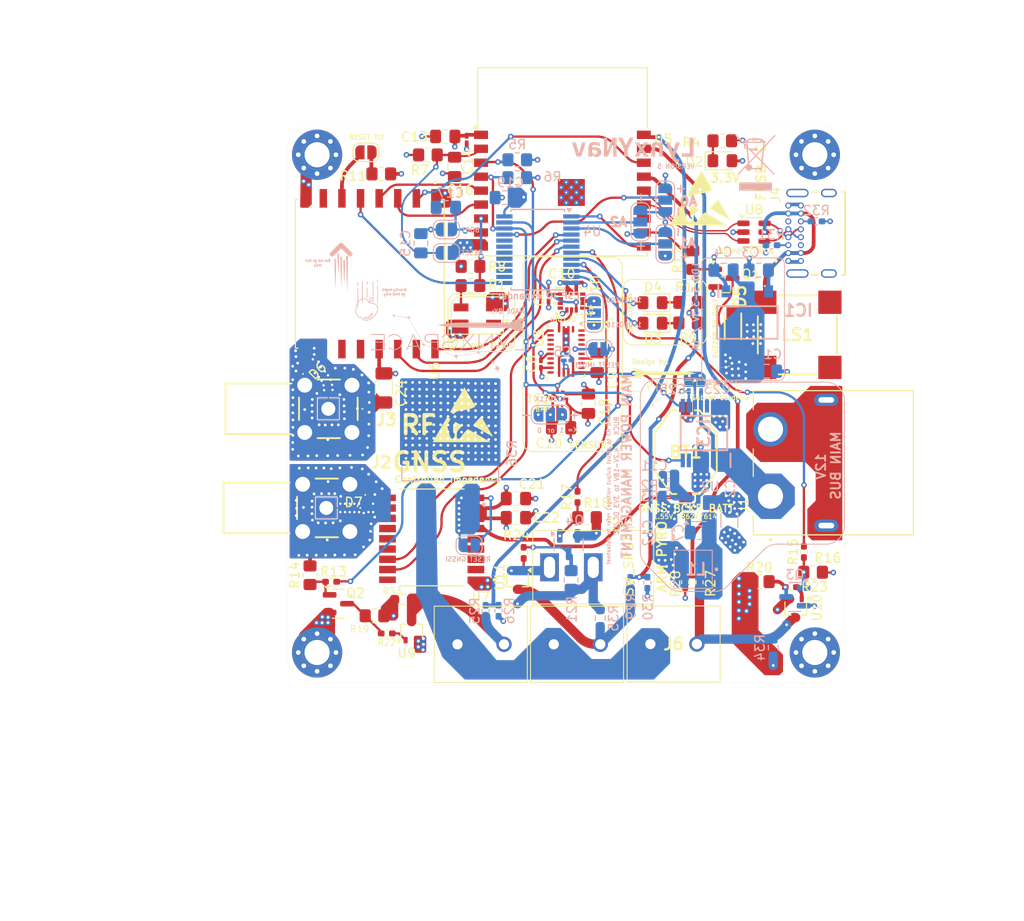
<source format=kicad_pcb>
(kicad_pcb (version 20241229) (generator "pcbnew") (generator_version "9.0")
  (layers (0 "F.Cu" signal) (4 "In1.Cu" signal) (6 "In2.Cu" signal) (2 "B.Cu" signal) (13 "F.Paste" user) (15 "B.Paste" user) (5 "F.SilkS" user "F.Silkscreen") (7 "B.SilkS" user "B.Silkscreen") (1 "F.Mask" user) (3 "B.Mask" user) (25 "Edge.Cuts" user))
  (net 0 "")
  (net 1 "+3V3")
  (net 2 "GND")
  (net 3 "+5V")
  (net 4 "Net-(JP6-B)")
  (net 5 "Net-(U2-BS)")
  (net 6 "Net-(D4-K)")
  (net 8 "Net-(D1-DIN)")
  (net 9 "Net-(D3-K)")
  (net 10 "Net-(U3-CAP)")
  (net 11 "/FB")
  (net 12 "D-")
  (net 13 "D+")
  (net 14 "Net-(D2-K)")
  (net 15 "/gndp")
  (net 20 "Net-(J4-DP1)")
  (net 21 "Net-(J4-DN1)")
  (net 23 "Net-(J4-CC1)")
  (net 24 "Net-(J4-CC2)")
  (net 26 "Net-(Q1-G)")
  (net 27 "Net-(Q2-G)")
  (net 28 "Net-(Q3-G)")
  (net 29 "PYRO1")
  (net 30 "PYRO2")
  (net 31 "Net-(JP3-C)")
  (net 32 "Net-(JP4-C)")
  (net 33 "Net-(JP5-C)")
  (net 34 "V_BCKP")
  (net 35 "Net-(JP9-A)")
  (net 36 "Net-(JP9-B)")
  (net 37 "Net-(JP10-B)")
  (net 38 "Net-(D5-A)")
  (net 39 "Net-(IC2-SDO{slash}AS)")
  (net 40 "SDO")
  (net 41 "SCK")
  (net 42 "RF_DIO0")
  (net 44 "SDI")
  (net 45 "RF_CS")
  (net 46 "SCL")
  (net 47 "PYRO3")
  (net 48 "LED")
  (net 51 "Net-(JP1-B)")
  (net 52 "Net-(Q4-D)")
  (net 53 "Net-(U10-G)")
  (net 54 "INT")
  (net 55 "RF_DIO1")
  (net 56 "RF_DIO2")
  (net 57 "Net-(U11-G)")
  (net 65 "SDA")
  (net 67 "LED2")
  (net 69 "Net-(J5-Pin_1)")
  (net 70 "VCC")
  (net 71 "Net-(JP7-B)")
  (net 72 "Net-(J6-Pin_1)")
  (net 73 "Net-(J7-Pin_1)")
  (net 75 "Net-(Q2-D)")
  (net 76 "Net-(Q3-D)")
  (net 77 "IO8")
  (net 80 "Net-(U9-G)")
  (net 81 "pyrocont1")
  (net 82 "pyrocont2")
  (net 83 "pyrocont3")
  (net 84 "pyroarm1")
  (net 85 "Net-(Q4-G)")
  (net 86 "buzzer")
  (net 90 "add")
  (net 116 "/lx")
  (net 117 "+BATT")
  (net 118 "Net-(D6-A2)")
  (net 119 "Net-(D7-A2)")
  (footprint "Symbol:ESD-Logo_6.6x6mm_SilkScreen" (layer "F.Cu") (at 144.65824 100.584512)
    (property "Reference" "REF**" (hide yes))
    (property "Value" "ESD-Logo_6.6x6mm_SilkScreen" (hide yes))
  )
  (footprint "XT60PW-F:AMASS_XT60PW-F" (layer "F.Cu") (at 177.707379 105.763181 90)
    (property "Reference" "J1" (at -4.575 -2.885 90) (layer "F.SilkS"))
    (property "Value" "XT60PW-F")
    (pad "1" thru_hole circle (at -3.6 0 90) (size 3.716 3.716) (drill 2.7) (layers "*.Cu" "*.Mask") (net 117 "+BATT"))
    (pad "2" thru_hole circle (at 3.6 0 90) (size 3.716 3.716) (drill 2.7) (layers "*.Cu" "*.Mask") (net 2 "GND"))
    (pad "S1" thru_hole oval (at -6.75 6 90) (size 1.3 2.6) (drill oval 0.6 1.7) (layers "*.Cu" "*.Mask") (net 2 "GND"))
    (pad "S2" thru_hole oval (at 6.75 6 90) (size 1.3 2.6) (drill oval 0.6 1.7) (layers "*.Cu" "*.Mask") (net 2 "GND"))
  )
  (footprint "Resistor_SMD:R_0805_2012Metric_Pad1.20x1.40mm_HandSolder" (layer "F.Cu") (at 182.29 117.53)
    (property "Reference" "R16" (at 1.58 -1.54 0) (layer "F.SilkS"))
    (property "Value" "100k")
    (pad "1" smd roundrect (at -1 0) (size 1.2 1.4) (layers "F.Cu" "F.Mask" "F.Paste") (roundrect_rratio 0.208333) (net 28 "Net-(Q3-G)"))
    (pad "2" smd roundrect (at 1 0) (size 1.2 1.4) (layers "F.Cu" "F.Mask" "F.Paste") (roundrect_rratio 0.208333) (net 2 "GND"))
  )
  (footprint "footprints:LGA-14L_2P5X3X0P83_STM" (layer "F.Cu") (at 156.327079 88.385682 180)
    (property "Reference" "U1" (at -2.5003 1.830001 270) (layer "F.SilkS"))
    (property "Value" "LSM6DSO32TR")
    (fp_text user "*" (at -2.0828 -1 0) (layer "F.SilkS"))
    (fp_text user "*" (at -2.0828 -1 180) (layer "F.SilkS"))
    (pad "1" smd rect (at -1.2103 -0.750001 270) (size 0.351536 0.57658) (layers "F.Cu" "F.Mask" "F.Paste") (net 90 "add"))
    (pad "2" smd rect (at -1.2103 -0.25 270) (size 0.351536 0.57658) (layers "F.Cu" "F.Mask" "F.Paste") (net 2 "GND"))
    (pad "3" smd rect (at -1.2103 0.25 270) (size 0.351536 0.57658) (layers "F.Cu" "F.Mask" "F.Paste") (net 2 "GND"))
    (pad "4" smd rect (at -1.2103 0.750001 270) (size 0.351536 0.57658) (layers "F.Cu" "F.Mask" "F.Paste"))
    (pad "5" smd rect (at -0.499999 0.9563 180) (size 0.351536 0.57658) (layers "F.Cu" "F.Mask" "F.Paste") (net 1 "+3V3"))
    (pad "6" smd rect (at 0 0.9563 180) (size 0.351536 0.57658) (layers "F.Cu" "F.Mask" "F.Paste") (net 2 "GND"))
    (pad "7" smd rect (at 0.499999 0.9563 180) (size 0.351536 0.57658) (layers "F.Cu" "F.Mask" "F.Paste") (net 2 "GND"))
    (pad "8" smd rect (at 1.2103 0.750001 270) (size 0.351536 0.57658) (layers "F.Cu" "F.Mask" "F.Paste") (net 1 "+3V3"))
    (pad "9" smd rect (at 1.2103 0.25 270) (size 0.351536 0.57658) (layers "F.Cu" "F.Mask" "F.Paste"))
    (pad "10" smd rect (at 1.2103 -0.25 270) (size 0.351536 0.57658) (layers "F.Cu" "F.Mask" "F.Paste"))
    (pad "11" smd rect (at 1.2103 -0.750001 270) (size 0.351536 0.57658) (layers "F.Cu" "F.Mask" "F.Paste"))
    (pad "12" smd rect (at 0.499999 -0.9563 180) (size 0.351536 0.57658) (layers "F.Cu" "F.Mask" "F.Paste") (net 1 "+3V3"))
    (pad "13" smd rect (at 0 -0.9563 180) (size 0.351536 0.57658) (layers "F.Cu" "F.Mask" "F.Paste") (net 46 "SCL"))
    (pad "14" smd rect (at -0.499999 -0.9563 180) (size 0.351536 0.57658) (layers "F.Cu" "F.Mask" "F.Paste") (net 65 "SDA"))
  )
  (footprint "Resistor_SMD:R_0805_2012Metric_Pad1.20x1.40mm_HandSolder" (layer "F.Cu") (at 135.877379 74.715681 180)
    (property "Reference" "R11" (at 3.03 -0.22 0) (layer "F.SilkS"))
    (property "Value" "10k")
    (pad "1" smd roundrect (at -1 0 180) (size 1.2 1.4) (layers "F.Cu" "F.Mask" "F.Paste") (roundrect_rratio 0.208333) (net 1 "+3V3"))
    (pad "2" smd roundrect (at 1 0 180) (size 1.2 1.4) (layers "F.Cu" "F.Mask" "F.Paste") (roundrect_rratio 0.208333) (net 35 "Net-(JP9-A)"))
  )
  (footprint "Capacitor_SMD:C_1206_3216Metric_Pad1.33x1.80mm_HandSolder" (layer "F.Cu") (at 136.157379 97.723181 -90)
    (property "Reference" "C24" (at 0.586819 -1.822621 90) (layer "F.SilkS"))
    (property "Value" "0.1u")
    (pad "1" smd roundrect (at -1.5625 0 270) (size 1.325 1.8) (layers "F.Cu" "F.Mask" "F.Paste") (roundrect_rratio 0.188679) (net 1 "+3V3"))
    (pad "2" smd roundrect (at 1.5625 0 270) (size 1.325 1.8) (layers "F.Cu" "F.Mask" "F.Paste") (roundrect_rratio 0.188679) (net 2 "GND"))
  )
  (footprint "RFM96W:MODULE_RFM96W-433S2" (layer "F.Cu") (at 134.647379 85.445681 -90)
    (property "Reference" "U6" (at 10.45 -6.95 90) (layer "F.SilkS"))
    (property "Value" "RFM96W-433S2")
    (pad "1" smd rect (at -8.1 -7 270) (size 2 0.8) (layers "F.Cu" "F.Mask" "F.Paste") (net 2 "GND"))
    (pad "2" smd rect (at -8.1 -5 270) (size 2 0.8) (layers "F.Cu" "F.Mask" "F.Paste") (net 40 "SDO"))
    (pad "3" smd rect (at -8.1 -3 270) (size 2 0.8) (layers "F.Cu" "F.Mask" "F.Paste") (net 44 "SDI"))
    (pad "4" smd rect (at -8.1 -1 270) (size 2 0.8) (layers "F.Cu" "F.Mask" "F.Paste") (net 41 "SCK"))
    (pad "5" smd rect (at -8.1 1 270) (size 2 0.8) (layers "F.Cu" "F.Mask" "F.Paste") (net 45 "RF_CS"))
    (pad "6" smd rect (at -8.1 3 270) (size 2 0.8) (layers "F.Cu" "F.Mask" "F.Paste") (net 36 "Net-(JP9-B)"))
    (pad "7" smd rect (at -8.1 5 270) (size 2 0.8) (layers "F.Cu" "F.Mask" "F.Paste"))
    (pad "8" smd rect (at -8.1 7 270) (size 2 0.8) (layers "F.Cu" "F.Mask" "F.Paste") (net 2 "GND"))
    (pad "9" smd rect (at 8.1 7 270) (size 2 0.8) (layers "F.Cu" "F.Mask" "F.Paste") (net 118 "Net-(D6-A2)"))
    (pad "10" smd rect (at 8.1 5 270) (size 2 0.8) (layers "F.Cu" "F.Mask" "F.Paste") (net 2 "GND"))
    (pad "11" smd rect (at 8.1 3 270) (size 2 0.8) (layers "F.Cu" "F.Mask" "F.Paste"))
    (pad "12" smd rect (at 8.1 1 270) (size 2 0.8) (layers "F.Cu" "F.Mask" "F.Paste"))
    (pad "13" smd rect (at 8.1 -1 270) (size 2 0.8) (layers "F.Cu" "F.Mask" "F.Paste") (net 1 "+3V3"))
    (pad "14" smd rect (at 8.1 -3 270) (size 2 0.8) (layers "F.Cu" "F.Mask" "F.Paste") (net 42 "RF_DIO0"))
    (pad "15" smd rect (at 8.1 -5 270) (size 2 0.8) (layers "F.Cu" "F.Mask" "F.Paste") (net 55 "RF_DIO1"))
    (pad "16" smd rect (at 8.1 -7 270) (size 2 0.8) (layers "F.Cu" "F.Mask" "F.Paste") (net 56 "RF_DIO2"))
  )
  (footprint "LED_SMD:LED_0805_2012Metric_Pad1.15x1.40mm_HandSolder" (layer "F.Cu") (at 165.037342 88.565681 180)
    (property "Reference" "D4" (at -0.045 1.68 0) (layer "F.SilkS"))
    (property "Value" "LED")
    (pad "1" smd roundrect (at -1.025 0 180) (size 1.15 1.4) (layers "F.Cu" "F.Mask" "F.Paste") (roundrect_rratio 0.217391) (net 6 "Net-(D4-K)"))
    (pad "2" smd roundrect (at 1.025 0 180) (size 1.15 1.4) (layers "F.Cu" "F.Mask" "F.Paste") (roundrect_rratio 0.217391) (net 67 "LED2"))
  )
  (footprint "Resistor_SMD:R_0402_1005Metric_Pad0.72x0.64mm_HandSolder" (layer "F.Cu") (at 130.4825 118.55)
    (property "Reference" "R13" (at 0.2675 -1.08 180) (layer "F.SilkS"))
    (property "Value" "1k")
    (pad "1" smd roundrect (at -0.5975 0) (size 0.715 0.64) (layers "F.Cu" "F.Mask" "F.Paste") (net 27 "Net-(Q2-G)"))
    (pad "2" smd roundrect (at 0.5975 0) (size 0.715 0.64) (layers "F.Cu" "F.Mask" "F.Paste") (net 29 "PYRO1"))
  )
  (footprint "Resistor_SMD:R_0805_2012Metric_Pad1.20x1.40mm_HandSolder" (layer "F.Cu") (at 140.887379 72.675681)
    (property "Reference" "R7" (at -0.877379 1.634319 0) (layer "F.SilkS"))
    (property "Value" "10k")
    (pad "1" smd roundrect (at -1 0) (size 1.2 1.4) (layers "F.Cu" "F.Mask" "F.Paste") (roundrect_rratio 0.208333) (net 1 "+3V3"))
    (pad "2" smd roundrect (at 1 0) (size 1.2 1.4) (layers "F.Cu" "F.Mask" "F.Paste") (roundrect_rratio 0.208333) (net 4 "Net-(JP6-B)"))
  )
  (footprint "Package_TO_SOT_SMD:SOT-23" (layer "F.Cu") (at 131.2625 120.91)
    (property "Reference" "Q2" (at 1.8275 -1.14 0) (layer "F.SilkS"))
    (property "Value" "BSS138")
    (pad "1" smd roundrect (at -0.9375 -0.95) (size 1.475 0.6) (layers "F.Cu" "F.Mask" "F.Paste") (net 27 "Net-(Q2-G)"))
    (pad "2" smd roundrect (at -0.9375 0.95) (size 1.475 0.6) (layers "F.Cu" "F.Mask" "F.Paste") (net 2 "GND"))
    (pad "3" smd roundrect (at 0.9375 0) (size 1.475 0.6) (layers "F.Cu" "F.Mask" "F.Paste") (net 75 "Net-(Q2-D)"))
  )
  (footprint "SamacSys_Parts:CMT8504100SMTTR" (layer "F.Cu") (at 180.597379 92.015681)
    (property "Reference" "LS1" (at 0 0 0) (layer "F.SilkS") (effects (font (size 1.27 1.27) (thickness 0.254))))
    (property "Value" "CMT-8504-100-SMT-TR" (hide yes))
    (pad "1" smd rect (at -3.5 -3.5 90) (size 2.5 2.5) (layers "F.Cu" "F.Mask" "F.Paste") (net 3 "+5V"))
    (pad "2" smd rect (at -3.5 3.5 90) (size 2.5 2.5) (layers "F.Cu" "F.Mask" "F.Paste") (net 38 "Net-(D5-A)"))
    (pad "3" smd rect (at 3.5 3.5 90) (size 2.5 2.5) (layers "F.Cu" "F.Mask" "F.Paste"))
    (pad "4" smd rect (at 3.5 -3.5 90) (size 2.5 2.5) (layers "F.Cu" "F.Mask" "F.Paste"))
  )
  (footprint "Resistor_SMD:R_0402_1005Metric_Pad0.72x0.64mm_HandSolder" (layer "F.Cu") (at 156.97 109.4375 90)
    (property "Reference" "R17" (at 0 -1.17 90) (layer "F.SilkS"))
    (property "Value" "1k")
    (pad "1" smd roundrect (at -0.5975 0 90) (size 0.715 0.64) (layers "F.Cu" "F.Mask" "F.Paste") (net 85 "Net-(Q4-G)"))
    (pad "2" smd roundrect (at 0.5975 0 90) (size 0.715 0.64) (layers "F.Cu" "F.Mask" "F.Paste") (net 47 "PYRO3"))
  )
  (footprint "Jumper:SolderJumper-2_P1.3mm_Open_RoundedPad1.0x1.5mm" (layer "F.Cu") (at 134.227379 72.395681 180)
    (property "Reference" "JP9" (hide yes))
    (property "Value" "Jumper_2_Small_Open")
    (pad "1" smd custom (at -0.65 0 180) (size 1 0.5) (layers "F.Cu" "F.Mask") (net 35 "Net-(JP9-A)") (options (clearance outline) (anchor rect)) (primitives (gr_circle (center 0 0.25) (end 0.5 0.25) (width 0) (fill yes)) (gr_circle (center 0 -0.25) (end 0.5 -0.25) (width 0) (fill yes)) (gr_poly (pts (xy 0.5 0.75) (xy 0 0.75) (xy 0 -0.75) (xy 0.5 -0.75)) (width 0) (fill yes))))
    (pad "2" smd custom (at 0.65 0 180) (size 1 0.5) (layers "F.Cu" "F.Mask") (net 36 "Net-(JP9-B)") (options (clearance outline) (anchor rect)) (primitives (gr_circle (center 0 0.25) (end 0.5 0.25) (width 0) (fill yes)) (gr_circle (center 0 -0.25) (end 0.5 -0.25) (width 0) (fill yes)) (gr_poly (pts (xy 0 0.75) (xy -0.5 0.75) (xy -0.5 -0.75) (xy 0 -0.75)) (width 0) (fill yes))))
  )
  (footprint "Capacitor_SMD:C_0201_0603Metric_Pad0.64x0.40mm_HandSolder" (layer "F.Cu") (at 145.06 71.0225 -90)
    (property "Reference" "C14" (at 2.3675 -0.16 90) (layer "F.SilkS"))
    (property "Value" "0.1u")
    (pad "1" smd roundrect (at -0.4075 0 270) (size 0.635 0.4) (layers "F.Cu" "F.Mask") (net 1 "+3V3"))
    (pad "2" smd roundrect (at 0.4075 0 270) (size 0.635 0.4) (layers "F.Cu" "F.Mask") (net 2 "GND"))
  )
  (footprint "Resistor_SMD:R_0402_1005Metric_Pad0.72x0.64mm_HandSolder" (layer "F.Cu") (at 179.8975 119.13 180)
    (property "Reference" "R23" (at -2.5525 0.02 0) (layer "F.SilkS"))
    (property "Value" "1k")
    (pad "1" smd roundrect (at -0.5975 0 180) (size 0.715 0.64) (layers "F.Cu" "F.Mask" "F.Paste") (net 53 "Net-(U10-G)"))
    (pad "2" smd roundrect (at 0.5975 0 180) (size 0.715 0.64) (layers "F.Cu" "F.Mask" "F.Paste") (net 76 "Net-(Q3-D)"))
  )
  (footprint "Package_LGA:LGA-28_5.2x3.8mm_P0.5mm" (layer "F.Cu") (at 155.737379 93.805681 90)
    (property "Reference" "U3" (at 1.45 -2.9 90) (layer "F.SilkS"))
    (property "Value" "BNO055")
    (pad "1" smd rect (at -2.25 -1.6625 90) (size 0.254 0.675) (layers "F.Cu" "F.Mask" "F.Paste"))
    (pad "2" smd rect (at -2.3875 -0.75 180) (size 0.254 0.675) (layers "F.Cu" "F.Mask" "F.Paste") (net 2 "GND"))
    (pad "3" smd rect (at -2.3875 -0.25 180) (size 0.254 0.675) (layers "F.Cu" "F.Mask" "F.Paste") (net 1 "+3V3"))
    (pad "4" smd rect (at -2.3875 0.25 180) (size 0.254 0.675) (layers "F.Cu" "F.Mask" "F.Paste") (net 1 "+3V3"))
    (pad "5" smd rect (at -2.3875 0.75 180) (size 0.254 0.675) (layers "F.Cu" "F.Mask" "F.Paste") (net 2 "GND"))
    (pad "6" smd rect (at -2.25 1.6625 90) (size 0.254 0.675) (layers "F.Cu" "F.Mask" "F.Paste") (net 2 "GND"))
    (pad "7" smd rect (at -1.75 1.6625 90) (size 0.254 0.675) (layers "F.Cu" "F.Mask" "F.Paste"))
    (pad "8" smd rect (at -1.25 1.6625 90) (size 0.254 0.675) (layers "F.Cu" "F.Mask" "F.Paste"))
    (pad "9" smd rect (at -0.75 1.6625 90) (size 0.254 0.675) (layers "F.Cu" "F.Mask" "F.Paste") (net 10 "Net-(U3-CAP)"))
    (pad "10" smd rect (at -0.25 1.6625 90) (size 0.254 0.675) (layers "F.Cu" "F.Mask" "F.Paste"))
    (pad "11" smd rect (at 0.25 1.6625 90) (size 0.254 0.675) (layers "F.Cu" "F.Mask" "F.Paste") (net 51 "Net-(JP1-B)"))
    (pad "12" smd rect (at 0.75 1.6625 90) (size 0.254 0.675) (layers "F.Cu" "F.Mask" "F.Paste"))
    (pad "13" smd rect (at 1.25 1.6625 90) (size 0.254 0.675) (layers "F.Cu" "F.Mask" "F.Paste"))
    (pad "14" smd rect (at 1.75 1.6625 90) (size 0.254 0.675) (layers "F.Cu" "F.Mask" "F.Paste"))
    (pad "15" smd rect (at 2.25 1.6625 90) (size 0.254 0.675) (layers "F.Cu" "F.Mask" "F.Paste"))
    (pad "16" smd rect (at 2.3875 0.75 180) (size 0.254 0.675) (layers "F.Cu" "F.Mask" "F.Paste"))
    (pad "17" smd rect (at 2.3875 0.25 180) (size 0.254 0.675) (layers "F.Cu" "F.Mask" "F.Paste") (net 2 "GND"))
    (pad "18" smd rect (at 2.3875 -0.25 180) (size 0.254 0.675) (layers "F.Cu" "F.Mask" "F.Paste") (net 2 "GND"))
    (pad "19" smd rect (at 2.3875 -0.75 180) (size 0.254 0.675) (layers "F.Cu" "F.Mask" "F.Paste") (net 46 "SCL"))
    (pad "20" smd rect (at 2.25 -1.6625 90) (size 0.254 0.675) (layers "F.Cu" "F.Mask" "F.Paste") (net 65 "SDA"))
    (pad "21" smd rect (at 1.75 -1.6625 90) (size 0.254 0.675) (layers "F.Cu" "F.Mask" "F.Paste"))
    (pad "22" smd rect (at 1.25 -1.6625 90) (size 0.254 0.675) (layers "F.Cu" "F.Mask" "F.Paste"))
    (pad "23" smd rect (at 0.75 -1.6625 90) (size 0.254 0.675) (layers "F.Cu" "F.Mask" "F.Paste"))
    (pad "24" smd rect (at 0.25 -1.6625 90) (size 0.254 0.675) (layers "F.Cu" "F.Mask" "F.Paste"))
    (pad "25" smd rect (at -0.25 -1.6625 90) (size 0.254 0.675) (layers "F.Cu" "F.Mask" "F.Paste") (net 2 "GND"))
    (pad "26" smd rect (at -0.75 -1.6625 90) (size 0.254 0.675) (layers "F.Cu" "F.Mask" "F.Paste"))
    (pad "27" smd rect (at -1.25 -1.6625 90) (size 0.254 0.675) (layers "F.Cu" "F.Mask" "F.Paste"))
    (pad "28" smd rect (at -1.75 -1.6625 90) (size 0.254 0.675) (layers "F.Cu" "F.Mask" "F.Paste") (net 1 "+3V3"))
  )
  (footprint "Resistor_SMD:R_0805_2012Metric_Pad1.20x1.40mm_HandSolder" (layer "F.Cu") (at 145.467379 84.655681)
    (property "Reference" "R8" (at 2.85 0.03 0) (layer "F.SilkS"))
    (property "Value" "10k")
    (pad "1" smd roundrect (at -1 0) (size 1.2 1.4) (layers "F.Cu" "F.Mask" "F.Paste") (roundrect_rratio 0.208333) (net 1 "+3V3"))
    (pad "2" smd roundrect (at 1 0) (size 1.2 1.4) (layers "F.Cu" "F.Mask" "F.Paste") (roundrect_rratio 0.208333) (net 77 "IO8"))
  )
  (footprint "SamacSys_Parts:PB621SR13TF" (layer "F.Cu") (at 168.59 104.62)
    (property "Reference" "BT1" (at 0 0 0) (layer "F.SilkS") (effects (font (size 1.27 1.27) (thickness 0.254))))
    (property "Value" "PB-621SR13-TF" (hide yes))
    (pad "1" smd rect (at 0 4.85 90) (size 1.1 1.4) (layers "F.Cu" "F.Mask" "F.Paste") (net 34 "V_BCKP"))
    (pad "2" smd rect (at 0 -4.85 90) (size 1.1 1.4) (layers "F.Cu" "F.Mask" "F.Paste") (net 2 "GND"))
  )
  (footprint "Resistor_SMD:R_0603_1608Metric_Pad0.98x0.95mm_HandSolder" (layer "F.Cu") (at 138.2175 120.46 180)
    (property "Reference" "R33" (at 1.1875 0.91 0) (layer "F.SilkS") (effects (font (size 0.7 0.7) (thickness 0.0875))))
    (property "Value" "100k")
    (pad "1" smd roundrect (at -0.9125 0 180) (size 0.975 0.95) (layers "F.Cu" "F.Mask" "F.Paste") (net 69 "Net-(J5-Pin_1)"))
    (pad "2" smd roundrect (at 0.9125 0 180) (size 0.975 0.95) (layers "F.Cu" "F.Mask" "F.Paste") (net 70 "VCC"))
  )
  (footprint "Package_TO_SOT_SMD:SOT-23" (layer "F.Cu") (at 172.699879 85.915681)
    (property "Reference" "Q1" (at 2.910121 -0.425681 0) (layer "F.SilkS"))
    (property "Value" "BSS138")
    (pad "1" smd roundrect (at -0.9375 -0.95) (size 1.475 0.6) (layers "F.Cu" "F.Mask" "F.Paste") (net 26 "Net-(Q1-G)"))
    (pad "2" smd roundrect (at -0.9375 0.95) (size 1.475 0.6) (layers "F.Cu" "F.Mask" "F.Paste") (net 2 "GND"))
    (pad "3" smd roundrect (at 0.9375 0) (size 1.475 0.6) (layers "F.Cu" "F.Mask" "F.Paste") (net 38 "Net-(D5-A)"))
  )
  (footprint "LED_SMD:LED_SK6812MINI_PLCC4_3.5x3.5mm_P1.75mm" (layer "F.Cu") (at 146.197379 89.940681 180)
    (property "Reference" "D1" (at 1.967379 -2.989319 0) (layer "F.SilkS"))
    (property "Value" "SK6812MINI")
    (fp_text user "1" (at -3.2 -0.875 180) (layer "F.SilkS") (effects (font (size 0.8 0.8))))
    (pad "1" smd rect (at -1.75 -0.875 180) (size 1.6 0.85) (layers "F.Cu" "F.Mask" "F.Paste"))
    (pad "2" smd rect (at -1.75 0.875 180) (size 1.6 0.85) (layers "F.Cu" "F.Mask" "F.Paste") (net 2 "GND"))
    (pad "3" smd rect (at 1.75 0.875 180) (size 1.6 0.85) (layers "F.Cu" "F.Mask" "F.Paste") (net 8 "Net-(D1-DIN)"))
    (pad "4" smd rect (at 1.75 -0.875 180) (size 1.6 0.85) (layers "F.Cu" "F.Mask" "F.Paste") (net 1 "+3V3"))
  )
  (footprint "Resistor_SMD:R_0805_2012Metric_Pad1.20x1.40mm_HandSolder" (layer "F.Cu") (at 169.357379 83.975681 90)
    (property "Reference" "R12" (at 0 -1.65 90) (layer "F.SilkS"))
    (property "Value" "1k")
    (pad "1" smd roundrect (at -1 0 90) (size 1.2 1.4) (layers "F.Cu" "F.Mask" "F.Paste") (roundrect_rratio 0.208333) (net 26 "Net-(Q1-G)"))
    (pad "2" smd roundrect (at 1 0 90) (size 1.2 1.4) (layers "F.Cu" "F.Mask" "F.Paste") (roundrect_rratio 0.208333) (net 86 "buzzer"))
  )
  (footprint "Resistor_SMD:R_0805_2012Metric_Pad1.20x1.40mm_HandSolder" (layer "F.Cu") (at 145.457379 86.725681 180)
    (property "Reference" "R1" (at -2.87 0.09 0) (layer "F.SilkS"))
    (property "Value" "0")
    (pad "1" smd roundrect (at -1 0 180) (size 1.2 1.4) (layers "F.Cu" "F.Mask" "F.Paste") (roundrect_rratio 0.208333) (net 77 "IO8"))
    (pad "2" smd roundrect (at 1 0 180) (size 1.2 1.4) (layers "F.Cu" "F.Mask" "F.Paste") (roundrect_rratio 0.208333) (net 8 "Net-(D1-DIN)"))
  )
  (footprint "SamacSys_Parts:518144002" (layer "F.Cu") (at 129.967379 110.615681 180)
    (property "Reference" "J2" (at -5.902621 4.915681 0) (layer "F.SilkS") (effects (font (size 1.27 1.27) (thickness 0.254))))
    (property "Value" "5-1814400-2" (hide yes))
    (pad "1" thru_hole rect (at 0 0 180) (size 2.25 2.25) (drill 1.5) (layers "*.Cu" "*.Mask") (net 119 "Net-(D7-A2)"))
    (pad "2" thru_hole circle (at -2.54 -2.54 180) (size 2.4 2.4) (drill 1.6) (layers "*.Cu" "*.Mask") (net 2 "GND"))
    (pad "3" thru_hole circle (at -2.54 2.54 180) (size 2.4 2.4) (drill 1.6) (layers "*.Cu" "*.Mask") (net 2 "GND"))
    (pad "4" thru_hole circle (at 2.54 2.54 180) (size 2.4 2.4) (drill 1.6) (layers "*.Cu" "*.Mask") (net 2 "GND"))
    (pad "5" thru_hole circle (at 2.54 -2.54 180) (size 2.4 2.4) (drill 1.6) (layers "*.Cu" "*.Mask") (net 2 "GND"))
  )
  (footprint "MAX-M10S-00B:XCVR_MAX-M10S-00B" (layer "F.Cu") (at 141.294879 113.935681 180)
    (property "Reference" "U7" (at -5.2725 -6.24 0) (layer "F.SilkS"))
    (property "Value" "MAX-M10S-00B")
    (pad "1" smd rect (at -4.75 -4.4 180) (size 1.8 0.7) (layers "F.Cu" "F.Mask") (net 2 "GND"))
    (pad "2" smd rect (at -4.75 -3.3 180) (size 1.8 0.8) (layers "F.Cu" "F.Mask"))
    (pad "3" smd rect (at -4.75 -2.2 180) (size 1.8 0.8) (layers "F.Cu" "F.Mask"))
    (pad "4" smd rect (at -4.75 -1.1 180) (size 1.8 0.8) (layers "F.Cu" "F.Mask"))
    (pad "5" smd rect (at -4.75 0 180) (size 1.8 0.8) (layers "F.Cu" "F.Mask"))
    (pad "6" smd rect (at -4.75 1.1 180) (size 1.8 0.8) (layers "F.Cu" "F.Mask") (net 34 "V_BCKP"))
    (pad "7" smd rect (at -4.75 2.2 180) (size 1.8 0.8) (layers "F.Cu" "F.Mask") (net 1 "+3V3"))
    (pad "8" smd rect (at -4.75 3.3 180) (size 1.8 0.8) (layers "F.Cu" "F.Mask") (net 1 "+3V3"))
    (pad "9" smd rect (at -4.75 4.4 180) (size 1.8 0.7) (layers "F.Cu" "F.Mask") (net 37 "Net-(JP10-B)"))
    (pad "10" smd rect (at 4.75 4.4 180) (size 1.8 0.7) (layers "F.Cu" "F.Mask") (net 2 "GND"))
    (pad "11" smd rect (at 4.75 3.3 180) (size 1.8 0.8) (layers "F.Cu" "F.Mask") (net 119 "Net-(D7-A2)"))
    (pad "12" smd rect (at 4.75 2.2 180) (size 1.8 0.8) (layers "F.Cu" "F.Mask") (net 2 "GND"))
    (pad "13" smd rect (at 4.75 1.1 180) (size 1.8 0.8) (layers "F.Cu" "F.Mask"))
    (pad "14" smd rect (at 4.75 0 180) (size 1.8 0.8) (layers "F.Cu" "F.Mask"))
    (pad "15" smd rect (at 4.75 -1.1 180) (size 1.8 0.8) (layers "F.Cu" "F.Mask"))
    (pad "16" smd rect (at 4.75 -2.2 180) (size 1.8 0.8) (layers "F.Cu" "F.Mask") (net 65 "SDA"))
    (pad "17" smd rect (at 4.75 -3.3 180) (size 1.8 0.8) (layers "F.Cu" "F.Mask") (net 46 "SCL"))
    (pad "18" smd rect (at 4.75 -4.4 180) (size 1.8 0.7) (layers "F.Cu" "F.Mask"))
    (zone (net 0) (net_name "") (layer "F.Cu") (connect_pads (clearance 0)) (min_thickness 0.5)
      (keepout (tracks not_allowed) (vias not_allowed) (pads not_allowed) (copperpour not_allowed) (footprints allowed))
      (fill (thermal_gap 0.508) (thermal_bridge_width 0.508))
      (polygon (pts (xy 143.644879 117.985681) (xy 143.647287 117.936672) (xy 143.654486 117.888136) (xy 143.666409 117.840539) (xy 143.682939 117.794339) (xy 143.703918 117.749983) (xy 143.729144 117.707896) (xy 143.758374 117.668484) (xy 143.791326 117.632128) (xy 143.827682 117.599176) (xy 143.867094 117.569946) (xy 143.909181 117.54472) (xy 143.953537 117.523741) (xy 143.999737 117.507211) (xy 144.047334 117.495288) (xy 144.09587 117.488089) (xy 144.144879 117.485681) (xy 144.193888 117.488089) (xy 144.242424 117.495288) (xy 144.290021 117.507211) (xy 144.336221 117.523741) (xy 144.380577 117.54472) (xy 144.422664 117.569946) (xy 144.462076 117.599176) (xy 144.498432 117.632128) (xy 144.531384 117.668484) (xy 144.560614 117.707896) (xy 144.58584 117.749983) (xy 144.606819 117.794339) (xy 144.623349 117.840539) (xy 144.635272 117.888136) (xy 144.642471 117.936672) (xy 144.644879 117.985681) (xy 144.642471 118.03469) (xy 144.635272 118.083226) (xy 144.623349 118.130823) (xy 144.606819 118.177023) (xy 144.58584 118.221379) (xy 144.560614 118.263466) (xy 144.531384 118.302878) (xy 144.498432 118.339234) (xy 144.462076 118.372186) (xy 144.422664 118.401416) (xy 144.380577 118.426642) (xy 144.336221 118.447621) (xy 144.290021 118.464151) (xy 144.242424 118.476074) (xy 144.193888 118.483273) (xy 144.144879 118.485681) (xy 144.09587 118.483273) (xy 144.047334 118.476074) (xy 143.999737 118.464151) (xy 143.953537 118.447621) (xy 143.909181 118.426642) (xy 143.867094 118.401416) (xy 143.827682 118.372186) (xy 143.791326 118.339234) (xy 143.758374 118.302878) (xy 143.729144 118.263466) (xy 143.703918 118.221379) (xy 143.682939 118.177023) (xy 143.666409 118.130823) (xy 143.654486 118.083226) (xy 143.647287 118.03469)))
    )
  )
  (footprint "RF_Module:ESP32-C3-WROOM-02" (layer "F.Cu") (at 155.347379 76.515681)
    (property "Reference" "U5" (at 10.83 -5.51 0) (layer "F.SilkS"))
    (property "Value" "ESP32-C3-WROOM-02")
    (pad "1" smd rect (at -8.75 -6) (size 1.5 0.9) (layers "F.Cu" "F.Mask" "F.Paste") (net 1 "+3V3"))
    (pad "2" smd rect (at -8.75 -4.5) (size 1.5 0.9) (layers "F.Cu" "F.Mask" "F.Paste") (net 4 "Net-(JP6-B)"))
    (pad "3" smd rect (at -8.75 -3) (size 1.5 0.9) (layers "F.Cu" "F.Mask" "F.Paste") (net 65 "SDA"))
    (pad "4" smd rect (at -8.75 -1.5) (size 1.5 0.9) (layers "F.Cu" "F.Mask" "F.Paste") (net 46 "SCL"))
    (pad "5" smd rect (at -8.75 0) (size 1.5 0.9) (layers "F.Cu" "F.Mask" "F.Paste") (net 41 "SCK"))
    (pad "6" smd rect (at -8.75 1.5) (size 1.5 0.9) (layers "F.Cu" "F.Mask" "F.Paste") (net 44 "SDI"))
    (pad "7" smd rect (at -8.75 3) (size 1.5 0.9) (layers "F.Cu" "F.Mask" "F.Paste") (net 77 "IO8"))
    (pad "8" smd rect (at -8.75 4.5) (size 1.5 0.9) (layers "F.Cu" "F.Mask" "F.Paste") (net 71 "Net-(JP7-B)"))
    (pad "9" smd rect (at -8.75 6) (size 1.5 0.9) (layers "F.Cu" "F.Mask" "F.Paste") (net 2 "GND"))
    (pad "10" smd rect (at 8.75 6) (size 1.5 0.9) (layers "F.Cu" "F.Mask" "F.Paste") (net 54 "INT"))
    (pad "11" smd rect (at 8.75 4.5) (size 1.5 0.9) (layers "F.Cu" "F.Mask" "F.Paste") (net 86 "buzzer"))
    (pad "12" smd rect (at 8.75 3) (size 1.5 0.9) (layers "F.Cu" "F.Mask" "F.Paste"))
    (pad "13" smd rect (at 8.75 1.5) (size 1.5 0.9) (layers "F.Cu" "F.Mask" "F.Paste") (net 12 "D-"))
    (pad "14" smd rect (at 8.75 0) (size 1.5 0.9) (layers "F.Cu" "F.Mask" "F.Paste") (net 13 "D+"))
    (pad "15" smd rect (at 8.75 -1.5) (size 1.5 0.9) (layers "F.Cu" "F.Mask" "F.Paste") (net 83 "pyrocont3"))
    (pad "16" smd rect (at 8.75 -3) (size 1.5 0.9) (layers "F.Cu" "F.Mask" "F.Paste") (net 40 "SDO"))
    (pad "17" smd rect (at 8.75 -4.5) (size 1.5 0.9) (layers "F.Cu" "F.Mask" "F.Paste") (net 82 "pyrocont2"))
    (pad "18" smd rect (at 8.75 -6) (size 1.5 0.9) (layers "F.Cu" "F.Mask" "F.Paste") (net 81 "pyrocont1"))
    (pad "19" thru_hole circle (at -0.14 -0.35) (size 0.6 0.6) (drill 0.2) (property pad_prop_heatsink) (layers "*.Cu" "F.Mask") (net 2 "GND"))
    (pad "19" thru_hole circle (at -0.14 0.75) (size 0.6 0.6) (drill 0.2) (property pad_prop_heatsink) (layers "*.Cu" "F.Mask") (net 2 "GND"))
    (pad "19" thru_hole circle (at 0.41 -0.9) (size 0.6 0.6) (drill 0.2) (property pad_prop_heatsink) (layers "*.Cu" "F.Mask") (net 2 "GND"))
    (pad "19" thru_hole circle (at 0.41 0.2) (size 0.6 0.6) (drill 0.2) (property pad_prop_heatsink) (layers "*.Cu" "F.Mask") (net 2 "GND"))
    (pad "19" thru_hole circle (at 0.41 1.3) (size 0.6 0.6) (drill 0.2) (property pad_prop_heatsink) (layers "*.Cu" "F.Mask") (net 2 "GND"))
    (pad "19" thru_hole circle (at 0.96 -0.35) (size 0.6 0.6) (drill 0.2) (property pad_prop_heatsink) (layers "*.Cu" "F.Mask") (net 2 "GND"))
    (pad "19" smd rect (at 0.96 0.2) (size 2.9 2.9) (property pad_prop_heatsink) (layers "F.Cu" "F.Mask") (net 2 "GND"))
    (pad "19" thru_hole circle (at 0.96 0.75) (size 0.6 0.6) (drill 0.2) (property pad_prop_heatsink) (layers "*.Cu" "F.Mask") (net 2 "GND"))
    (pad "19" thru_hole circle (at 1.51 -0.9) (size 0.6 0.6) (drill 0.2) (property pad_prop_heatsink) (layers "*.Cu" "F.Mask") (net 2 "GND"))
    (pad "19" thru_hole circle (at 1.51 0.2) (size 0.6 0.6) (drill 0.2) (property pad_prop_heatsink) (layers "*.Cu" "F.Mask") (net 2 "GND"))
    (pad "19" thru_hole circle (at 1.51 1.3) (size 0.6 0.6) (drill 0.2) (property pad_prop_heatsink) (layers "*.Cu" "F.Mask") (net 2 "GND"))
    (pad "19" thru_hole circle (at 2.06 -0.35) (size 0.6 0.6) (drill 0.2) (property pad_prop_heatsink) (layers "*.Cu" "F.Mask") (net 2 "GND"))
    (pad "19" thru_hole circle (at 2.06 0.75) (size 0.6 0.6) (drill 0.2) (property pad_prop_heatsink) (layers "*.Cu" "F.Mask") (net 2 "GND"))
    (zone (net 0) (net_name "") (layers "F.Cu" "B.Cu" "In1.Cu" "In2.Cu") (connect_pads (clearance 0)) (min_thickness 0.254)
      (keepout (tracks not_allowed) (vias not_allowed) (pads not_allowed) (copperpour not_allowed) (footprints not_allowed))
      (fill (thermal_gap 0.508) (thermal_bridge_width 0.508))
      (polygon (pts (xy 141.347379 69.415681) (xy 169.347379 69.415681) (xy 169.347379 58.415681) (xy 141.347379 58.415681)))
    )
  )
  (footprint "MountingHole:MountingHole_2.7mm_M2.5_Pad_Via" (layer "F.Cu") (at 182.474688 72.658372)
    (property "Reference" "H3" (hide yes))
    (property "Value" "MountingHole_Pad")
    (pad "1" thru_hole circle (at -2.025 0) (size 0.8 0.8) (drill 0.5) (layers "*.Cu" "*.Mask") (net 2 "GND"))
    (pad "1" thru_hole circle (at -1.431891 -1.431891) (size 0.8 0.8) (drill 0.5) (layers "*.Cu" "*.Mask") (net 2 "GND"))
    (pad "1" thru_hole circle (at -1.431891 1.431891) (size 0.8 0.8) (drill 0.5) (layers "*.Cu" "*.Mask") (net 2 "GND"))
    (pad "1" thru_hole circle (at 0 -2.025) (size 0.8 0.8) (drill 0.5) (layers "*.Cu" "*.Mask") (net 2 "GND"))
    (pad "1" thru_hole circle (at 0 0) (size 5.4 5.4) (drill 2.7) (layers "*.Cu" "*.Mask") (net 2 "GND"))
    (pad "1" thru_hole circle (at 0 2.025) (size 0.8 0.8) (drill 0.5) (layers "*.Cu" "*.Mask") (net 2 "GND"))
    (pad "1" thru_hole circle (at 1.431891 -1.431891) (size 0.8 0.8) (drill 0.5) (layers "*.Cu" "*.Mask") (net 2 "GND"))
    (pad "1" thru_hole circle (at 1.431891 1.431891) (size 0.8 0.8) (drill 0.5) (layers "*.Cu" "*.Mask") (net 2 "GND"))
    (pad "1" thru_hole circle (at 2.025 0) (size 0.8 0.8) (drill 0.5) (layers "*.Cu" "*.Mask") (net 2 "GND"))
  )
  (footprint "Resistor_SMD:R_0402_1005Metric_Pad0.72x0.64mm_HandSolder" (layer "F.Cu") (at 170.08 118.62 -90)
    (property "Reference" "R27" (at 0.12 -1.19 90) (layer "F.SilkS"))
    (property "Value" "5.6k")
    (pad "1" smd roundrect (at -0.5975 0 270) (size 0.715 0.64) (layers "F.Cu" "F.Mask" "F.Paste") (net 82 "pyrocont2"))
    (pad "2" smd roundrect (at 0.5975 0 270) (size 0.715 0.64) (layers "F.Cu" "F.Mask" "F.Paste") (net 72 "Net-(J6-Pin_1)"))
  )
  (footprint "Resistor_SMD:R_0805_2012Metric_Pad1.20x1.40mm_HandSolder" (layer "F.Cu") (at 135.15 122.21)
    (property "Reference" "R19" (at -1.6 1.41 0) (layer "F.SilkS") (effects (font (size 0.7 0.7) (thickness 0.0875))))
    (property "Value" "100k")
    (pad "1" smd roundrect (at -1 0) (size 1.2 1.4) (layers "F.Cu" "F.Mask" "F.Paste") (roundrect_rratio 0.208333) (net 75 "Net-(Q2-D)"))
    (pad "2" smd roundrect (at 1 0) (size 1.2 1.4) (layers "F.Cu" "F.Mask" "F.Paste") (roundrect_rratio 0.208333) (net 70 "VCC"))
  )
  (footprint "Capacitor_SMD:C_0805_2012Metric_Pad1.18x1.45mm_HandSolder" (layer "F.Cu") (at 150.349879 109.615681)
    (property "Reference" "C21" (at 1.7275 -1.57 0) (layer "F.SilkS"))
    (property "Value" "0.1u")
    (pad "1" smd roundrect (at -1.0375 0) (size 1.175 1.45) (layers "F.Cu" "F.Mask" "F.Paste") (roundrect_rratio 0.212766) (net 1 "+3V3"))
    (pad "2" smd roundrect (at 1.0375 0) (size 1.175 1.45) (layers "F.Cu" "F.Mask" "F.Paste") (roundrect_rratio 0.212766) (net 2 "GND"))
  )
  (footprint "MN11LL1W01-C:MN11LL1W01-C" (layer "F.Cu") (at 158.66 117 90)
    (property "Reference" "SW1" (at 4.73 3.09 0) (layer "F.SilkS") (effects (font (thickness 0.1))))
    (property "Value" "SW_SPST" (at 0.19 3.81 90) (layer "F.SilkS"))
    (pad "1" thru_hole rect (at 0 0 90) (size 3 2) (drill oval 2.3 1.2) (layers "*.Cu" "*.Mask") (net 70 "VCC"))
    (pad "2" thru_hole rect (at 0 -4.7 90) (size 3 2) (drill oval 2.3 1.2) (layers "*.Cu" "*.Mask") (net 84 "pyroarm1"))
  )
  (footprint "Capacitor_SMD:C_0201_0603Metric_Pad0.64x0.40mm_HandSolder" (layer "F.Cu") (at 153.857379 88.045681 -90)
    (property "Reference" "C8" (at -0.034999 1.02 90) (layer "F.SilkS"))
    (property "Value" "0.1u")
    (pad "1" smd roundrect (at -0.4075 0 270) (size 0.635 0.4) (layers "F.Cu" "F.Mask") (net 1 "+3V3"))
    (pad "2" smd roundrect (at 0.4075 0 270) (size 0.635 0.4) (layers "F.Cu" "F.Mask") (net 2 "GND"))
  )
  (footprint "Resistor_SMD:R_0805_2012Metric_Pad1.20x1.40mm_HandSolder" (layer "F.Cu") (at 168.862342 90.735681 180)
    (property "Reference" "R9" (at 0 -1.65 0) (layer "F.SilkS"))
    (property "Value" "110")
    (pad "1" smd roundrect (at -1 0 180) (size 1.2 1.4) (layers "F.Cu" "F.Mask" "F.Paste") (roundrect_rratio 0.208333) (net 2 "GND"))
    (pad "2" smd roundrect (at 1 0 180) (size 1.2 1.4) (layers "F.Cu" "F.Mask" "F.Paste") (roundrect_rratio 0.208333) (net 9 "Net-(D3-K)"))
  )
  (footprint "LOGO" (layer "F.Cu") (at 159.86 90.75 90)
    (property "Reference" "G***" (hide yes))
    (property "Value" "LOGO" (hide yes))
  )
  (footprint "Package_TO_SOT_SMD:SOT-23-6" (layer "F.Cu") (at 175.939879 80.975681)
    (property "Reference" "U8" (at 0 -2.4 0) (layer "F.SilkS"))
    (property "Value" "USBLC6-2SC6")
    (pad "1" smd roundrect (at -1.1375 -0.95) (size 1.325 0.6) (layers "F.Cu" "F.Mask" "F.Paste") (net 13 "D+"))
    (pad "2" smd roundrect (at -1.1375 0) (size 1.325 0.6) (layers "F.Cu" "F.Mask" "F.Paste") (net 2 "GND"))
    (pad "3" smd roundrect (at -1.1375 0.95) (size 1.325 0.6) (layers "F.Cu" "F.Mask" "F.Paste") (net 12 "D-"))
    (pad "4" smd roundrect (at 1.1375 0.95) (size 1.325 0.6) (layers "F.Cu" "F.Mask" "F.Paste") (net 21 "Net-(J4-DN1)"))
    (pad "5" smd roundrect (at 1.1375 0) (size 1.325 0.6) (layers "F.Cu" "F.Mask" "F.Paste") (net 3 "+5V"))
    (pad "6" smd roundrect (at 1.1375 -0.95) (size 1.325 0.6) (layers "F.Cu" "F.Mask" "F.Paste") (net 20 "Net-(J4-DP1)"))
  )
  (footprint "Capacitor_SMD:C_0805_2012Metric_Pad1.18x1.45mm_HandSolder" (layer "F.Cu") (at 142.7525 70.69 180)
    (property "Reference" "C13" (at 3.294879 -0.044319 0) (layer "F.SilkS"))
    (property "Value" "10u")
    (pad "1" smd roundrect (at -1.0375 0 180) (size 1.175 1.45) (layers "F.Cu" "F.Mask" "F.Paste") (roundrect_rratio 0.212766) (net 1 "+3V3"))
    (pad "2" smd roundrect (at 1.0375 0 180) (size 1.175 1.45) (layers "F.Cu" "F.Mask" "F.Paste") (roundrect_rratio 0.212766) (net 2 "GND"))
  )
  (footprint "Resistor_SMD:R_0805_2012Metric_Pad1.20x1.40mm_HandSolder" (layer "F.Cu") (at 168.857342 88.525681 180)
    (property "Reference" "R10" (at -0.035 1.63 0) (layer "F.SilkS"))
    (property "Value" "110")
    (pad "1" smd roundrect (at -1 0 180) (size 1.2 1.4) (layers "F.Cu" "F.Mask" "F.Paste") (roundrect_rratio 0.208333) (net 2 "GND"))
    (pad "2" smd roundrect (at 1 0 180) (size 1.2 1.4) (layers "F.Cu" "F.Mask" "F.Paste") (roundrect_rratio 0.208333) (net 6 "Net-(D4-K)"))
  )
  (footprint "Resistor_SMD:R_0402_1005Metric_Pad0.72x0.64mm_HandSolder" (layer "F.Cu") (at 181.3 115.3475 90)
    (property "Reference" "R15" (at 0 -1.17 90) (layer "F.SilkS"))
    (property "Value" "1k")
    (pad "1" smd roundrect (at -0.5975 0 90) (size 0.715 0.64) (layers "F.Cu" "F.Mask" "F.Paste") (net 28 "Net-(Q3-G)"))
    (pad "2" smd roundrect (at 0.5975 0 90) (size 0.715 0.64) (layers "F.Cu" "F.Mask" "F.Paste") (net 30 "PYRO2"))
  )
  (footprint "MountingHole:MountingHole_2.7mm_M2.5_Pad_Via" (layer "F.Cu") (at 128.98007 72.658372)
    (property "Reference" "H1" (hide yes))
    (property "Value" "MountingHole_Pad")
    (pad "1" thru_hole circle (at -2.025 0) (size 0.8 0.8) (drill 0.5) (layers "*.Cu" "*.Mask") (net 2 "GND"))
    (pad "1" thru_hole circle (at -1.431891 -1.431891) (size 0.8 0.8) (drill 0.5) (layers "*.Cu" "*.Mask") (net 2 "GND"))
    (pad "1" thru_hole circle (at -1.431891 1.431891) (size 0.8 0.8) (drill 0.5) (layers "*.Cu" "*.Mask") (net 2 "GND"))
    (pad "1" thru_hole circle (at 0 -2.025) (size 0.8 0.8) (drill 0.5) (layers "*.Cu" "*.Mask") (net 2 "GND"))
    (pad "1" thru_hole circle (at 0 0) (size 5.4 5.4) (drill 2.7) (layers "*.Cu" "*.Mask") (net 2 "GND"))
    (pad "1" thru_hole circle (at 0 2.025) (size 0.8 0.8) (drill 0.5) (layers "*.Cu" "*.Mask") (net 2 "GND"))
    (pad "1" thru_hole circle (at 1.431891 -1.431891) (size 0.8 0.8) (drill 0.5) (layers "*.Cu" "*.Mask") (net 2 "GND"))
    (pad "1" thru_hole circle (at 1.431891 1.431891) (size 0.8 0.8) (drill 0.5) (layers "*.Cu" "*.Mask") (net 2 "GND"))
    (pad "1" thru_hole circle (at 2.025 0) (size 0.8 0.8) (drill 0.5) (layers "*.Cu" "*.Mask") (net 2 "GND"))
  )
  (footprint "MountingHole:MountingHole_2.7mm_M2.5_Pad_Via" (layer "F.Cu") (at 182.474688 126.15299)
    (property "Reference" "H4" (hide yes))
    (property "Value" "MountingHole_Pad")
    (pad "1" thru_hole circle (at -2.025 0) (size 0.8 0.8) (drill 0.5) (layers "*.Cu" "*.Mask") (net 2 "GND"))
    (pad "1" thru_hole circle (at -1.431891 -1.431891) (size 0.8 0.8) (drill 0.5) (layers "*.Cu" "*.Mask") (net 2 "GND"))
    (pad "1" thru_hole circle (at -1.431891 1.431891) (size 0.8 0.8) (drill 0.5) (layers "*.Cu" "*.Mask") (net 2 "GND"))
    (pad "1" thru_hole circle (at 0 -2.025) (size 0.8 0.8) (drill 0.5) (layers "*.Cu" "*.Mask") (net 2 "GND"))
    (pad "1" thru_hole circle (at 0 0) (size 5.4 5.4) (drill 2.7) (layers "*.Cu" "*.Mask") (net 2 "GND"))
    (pad "1" thru_hole circle (at 0 2.025) (size 0.8 0.8) (drill 0.5) (layers "*.Cu" "*.Mask") (net 2 "GND"))
    (pad "1" thru_hole circle (at 1.431891 -1.431891) (size 0.8 0.8) (drill 0.5) (layers "*.Cu" "*.Mask") (net 2 "GND"))
    (pad "1" thru_hole circle (at 1.431891 1.431891) (size 0.8 0.8) (drill 0.5) (layers "*.Cu" "*.Mask") (net 2 "GND"))
    (pad "1" thru_hole circle (at 2.025 0) (size 0.8 0.8) (drill 0.5) (layers "*.Cu" "*.Mask") (net 2 "GND"))
  )
  (footprint "Capacitor_SMD:C_0201_0603Metric_Pad0.64x0.40mm_HandSolder" (layer "F.Cu") (at 153.037379 95.153181 90)
    (property "Reference" "C6" (at 0.0175 -1.01 90) (layer "F.SilkS"))
    (property "Value" "0.12u")
    (pad "1" smd roundrect (at -0.4075 0 90) (size 0.635 0.4) (layers "F.Cu" "F.Mask") (net 1 "+3V3"))
    (pad "2" smd roundrect (at 0.4075 0 90) (size 0.635 0.4) (layers "F.Cu" "F.Mask") (net 2 "GND"))
  )
  (footprint "Capacitor_SMD:C_0805_2012Metric_Pad1.18x1.45mm_HandSolder" (layer "F.Cu") (at 158.137379 99.418181 -90)
    (property "Reference" "C18" (at 0.871819 -1.732621 90) (layer "F.SilkS"))
    (property "Value" "0.1u")
    (pad "1" smd roundrect (at -1.0375 0 270) (size 1.175 1.45) (layers "F.Cu" "F.Mask" "F.Paste") (roundrect_rratio 0.212766) (net 1 "+3V3"))
    (pad "2" smd roundrect (at 1.0375 0 270) (size 1.175 1.45) (layers "F.Cu" "F.Mask" "F.Paste") (roundrect_rratio 0.212766) (net 2 "GND"))
  )
  (footprint "Diode_SMD:D_01005_0402Metric_Pad0.57x0.30mm_HandSolder" (layer "F.Cu") (at 134.15 110.1475 -90)
    (property "Reference" "D7" (at -0.1375 1.25 180) (layer "F.SilkS"))
    (property "Value" "0.35pf")
    (pad "1" smd roundrect (at -0.3375 0 270) (size 0.575 0.3) (layers "F.Cu" "F.Mask") (net 2 "GND"))
    (pad "2" smd roundrect (at 0.3375 0 270) (size 0.575 0.3) (layers "F.Cu" "F.Mask") (net 119 "Net-(D7-A2)"))
  )
  (footprint "LOGO" (layer "F.Cu") (at 168.85 97.56)
    (property "Reference" "G***" (hide yes))
    (property "Value" "LOGO" (hide yes))
  )
  (footprint "Package_TO_SOT_SMD:SOT-323_SC-70" (layer "F.Cu") (at 139.14 123.83 90)
    (property "Reference" "U9" (at -2.4 -0.53 180) (layer "F.SilkS"))
    (property "Value" "DMP2160UW-7")
    (pad "1" smd roundrect (at -1 -0.65) (size 0.45 0.7) (layers "F.Cu" "F.Mask" "F.Paste") (net 80 "Net-(U9-G)"))
    (pad "2" smd roundrect (at -1 0.65) (size 0.45 0.7) (layers "F.Cu" "F.Mask" "F.Paste") (net 84 "pyroarm1"))
    (pad "3" smd roundrect (at 1 0) (size 0.45 0.7) (layers "F.Cu" "F.Mask" "F.Paste") (net 69 "Net-(J5-Pin_1)"))
  )
  (footprint "Resistor_SMD:R_0805_2012Metric_Pad1.20x1.40mm_HandSolder" (layer "F.Cu") (at 128.22 117.85 90)
    (property "Reference" "R14" (at 0 -1.65 90) (layer "F.SilkS"))
    (property "Value" "100k")
    (pad "1" smd roundrect (at -1 0 90) (size 1.2 1.4) (layers "F.Cu" "F.Mask" "F.Paste") (roundrect_rratio 0.208333) (net 27 "Net-(Q2-G)"))
    (pad "2" smd roundrect (at 1 0 90) (size 1.2 1.4) (layers "F.Cu" "F.Mask" "F.Paste") (roundrect_rratio 0.208333) (net 2 "GND"))
  )
  (footprint "Resistor_SMD:R_0805_2012Metric_Pad1.20x1.40mm_HandSolder" (layer "F.Cu") (at 157.99 111.66)
    (property "Reference" "R18" (at 1.05 -1.59 0) (layer "F.SilkS"))
    (property "Value" "100k")
    (pad "1" smd roundrect (at -1 0) (size 1.2 1.4) (layers "F.Cu" "F.Mask" "F.Paste") (roundrect_rratio 0.208333) (net 85 "Net-(Q4-G)"))
    (pad "2" smd roundrect (at 1 0) (size 1.2 1.4) (layers "F.Cu" "F.Mask" "F.Paste") (roundrect_rratio 0.208333) (net 2 "GND"))
  )
  (footprint "LED_SMD:LED_0805_2012Metric_Pad1.15x1.40mm_HandSolder" (layer "F.Cu") (at 172.5425 73.3)
    (property "Reference" "D2" (at -3.025 0.1 0) (layer "F.SilkS"))
    (property "Value" "LED")
    (pad "1" smd roundrect (at -1.025 0) (size 1.15 1.4) (layers "F.Cu" "F.Mask" "F.Paste") (roundrect_rratio 0.217391) (net 14 "Net-(D2-K)"))
    (pad "2" smd roundrect (at 1.025 0) (size 1.15 1.4) (layers "F.Cu" "F.Mask" "F.Paste") (roundrect_rratio 0.217391) (net 1 "+3V3"))
  )
  (footprint "Capacitor_SMD:C_0201_0603Metric_Pad0.64x0.40mm_HandSolder" (layer "F.Cu") (at 156.2025 86.39 180)
    (property "Reference" "C10" (at 0.9125 0.95 180) (layer "F.SilkS"))
    (property "Value" "0.1u")
    (pad "1" smd roundrect (at -0.4075 0 180) (size 0.635 0.4) (layers "F.Cu" "F.Mask") (net 1 "+3V3"))
    (pad "2" smd roundrect (at 0.4075 0 180) (size 0.635 0.4) (layers "F.Cu" "F.Mask") (net 2 "GND"))
  )
  (footprint "Package_TO_SOT_SMD:SOT-323_SC-70" (layer "F.Cu") (at 180.42 121.4 -90)
    (property "Reference" "U10" (at -0.05 -2.25 270) (layer "F.SilkS"))
    (property "Value" "DMP2160UW-7")
    (pad "1" smd roundrect (at -1 -0.65 180) (size 0.45 0.7) (layers "F.Cu" "F.Mask" "F.Paste") (net 53 "Net-(U10-G)"))
    (pad "2" smd roundrect (at -1 0.65 180) (size 0.45 0.7) (layers "F.Cu" "F.Mask" "F.Paste") (net 84 "pyroarm1"))
    (pad "3" smd roundrect (at 1 0 180) (size 0.45 0.7) (layers "F.Cu" "F.Mask" "F.Paste") (net 72 "Net-(J6-Pin_1)"))
  )
  (footprint "SamacSys_Parts:518144002" (layer "F.Cu") (at 130.187379 99.965681 180)
    (property "Reference" "J3" (at -6.23 -1.19 0) (layer "F.SilkS") (effects (font (size 1.27 1.27) (thickness 0.254))))
    (property "Value" "5-1814400-2" (hide yes))
    (pad "1" thru_hole rect (at 0 0 180) (size 2.25 2.25) (drill 1.5) (layers "*.Cu" "*.Mask") (net 118 "Net-(D6-A2)"))
    (pad "2" thru_hole circle (at -2.54 -2.54 180) (size 2.4 2.4) (drill 1.6) (layers "*.Cu" "*.Mask") (net 2 "GND"))
    (pad "3" thru_hole circle (at -2.54 2.54 180) (size 2.4 2.4) (drill 1.6) (layers "*.Cu" "*.Mask") (net 2 "GND"))
    (pad "4" thru_hole circle (at 2.54 2.54 180) (size 2.4 2.4) (drill 1.6) (layers "*.Cu" "*.Mask") (net 2 "GND"))
    (pad "5" thru_hole circle (at 2.54 -2.54 180) (size 2.4 2.4) (drill 1.6) (layers "*.Cu" "*.Mask") (net 2 "GND"))
  )
  (footprint "LED_SMD:LED_0805_2012Metric_Pad1.15x1.40mm_HandSolder" (layer "F.Cu") (at 165.039842 90.765681 180)
    (property "Reference" "D3" (at -0.047537 -1.72 0) (layer "F.SilkS"))
    (property "Value" "LED")
    (pad "1" smd roundrect (at -1.025 0 180) (size 1.15 1.4) (layers "F.Cu" "F.Mask" "F.Paste") (roundrect_rratio 0.217391) (net 9 "Net-(D3-K)"))
    (pad "2" smd roundrect (at 1.025 0 180) (size 1.15 1.4) (layers "F.Cu" "F.Mask" "F.Paste") (roundrect_rratio 0.217391) (net 48 "LED"))
  )
  (footprint "Resistor_SMD:R_0805_2012Metric_Pad1.20x1.40mm_HandSolder" (layer "F.Cu") (at 176.56 118.54 180)
    (property "Reference" "R20" (at 0.071419 1.52 0) (layer "F.SilkS"))
    (property "Value" "100k")
    (pad "1" smd roundrect (at -1 0 180) (size 1.2 1.4) (layers "F.Cu" "F.Mask" "F.Paste") (roundrect_rratio 0.208333) (net 76 "Net-(Q3-D)"))
    (pad "2" smd roundrect (at 1 0 180) (size 1.2 1.4) (layers "F.Cu" "F.Mask" "F.Paste") (roundrect_rratio 0.208333) (net 70 "VCC"))
  )
  (footprint "Capacitor_SMD:C_0805_2012Metric_Pad1.18x1.45mm_HandSolder" (layer "F.Cu") (at 155.199879 101.995681)
    (property "Reference" "C20" (at -1.2925 1.69 0) (layer "F.SilkS"))
    (property "Value" "0.1u")
    (pad "1" smd roundrect (at -1.0375 0) (size 1.175 1.45) (layers "F.Cu" "F.Mask" "F.Paste") (roundrect_rratio 0.212766) (net 1 "+3V3"))
    (pad "2" smd roundrect (at 1.0375 0) (size 1.175 1.45) (layers "F.Cu" "F.Mask" "F.Paste") (roundrect_rratio 0.212766) (net 2 "GND"))
  )
  (footprint "Capacitor_SMD:C_0805_2012Metric_Pad1.18x1.45mm_HandSolder" (layer "F.Cu") (at 150.349879 111.665681)
    (property "Reference" "C22" (at 3.2775 0.01 0) (layer "F.SilkS"))
    (property "Value" "0.1u")
    (pad "1" smd roundrect (at -1.0375 0) (size 1.175 1.45) (layers "F.Cu" "F.Mask" "F.Paste") (roundrect_rratio 0.212766) (net 1 "+3V3"))
    (pad "2" smd roundrect (at 1.0375 0) (size 1.175 1.45) (layers "F.Cu" "F.Mask" "F.Paste") (roundrect_rratio 0.212766) (net 2 "GND"))
  )
  (footprint "Resistor_SMD:R_0402_1005Metric_Pad0.72x0.64mm_HandSolder" (layer "F.Cu") (at 151.18 115.4475 90)
    (property "Reference" "R24" (at 1.8975 -0.78 180) (layer "F.SilkS"))
    (property "Value" "1k")
    (pad "1" smd roundrect (at -0.5975 0 90) (size 0.715 0.64) (layers "F.Cu" "F.Mask" "F.Paste") (net 57 "Net-(U11-G)"))
    (pad "2" smd roundrect (at 0.5975 0 90) (size 0.715 0.64) (layers "F.Cu" "F.Mask" "F.Paste") (net 52 "Net-(Q4-D)"))
  )
  (footprint "USB:GCT_USB4085-GF-A_REVB" (layer "F.Cu") (at 183.984879 81.095681 90)
    (property "Reference" "J4" (at 4.13 -5.7275 90) (layer "F.SilkS"))
    (property "Value" "USB4085-GF-A_REVB" (hide yes))
    (pad "A1" thru_hole circle (at -2.975 -4.36 90) (size 0.65 0.65) (drill 0.4) (layers "*.Cu" "*.Mask") (net 2 "GND"))
    (pad "A4" thru_hole circle (at -2.125 -4.36 90) (size 0.65 0.65) (drill 0.4) (layers "*.Cu" "*.Mask") (net 3 "+5V"))
    (pad "A5" thru_hole circle (at -1.275 -4.36 90) (size 0.65 0.65) (drill 0.4) (layers "*.Cu" "*.Mask") (net 23 "Net-(J4-CC1)"))
    (pad "A6" thru_hole circle (at -0.425 -4.36 90) (size 0.65 0.65) (drill 0.4) (layers "*.Cu" "*.Mask") (net 20 "Net-(J4-DP1)"))
    (pad "A7" thru_hole circle (at 0.425 -4.36 90) (size 0.65 0.65) (drill 0.4) (layers "*.Cu" "*.Mask") (net 21 "Net-(J4-DN1)"))
    (pad "A8" thru_hole circle (at 1.275 -4.36 90) (size 0.65 0.65) (drill 0.4) (layers "*.Cu" "*.Mask"))
    (pad "A9" thru_hole circle (at 2.125 -4.36 90) (size 0.65 0.65) (drill 0.4) (layers "*.Cu" "*.Mask") (net 3 "+5V"))
    (pad "A12" thru_hole circle (at 2.975 -4.36 90) (size 0.65 0.65) (drill 0.4) (layers "*.Cu" "*.Mask") (net 2 "GND"))
    (pad "B1" thru_hole circle (at 2.975 -3.01 90) (size 0.65 0.65) (drill 0.4) (layers "*.Cu" "*.Mask") (net 2 "GND"))
    (pad "B4" thru_hole circle (at 2.125 -3.01 90) (size 0.65 0.65) (drill 0.4) (layers "*.Cu" "*.Mask") (net 3 "+5V"))
    (pad "B5" thru_hole circle (at 1.275 -3.01 90) (size 0.65 0.65) (drill 0.4) (layers "*.Cu" "*.Mask") (net 24 "Net-(J4-CC2)"))
    (pad "B6" thru_hole circle (at 0.425 -3.01 90) (size 0.65 0.65) (drill 0.4) (layers "*.Cu" "*.Mask") (net 20 "Net-(J4-DP1)"))
    (pad "B7" thru_hole circle (at -0.425 -3.01 90) (size 0.65 0.65) (drill 0.4) (layers "*.Cu" "*.Mask") (net 21 "Net-(J4-DN1)"))
    (pad "B8" thru_hole circle (at -1.275 -3.01 90) (size 0.65 0.65) (drill 0.4) (layers "*.Cu" "*.Mask"))
    (pad "B9" thru_hole circle (at -2.125 -3.01 90) (size 0.65 0.65) (drill 0.4) (layers "*.Cu" "*.Mask") (net 3 "+5V"))
    (pad "B12" thru_hole circle (at -2.975 -3.01 90) (size 0.65 0.65) (drill 0.4) (layers "*.Cu" "*.Mask") (net 2 "GND"))
    (pad "S1" thru_hole oval (at -4.325 0 90) (size 0.9 1.7) (drill oval 0.6 1.4) (layers "*.Cu" "*.Mask"))
    (pad "S2" thru_hole oval (at 4.325 0 90) (size 0.9 1.7) (drill oval 0.6 1.4) (layers "*.Cu" "*.Mask"))
    (pad "S3" thru_hole oval (at -4.325 -3.38 90) (size 0.9 2.4) (drill oval 0.6 2.1) (layers "*.Cu" "*.Mask"))
    (pad "S4" thru_hole oval (at 4.325 -3.38 90) (size 0.9 2.4) (drill oval 0.6 2.1) (layers "*.Cu" "*.Mask"))
  )
  (footprint "SamacSys_Parts:2828362" (layer "F.Cu") (at 169.797379 125.245681)
    (property "Reference" "J6" (at -2.5 0 0) (layer "F.SilkS") (effects (font (size 1.27 1.27) (thickness 0.254))))
    (property "Value" "Screw_Terminal_01x02" (hide yes))
    (pad "1" thru_hole circle (at 0 0) (size 1.65 1.65) (drill 1.1) (layers "*.Cu" "*.Mask") (net 72 "Net-(J6-Pin_1)"))
    (pad "2" thru_hole circle (at -5 0) (size 1.65 1.65) (drill 1.1) (layers "*.Cu" "*.Mask") (net 15 "/gndp"))
  )
  (footprint "Capacitor_SMD:C_0805_2012Metric_Pad1.18x1.45mm_HandSolder" (layer "F.Cu") (at 159.077379 95.023181 90)
    (property "Reference" "C9" (at -1.846819 1.682621 90) (layer "F.SilkS"))
    (property "Value" "1u")
    (pad "1" smd roundrect (at -1.0375 0 90) (size 1.175 1.45) (layers "F.Cu" "F.Mask" "F.Paste") (roundrect_rratio 0.212766) (net 2 "GND"))
    (pad "2" smd roundrect (at 1.0375 0 90) (size 1.175 1.45) (layers "F.Cu" "F.Mask" "F.Paste") (roundrect_rratio 0.212766) (net 10 "Net-(U3-CAP)"))
  )
  (footprint "Diode_SMD:D_01005_0402Metric_Pad0.57x0.30mm_HandSolder" (layer "F.Cu") (at 128.13 95.55 45)
    (property "Reference" "D6" (at 0.39598 0.876812 45) (layer "F.SilkS"))
    (property "Value" "0.35pf")
    (pad "1" smd roundrect (at -0.337501 0 45) (size 0.575 0.3) (layers "F.Cu" "F.Mask") (net 2 "GND"))
    (pad "2" smd roundrect (at 0.337501 0 45) (size 0.575 0.3) (layers "F.Cu" "F.Mask") (net 118 "Net-(D6-A2)"))
  )
  (footprint "SamacSys_Parts:POWERDI123" (layer "F.Cu") (at 173.677379 91.105681 -90)
    (property "Reference" "D5" (at -3.195681 -0.742621 90) (layer "F.SilkS") (effects (font (size 1.27 1.27) (thickness 0.254))))
    (property "Value" "DFLS240-7" (hide yes))
    (pad "1" smd rect (at 1.6 0 270) (size 0.9 1.4) (layers "F.Cu" "F.Mask" "F.Paste") (net 38 "Net-(D5-A)"))
    (pad "2" smd rect (at -0.95 0) (size 1.4 2.2) (layers "F.Cu" "F.Mask" "F.Paste") (net 3 "+5V"))
  )
  (footprint "Package_TO_SOT_SMD:SOT-323_SC-70" (layer "F.Cu") (at 150.51 118.36 -90)
    (property "Reference" "U11" (at -0.36 1.9 270) (layer "F.SilkS"))
    (property "Value" "DMP2160UW-7")
    (pad "1" smd roundrect (at -1 -0.65 180) (size 0.45 0.7) (layers "F.Cu" "F.Mask" "F.Paste") (net 57 "Net-(U11-G)"))
    (pad "2" smd roundrect (at -1 0.65 180) (size 0.45 0.7) (layers "F.Cu" "F.Mask" "F.Paste") (net 84 "pyroarm1"))
    (pad "3" smd roundrect (at 1 0 180) (size 0.45 0.7) (layers "F.Cu" "F.Mask" "F.Paste") (net 73 "Net-(J7-Pin_1)"))
  )
  (footprint "SamacSys_Parts:2828362" (layer "F.Cu") (at 159.417379 125.275681)
    (property "Reference" "J7" (hide yes))
    (property "Value" "Screw_Terminal_01x02" (hide yes))
    (pad "1" thru_hole circle (at 0 0) (size 1.65 1.65) (drill 1.1) (layers "*.Cu" "*.Mask") (net 73 "Net-(J7-Pin_1)"))
    (pad "2" thru_hole circle (at -5 0) (size 1.65 1.65) (drill 1.1) (layers "*.Cu" "*.Mask") (net 15 "/gndp"))
  )
  (footprint "Resistor_SMD:R_0805_2012Metric_Pad1.20x1.40mm_HandSolder" (layer "F.Cu") (at 172.5275 71.16)
    (property "Reference" "R4" (at -3.31 0.18 0) (layer "F.SilkS"))
    (property "Value" "330")
    (pad "1" smd roundrect (at -1 0) (size 1.2 1.4) (layers "F.Cu" "F.Mask" "F.Paste") (roundrect_rratio 0.208333) (net 14 "Net-(D2-K)"))
    (pad "2" smd roundrect (at 1 0) (size 1.2 1.4) (layers "F.Cu" "F.Mask" "F.Paste") (roundrect_rratio 0.208333) (net 2 "GND"))
  )
  (footprint "SamacSys_Parts:2828362" (layer "F.Cu") (at 149.067379 125.275681)
    (property "Reference" "J5" (hide yes))
    (property "Value" "Screw_Terminal_01x02" (hide yes))
    (pad "1" thru_hole circle (at 0 0) (size 1.65 1.65) (drill 1.1) (layers "*.Cu" "*.Mask") (net 69 "Net-(J5-Pin_1)"))
    (pad "2" thru_hole circle (at -5 0) (size 1.65 1.65) (drill 1.1) (layers "*.Cu" "*.Mask") (net 15 "/gndp"))
  )
  (footprint "SamacSys_Parts:BMP390" (layer "F.Cu") (at 155.065379 98.885681)
    (property "Reference" "IC2" (at -2.205379 0 0) (layer "F.SilkS") (effects (font (thickness 0.125))))
    (property "Value" "BMP390" (hide yes))
    (pad "1" smd rect (at 0.25 -0.763) (size 0.25 0.275) (layers "F.Cu" "F.Mask" "F.Paste") (net 1 "+3V3"))
    (pad "2" smd rect (at -0.25 -0.763) (size 0.25 0.275) (layers "F.Cu" "F.Mask" "F.Paste") (net 46 "SCL"))
    (pad "3" smd rect (at -0.762 -0.5 90) (size 0.25 0.275) (layers "F.Cu" "F.Mask" "F.Paste") (net 2 "GND"))
    (pad "4" smd rect (at -0.762 0 90) (size 0.25 0.275) (layers "F.Cu" "F.Mask" "F.Paste") (net 65 "SDA"))
    (pad "5" smd rect (at -0.762 0.5 90) (size 0.25 0.275) (layers "F.Cu" "F.Mask" "F.Paste") (net 39 "Net-(IC2-SDO{slash}AS)"))
    (pad "6" smd rect (at -0.25 0.763) (size 0.25 0.275) (layers "F.Cu" "F.Mask" "F.Paste") (net 1 "+3V3"))
    (pad "7" smd rect (at 0.25 0.763) (size 0.25 0.275) (layers "F.Cu" "F.Mask" "F.Paste"))
    (pad "8" smd rect (at 0.762 0.5 90) (size 0.25 0.275) (layers "F.Cu" "F.Mask" "F.Paste") (net 2 "GND"))
    (pad "9" smd rect (at 0.762 0 90) (size 0.25 0.275) (layers "F.Cu" "F.Mask" "F.Paste") (net 2 "GND"))
    (pad "10" smd rect (at 0.762 -0.5 90) (size 0.25 0.275) (layers "F.Cu" "F.Mask" "F.Paste") (net 1 "+3V3"))
  )
  (footprint "MountingHole:MountingHole_2.7mm_M2.5_Pad_Via" (layer "F.Cu") (at 128.98007 126.15299)
    (property "Reference" "H2" (hide yes))
    (property "Value" "MountingHole_Pad")
    (pad "1" thru_hole circle (at -2.025 0) (size 0.8 0.8) (drill 0.5) (layers "*.Cu" "*.Mask") (net 2 "GND"))
    (pad "1" thru_hole circle (at -1.431891 -1.431891) (size 0.8 0.8) (drill 0.5) (layers "*.Cu" "*.Mask") (net 2 "GND"))
    (pad "1" thru_hole circle (at -1.431891 1.431891) (size 0.8 0.8) (drill 0.5) (layers "*.Cu" "*.Mask") (net 2 "GND"))
    (pad "1" thru_hole circle (at 0 -2.025) (size 0.8 0.8) (drill 0.5) (layers "*.Cu" "*.Mask") (net 2 "GND"))
    (pad "1" thru_hole circle (at 0 0) (size 5.4 5.4) (drill 2.7) (layers "*.Cu" "*.Mask") (net 2 "GND"))
    (pad "1" thru_hole circle (at 0 2.025) (size 0.8 0.8) (drill 0.5) (layers "*.Cu" "*.Mask") (net 2 "GND"))
    (pad "1" thru_hole circle (at 1.431891 -1.431891) (size 0.8 0.8) (drill 0.5) (layers "*.Cu" "*.Mask") (net 2 "GND"))
    (pad "1" thru_hole circle (at 1.431891 1.431891) (size 0.8 0.8) (drill 0.5) (layers "*.Cu" "*.Mask") (net 2 "GND"))
    (pad "1" thru_hole circle (at 2.025 0) (size 0.8 0.8) (drill 0.5) (layers "*.Cu" "*.Mask") (net 2 "GND"))
  )
  (footprint "Symbol:ESD-Logo_6.6x6mm_SilkScreen" (layer "F.Cu") (at 170.12824 77.294512)
    (property "Reference" "REF**" (hide yes))
    (property "Value" "ESD-Logo_6.6x6mm_SilkScreen" (hide yes))
  )
  (footprint "Resistor_SMD:R_0402_1005Metric_Pad0.72x0.64mm_HandSolder" (layer "F.Cu") (at 136.467379 124.105681 180)
    (property "Reference" "R22" (at 0 -0.974319 180) (layer "F.SilkS") (effects (font (size 0.7 0.7) (thickness 0.0875))))
    (property "Value" "1k")
    (pad "1" smd roundrect (at -0.5975 0 180) (size 0.715 0.64) (layers "F.Cu" "F.Mask" "F.Paste") (net 80 "Net-(U9-G)"))
    (pad "2" smd roundrect (at 0.5975 0 180) (size 0.715 0.64) (layers "F.Cu" "F.Mask" "F.Paste") (net 75 "Net-(Q2-D)"))
  )
  (footprint "Capacitor_SMD:C_0805_2012Metric_Pad1.18x1.45mm_HandSolder" (layer "F.Cu") (at 143.76 73.9625 -90)
    (property "Reference" "C16" (at 2.4675 -0.6 180) (layer "F.SilkS"))
    (property "Value" "1u")
    (pad "1" smd roundrect (at -1.0375 0 270) (size 1.175 1.45) (layers "F.Cu" "F.Mask" "F.Paste") (roundrect_rratio 0.212766) (net 4 "Net-(JP6-B)"))
    (pad "2" smd roundrect (at 1.0375 0 270) (size 1.175 1.45) (layers "F.Cu" "F.Mask" "F.Paste") (roundrect_rratio 0.212766) (net 2 "GND"))
  )
  (footprint "Resistor_SMD:R_0402_1005Metric_Pad0.72x0.64mm_HandSolder" (layer "F.Cu") (at 168.54 118.5875 90)
    (property "Reference" "R28" (at -0.1925 -1.05 90) (layer "F.SilkS"))
    (property "Value" "2k")
    (pad "1" smd roundrect (at -0.5975 0 90) (size 0.715 0.64) (layers "F.Cu" "F.Mask" "F.Paste") (net 2 "GND"))
    (pad "2" smd roundrect (at 0.5975 0 90) (size 0.715 0.64) (layers "F.Cu" "F.Mask" "F.Paste") (net 82 "pyrocont2"))
  )
  (footprint "Resistor_SMD:R_0805_2012Metric_Pad1.20x1.40mm_HandSolder" (layer "B.Cu") (at 156.28 118.36 -90)
    (property "Reference" "R21" (at 3.16 -0.08 90) (layer "B.SilkS") (effects (justify mirror)))
    (property "Value" "100k")
    (pad "1" smd roundrect (at -1 0 270) (size 1.2 1.4) (layers "B.Cu" "B.Mask" "B.Paste") (roundrect_rratio 0.208333) (net 52 "Net-(Q4-D)"))
    (pad "2" smd roundrect (at 1 0 270) (size 1.2 1.4) (layers "B.Cu" "B.Mask" "B.Paste") (roundrect_rratio 0.208333) (net 70 "VCC"))
  )
  (footprint "LOGO" (layer "B.Cu") (at 143.23 92.9 180)
    (property "Reference" "G***" (hide yes))
    (property "Value" "LOGO" (hide yes))
  )
  (footprint "Resistor_SMD:R_0402_1005Metric_Pad0.72x0.64mm_HandSolder" (layer "B.Cu") (at 148.48 121.6675 90)
    (property "Reference" "R26" (at 0 1.17 90) (layer "B.SilkS") (effects (justify mirror)))
    (property "Value" "2k")
    (pad "1" smd roundrect (at -0.5975 0 90) (size 0.715 0.64) (layers "B.Cu" "B.Mask" "B.Paste") (net 2 "GND"))
    (pad "2" smd roundrect (at 0.5975 0 90) (size 0.715 0.64) (layers "B.Cu" "B.Mask" "B.Paste") (net 81 "pyrocont1"))
  )
  (footprint "Package_TO_SOT_SMD:SOT-23" (layer "B.Cu") (at 180.3325 120.18 180)
    (property "Reference" "Q3" (at 0 2.4 180) (layer "B.SilkS") (effects (justify mirror)))
    (property "Value" "BSS138")
    (pad "1" smd roundrect (at -0.9375 0.95 180) (size 1.475 0.6) (layers "B.Cu" "B.Mask" "B.Paste") (net 28 "Net-(Q3-G)"))
    (pad "2" smd roundrect (at -0.9375 -0.95 180) (size 1.475 0.6) (layers "B.Cu" "B.Mask" "B.Paste") (net 2 "GND"))
    (pad "3" smd roundrect (at 0.9375 0 180) (size 1.475 0.6) (layers "B.Cu" "B.Mask" "B.Paste") (net 76 "Net-(Q3-D)"))
  )
  (footprint "Resistor_SMD:R_0402_1005Metric_Pad0.72x0.64mm_HandSolder" (layer "B.Cu") (at 162.65 118.6775 -90)
    (property "Reference" "R29" (at 2.5225 -0.06 90) (layer "B.SilkS") (effects (justify mirror)))
    (property "Value" "5.6k")
    (pad "1" smd roundrect (at -0.5975 0 270) (size 0.715 0.64) (layers "B.Cu" "B.Mask" "B.Paste") (net 83 "pyrocont3"))
    (pad "2" smd roundrect (at 0.5975 0 270) (size 0.715 0.64) (layers "B.Cu" "B.Mask" "B.Paste") (net 73 "Net-(J7-Pin_1)"))
  )
  (footprint "Jumper:SolderJumper-2_P1.3mm_Open_RoundedPad1.0x1.5mm" (layer "B.Cu") (at 142.877379 80.695681)
    (property "Reference" "JP7" (hide yes))
    (property "Value" "Jumper_2_Small_Open")
    (pad "1" smd custom (at -0.65 0) (size 1 0.5) (layers "B.Cu" "B.Mask") (net 2 "GND") (options (clearance outline) (anchor rect)) (primitives (gr_circle (center 0 -0.25) (end 0.5 -0.25) (width 0) (fill yes)) (gr_circle (center 0 0.25) (end 0.5 0.25) (width 0) (fill yes)) (gr_poly (pts (xy 0.5 -0.75) (xy 0 -0.75) (xy 0 0.75) (xy 0.5 0.75)) (width 0) (fill yes))))
    (pad "2" smd custom (at 0.65 0) (size 1 0.5) (layers "B.Cu" "B.Mask") (net 71 "Net-(JP7-B)") (options (clearance outline) (anchor rect)) (primitives (gr_circle (center 0 -0.25) (end 0.5 -0.25) (width 0) (fill yes)) (gr_circle (center 0 0.25) (end 0.5 0.25) (width 0) (fill yes)) (gr_poly (pts (xy 0 -0.75) (xy -0.5 -0.75) (xy -0.5 0.75) (xy 0 0.75)) (width 0) (fill yes))))
  )
  (footprint "Resistor_SMD:R_0402_1005Metric_Pad0.72x0.64mm_HandSolder" (layer "B.Cu") (at 147.09 121.6825 -90)
    (property "Reference" "R25" (at 0 1.17 90) (layer "B.SilkS") (effects (justify mirror)))
    (property "Value" "5.6k")
    (pad "1" smd roundrect (at -0.5975 0 270) (size 0.715 0.64) (layers "B.Cu" "B.Mask" "B.Paste") (net 81 "pyrocont1"))
    (pad "2" smd roundrect (at 0.5975 0 270) (size 0.715 0.64) (layers "B.Cu" "B.Mask" "B.Paste") (net 69 "Net-(J5-Pin_1)"))
  )
  (footprint "SamacSys_Parts:SOT229P700X180-4N" (layer "B.Cu") (at 175.217379 90.685681 -90)
    (property "Reference" "IC1" (at -1.295681 -5.482621 180) (layer "B.SilkS") (effects (font (size 1.27 1.27) (thickness 0.254)) (justify mirror)))
    (property "Value" "AMS1117-3.3" (hide yes))
    (pad "1" smd rect (at -3.35 2.29 180) (size 0.95 1.3) (layers "B.Cu" "B.Mask" "B.Paste") (net 2 "GND"))
    (pad "2" smd rect (at -3.35 0 180) (size 0.95 1.3) (layers "B.Cu" "B.Mask" "B.Paste") (net 1 "+3V3"))
    (pad "3" smd rect (at -3.35 -2.29 180) (size 0.95 1.3) (layers "B.Cu" "B.Mask" "B.Paste") (net 3 "+5V"))
    (pad "4" smd rect (at 3.35 0 270) (size 1.3 3.25) (layers "B.Cu" "B.Mask" "B.Paste") (net 1 "+3V3"))
  )
  (footprint "Resistor_SMD:R_0603_1608Metric_Pad0.98x0.95mm_HandSolder" (layer "B.Cu") (at 159.41 122.46 90)
    (property "Reference" "R35" (at 0 1.43 270) (layer "B.SilkS") (effects (justify mirror)))
    (property "Value" "100k")
    (pad "1" smd roundrect (at -0.9125 0 90) (size 0.975 0.95) (layers "B.Cu" "B.Mask" "B.Paste") (net 73 "Net-(J7-Pin_1)"))
    (pad "2" smd roundrect (at 0.9125 0 90) (size 0.975 0.95) (layers "B.Cu" "B.Mask" "B.Paste") (net 70 "VCC"))
  )
  (footprint "Capacitor_SMD:C_0805_2012Metric_Pad1.18x1.45mm_HandSolder" (layer "B.Cu") (at 170.1125 113.27)
    (property "Reference" "C7" (at -2.2425 0.04 270) (layer "B.SilkS") (effects (justify mirror)))
    (property "Value" "0.1u")
    (pad "1" smd roundrect (at -1.0375 0) (size 1.175 1.45) (layers "B.Cu" "B.Mask" "B.Paste") (roundrect_rratio 0.212766) (net 5 "Net-(U2-BS)"))
    (pad "2" smd roundrect (at 1.0375 0) (size 1.175 1.45) (layers "B.Cu" "B.Mask" "B.Paste") (roundrect_rratio 0.212766) (net 116 "/lx"))
  )
  (footprint "Jumper:SolderJumper-2_P1.3mm_Open_RoundedPad1.0x1.5mm" (layer "B.Cu") (at 145.32 114.63)
    (property "Reference" "JP10" (hide yes))
    (property "Value" "Jumper_2_Small_Open")
    (pad "1" smd custom (at -0.65 0) (size 1 0.5) (layers "B.Cu" "B.Mask") (net 2 "GND") (options (clearance outline) (anchor rect)) (primitives (gr_circle (center 0 -0.25) (end 0.5 -0.25) (width 0) (fill yes)) (gr_circle (center 0 0.25) (end 0.5 0.25) (width 0) (fill yes)) (gr_poly (pts (xy 0.5 -0.75) (xy 0 -0.75) (xy 0 0.75) (xy 0.5 0.75)) (width 0) (fill yes))))
    (pad "2" smd custom (at 0.65 0) (size 1 0.5) (layers "B.Cu" "B.Mask") (net 37 "Net-(JP10-B)") (options (clearance outline) (anchor rect)) (primitives (gr_circle (center 0 -0.25) (end 0.5 -0.25) (width 0) (fill yes)) (gr_circle (center 0 0.25) (end 0.5 0.25) (width 0) (fill yes)) (gr_poly (pts (xy 0 -0.75) (xy -0.5 -0.75) (xy -0.5 0.75) (xy 0 0.75)) (width 0) (fill yes))))
  )
  (footprint "Symbol:WEEE-Logo_4.2x6mm_SilkScreen" (layer "B.Cu") (at 176.09 73.49 180)
    (property "Reference" "REF**" (hide yes))
    (property "Value" "WEEE-Logo_4.2x6mm_SilkScreen" (hide yes))
  )
  (footprint "Resistor_SMD:R_0805_2012Metric_Pad1.20x1.40mm_HandSolder" (layer "B.Cu") (at 150.49 75.12 180)
    (property "Reference" "R6" (at -3.8 0.1 0) (layer "B.SilkS") (effects (justify mirror)))
    (property "Value" "4k7")
    (pad "1" smd roundrect (at -1 0 180) (size 1.2 1.4) (layers "B.Cu" "B.Mask" "B.Paste") (roundrect_rratio 0.208333) (net 1 "+3V3"))
    (pad "2" smd roundrect (at 1 0 180) (size 1.2 1.4) (layers "B.Cu" "B.Mask" "B.Paste") (roundrect_rratio 0.208333) (net 46 "SCL"))
  )
  (footprint "Capacitor_SMD:C_0201_0603Metric_Pad0.64x0.40mm_HandSolder" (layer "B.Cu") (at 168.93 97.6675 90)
    (property "Reference" "C25" (at -0.1925 -1.76 180) (layer "B.SilkS") (effects (justify mirror)))
    (property "Value" "0.1u")
    (pad "1" smd roundrect (at -0.4075 0 90) (size 0.635 0.4) (layers "B.Cu" "B.Mask") (net 1 "+3V3"))
    (pad "2" smd roundrect (at 0.4075 0 90) (size 0.635 0.4) (layers "B.Cu" "B.Mask") (net 2 "GND"))
  )
  (footprint "Capacitor_SMD:C_1206_3216Metric_Pad1.33x1.80mm_HandSolder" (layer "B.Cu") (at 166.23 113.5375 90)
    (property "Reference" "C12" (at 0.22 -1.72 90) (layer "B.SilkS") (effects (justify mirror)))
    (property "Value" "10u")
    (pad "1" smd roundrect (at -1.5625 0 90) (size 1.325 1.8) (layers "B.Cu" "B.Mask" "B.Paste") (roundrect_rratio 0.188679) (net 1 "+3V3"))
    (pad "2" smd roundrect (at 1.5625 0 90) (size 1.325 1.8) (layers "B.Cu" "B.Mask" "B.Paste") (roundrect_rratio 0.188679) (net 2 "GND"))
  )
  (footprint "Capacitor_SMD:C_0402_1005Metric_Pad0.74x0.62mm_HandSolder" (layer "B.Cu") (at 166.7175 107.1)
    (property "Reference" "C11" (at -1.4975 -1.02 0) (layer "B.SilkS") (effects (justify mirror)))
    (property "Value" "47pf")
    (pad "1" smd roundrect (at -0.5675 0) (size 0.735 0.62) (layers "B.Cu" "B.Mask" "B.Paste") (net 1 "+3V3"))
    (pad "2" smd roundrect (at 0.5675 0) (size 0.735 0.62) (layers "B.Cu" "B.Mask" "B.Paste") (net 11 "/FB"))
  )
  (footprint "Capacitor_SMD:C_0805_2012Metric_Pad1.18x1.45mm_HandSolder" (layer "B.Cu") (at 149.149879 77.265681 180)
    (property "Reference" "C19" (at -0.600121 1.625681 0) (layer "B.SilkS") (effects (justify mirror)))
    (property "Value" "0.1u")
    (pad "1" smd roundrect (at -1.0375 0 180) (size 1.175 1.45) (layers "B.Cu" "B.Mask" "B.Paste") (roundrect_rratio 0.212766) (net 1 "+3V3"))
    (pad "2" smd roundrect (at 1.0375 0 180) (size 1.175 1.45) (layers "B.Cu" "B.Mask" "B.Paste") (roundrect_rratio 0.212766) (net 2 "GND"))
  )
  (footprint "Jumper:SolderJumper-3_P1.3mm_Open_RoundedPad1.0x1.5mm_NumberLabels" (layer "B.Cu") (at 154.047379 100.595681 180)
    (property "Reference" "JP8" (hide yes))
    (property "Value" "SolderJumper_3_Open")
    (fp_text user "+" (at -2.6 0 0) (layer "B.SilkS") (effects (justify mirror)))
    (fp_text user "-" (at 2.6 0 0) (layer "B.SilkS") (effects (justify mirror)))
    (pad "1" smd custom (at -1.3 0 180) (size 1 0.5) (layers "B.Cu" "B.Mask") (net 1 "+3V3") (options (clearance outline) (anchor rect)) (primitives (gr_circle (center 0 -0.25) (end 0.5 -0.25) (width 0) (fill yes)) (gr_circle (center 0 0.25) (end 0.5 0.25) (width 0) (fill yes)) (gr_poly (pts (xy 0.55 -0.75) (xy 0 -0.75) (xy 0 0.75) (xy 0.55 0.75)) (width 0) (fill yes))))
    (pad "2" smd rect (at 0 0 180) (size 1 1.5) (layers "B.Cu" "B.Mask") (net 39 "Net-(IC2-SDO{slash}AS)"))
    (pad "3" smd custom (at 1.3 0 180) (size 1 0.5) (layers "B.Cu" "B.Mask") (net 2 "GND") (options (clearance outline) (anchor rect)) (primitives (gr_circle (center 0 -0.25) (end 0.5 -0.25) (width 0) (fill yes)) (gr_circle (center 0 0.25) (end 0.5 0.25) (width 0) (fill yes)) (gr_poly (pts (xy 0 -0.75) (xy -0.55 -0.75) (xy -0.55 0.75) (xy 0 0.75)) (width 0) (fill yes))))
  )
  (footprint "Capacitor_SMD:C_0201_0603Metric_Pad0.64x0.40mm_HandSolder" (layer "B.Cu") (at 155.899879 94.765681)
    (property "Reference" "C5" (at -0.529879 -0.935681 0) (layer "B.SilkS") (effects (justify mirror)))
    (property "Value" "0.1u")
    (pad "1" smd roundrect (at -0.4075 0) (size 0.635 0.4) (layers "B.Cu" "B.Mask") (net 1 "+3V3"))
    (pad "2" smd roundrect (at 0.4075 0) (size 0.635 0.4) (layers "B.Cu" "B.Mask") (net 2 "GND"))
  )
  (footprint "Resistor_SMD:R_0402_1005Metric_Pad0.72x0.64mm_HandSolder" (layer "B.Cu") (at 182.649879 79.815681 180)
    (property "Reference" "R32" (at 0 1.17 0) (layer "B.SilkS") (effects (justify mirror)))
    (property "Value" "5.1k")
    (pad "1" smd roundrect (at -0.5975 0 180) (size 0.715 0.64) (layers "B.Cu" "B.Mask" "B.Paste") (net 2 "GND"))
    (pad "2" smd roundrect (at 0.5975 0 180) (size 0.715 0.64) (layers "B.Cu" "B.Mask" "B.Paste") (net 24 "Net-(J4-CC2)"))
  )
  (footprint "Resistor_SMD:R_0402_1005Metric_Pad0.72x0.64mm_HandSolder" (layer "B.Cu") (at 166.7325 108.11)
    (property "Reference" "R2" (at -2.0225 0.08 0) (layer "B.SilkS") (effects (justify mirror)))
    (property "Value" "100k")
    (pad "1" smd roundrect (at -0.5975 0) (size 0.715 0.64) (layers "B.Cu" "B.Mask" "B.Paste") (net 1 "+3V3"))
    (pad "2" smd roundrect (at 0.5975 0) (size 0.715 0.64) (layers "B.Cu" "B.Mask" "B.Paste") (net 11 "/FB"))
  )
  (footprint "Capacitor_SMD:C_0201_0603Metric_Pad0.64x0.40mm_HandSolder" (layer "B.Cu") (at 170.25 97.6475 -90)
    (property "Reference" "C23" (at 0.199848 -1.72 180) (layer "B.SilkS") (effects (justify mirror)))
    (property "Value" "NC")
    (pad "1" smd roundrect (at -0.4075 0 270) (size 0.635 0.4) (layers "B.Cu" "B.Mask") (net 2 "GND"))
    (pad "2" smd roundrect (at 0.4075 0 270) (size 0.635 0.4) (layers "B.Cu" "B.Mask") (net 117 "+BATT"))
  )
  (footprint "Package_SO:SSOP-24_5.3x8.2mm_P0.65mm" (layer "B.Cu") (at 152.707379 82.860681 180)
    (property "Reference" "U4" (at -5.85 1.975 0) (layer "B.SilkS") (effects (justify mirror)))
    (property "Value" "PCF8575DBR")
    (pad "1" smd rect (at -3.6 3.575 180) (size 1.75 0.45) (layers "B.Cu" "B.Mask" "B.Paste") (net 54 "INT"))
    (pad "2" smd rect (at -3.6 2.925 180) (size 1.75 0.45) (layers "B.Cu" "B.Mask" "B.Paste") (net 32 "Net-(JP4-C)"))
    (pad "3" smd rect (at -3.6 2.275 180) (size 1.75 0.45) (layers "B.Cu" "B.Mask" "B.Paste") (net 33 "Net-(JP5-C)"))
    (pad "4" smd rect (at -3.6 1.625 180) (size 1.75 0.45) (layers "B.Cu" "B.Mask" "B.Paste") (net 56 "RF_DIO2"))
    (pad "5" smd rect (at -3.6 0.975 180) (size 1.75 0.45) (layers "B.Cu" "B.Mask" "B.Paste") (net 55 "RF_DIO1"))
    (pad "6" smd rect (at -3.6 0.325 180) (size 1.75 0.45) (layers "B.Cu" "B.Mask" "B.Paste") (net 42 "RF_DIO0"))
    (pad "7" smd rect (at -3.6 -0.325 180) (size 1.75 0.45) (layers "B.Cu" "B.Mask" "B.Paste") (net 29 "PYRO1"))
    (pad "8" smd rect (at -3.6 -0.975 180) (size 1.75 0.45) (layers "B.Cu" "B.Mask" "B.Paste") (net 30 "PYRO2"))
    (pad "9" smd rect (at -3.6 -1.625 180) (size 1.75 0.45) (layers "B.Cu" "B.Mask" "B.Paste") (net 47 "PYRO3"))
    (pad "10" smd rect (at -3.6 -2.275 180) (size 1.75 0.45) (layers "B.Cu" "B.Mask" "B.Paste") (net 67 "LED2"))
    (pad "11" smd rect (at -3.6 -2.925 180) (size 1.75 0.45) (layers "B.Cu" "B.Mask" "B.Paste") (net 48 "LED"))
    (pad "12" smd rect (at -3.6 -3.575 180) (size 1.75 0.45) (layers "B.Cu" "B.Mask" "B.Paste") (net 2 "GND"))
    (pad "13" smd rect (at 3.6 -3.575 180) (size 1.75 0.45) (layers "B.Cu" "B.Mask" "B.Paste") (net 45 "RF_CS"))
    (pad "14" smd rect (at 3.6 -2.925 180) (size 1.75 0.45) (layers "B.Cu" "B.Mask" "B.Paste"))
    (pad "15" smd rect (at 3.6 -2.275 180) (size 1.75 0.45) (layers "B.Cu" "B.Mask" "B.Paste"))
    (pad "16" smd rect (at 3.6 -1.625 180) (size 1.75 0.45) (layers "B.Cu" "B.Mask" "B.Paste"))
    (pad "17" smd rect (at 3.6 -0.975 180) (size 1.75 0.45) (layers "B.Cu" "B.Mask" "B.Paste"))
    (pad "18" smd rect (at 3.6 -0.325 180) (size 1.75 0.45) (layers "B.Cu" "B.Mask" "B.Paste"))
    (pad "19" smd rect (at 3.6 0.325 180) (size 1.75 0.45) (layers "B.Cu" "B.Mask" "B.Paste"))
    (pad "20" smd rect (at 3.6 0.975 180) (size 1.75 0.45) (layers "B.Cu" "B.Mask" "B.Paste"))
    (pad "21" smd rect (at 3.6 1.625 180) (size 1.75 0.45) (layers "B.Cu" "B.Mask" "B.Paste") (net 31 "Net-(JP3-C)"))
    (pad "22" smd rect (at 3.6 2.275 180) (size 1.75 0.45) (layers "B.Cu" "B.Mask" "B.Paste") (net 46 "SCL"))
    (pad "23" smd rect (at 3.6 2.925 180) (size 1.75 0.45) (layers "B.Cu" "B.Mask" "B.Paste") (net 65 "SDA"))
    (pad "24" smd rect (at 3.6 3.575 180) (size 1.75 0.45) (layers "B.Cu" "B.Mask" "B.Paste") (net 1 "+3V3"))
  )
  (footprint "Package_TO_SOT_SMD:TO-263-2_TabPin1" (layer "B.Cu") (at 143.285 102.877683 90)
    (property "Reference" "R36" (at -1.875 6.65 90) (layer "B.SilkS") (effects (justify mirror)))
    (property "Value" "5.6ohm 25w")
    (pad "1" smd roundrect (at -7.65 2.54 90) (size 4.6 1.1) (layers "B.Cu" "B.Mask" "B.Paste") (net 2 "GND"))
    (pad "1" smd roundrect (at 1.5 0 90) (size 9.4 10.8) (layers "B.Cu" "B.Mask") (roundrect_rratio 0.02659574468) (net 2 "GND"))
    (pad "2" smd roundrect (at -7.65 -2.54 90) (size 4.6 1.1) (layers "B.Cu" "B.Mask" "B.Paste") (net 15 "/gndp"))
  )
  (footprint "Resistor_SMD:R_0402_1005Metric_Pad0.72x0.64mm_HandSolder" (layer "B.Cu") (at 177.82 82.38)
    (property "Reference" "R31" (at -0.0125 -1.12 0) (layer "B.SilkS") (effects (justify mirror)))
    (property "Value" "5.1k")
    (pad "1" smd roundrect (at -0.5975 0) (size 0.715 0.64) (layers "B.Cu" "B.Mask" "B.Paste") (net 2 "GND"))
    (pad "2" smd roundrect (at 0.5975 0) (size 0.715 0.64) (layers "B.Cu" "B.Mask" "B.Paste") (net 23 "Net-(J4-CC1)"))
  )
  (footprint "Resistor_SMD:R_0402_1005Metric_Pad0.72x0.64mm_HandSolder" (layer "B.Cu") (at 164.48 118.65 90)
    (property "Reference" "R30" (at -2.61 0.06 270) (layer "B.SilkS") (effects (justify mirror)))
    (property "Value" "2k")
    (pad "1" smd roundrect (at -0.5975 0 90) (size 0.715 0.64) (layers "B.Cu" "B.Mask" "B.Paste") (net 2 "GND"))
    (pad "2" smd roundrect (at 0.5975 0 90) (size 0.715 0.64) (layers "B.Cu" "B.Mask" "B.Paste") (net 83 "pyrocont3"))
  )
  (footprint "SamacSys_Parts:SOP65P640X120-16N" (layer "B.Cu") (at 170.5575 102.57 90)
    (property "Reference" "IC3" (at 0 0 90) (layer "B.SilkS") (effects (font (size 1.27 1.27) (thickness 0.254)) (justify mirror)))
    (property "Value" "INA260AIPWR" (hide yes))
    (pad "1" smd rect (at -2.938 2.275) (size 0.45 1.475) (layers "B.Cu" "B.Mask" "B.Paste") (net 117 "+BATT"))
    (pad "2" smd rect (at -2.938 1.625) (size 0.45 1.475) (layers "B.Cu" "B.Mask" "B.Paste") (net 117 "+BATT"))
    (pad "3" smd rect (at -2.938 0.975) (size 0.45 1.475) (layers "B.Cu" "B.Mask" "B.Paste") (net 117 "+BATT"))
    (pad "4" smd rect (at -2.938 0.325) (size 0.45 1.475) (layers "B.Cu" "B.Mask" "B.Paste") (net 2 "GND"))
    (pad "5" smd rect (at -2.938 -0.325) (size 0.45 1.475) (layers "B.Cu" "B.Mask" "B.Paste") (net 2 "GND"))
    (pad "6" smd rect (at -2.938 -0.975) (size 0.45 1.475) (layers "B.Cu" "B.Mask" "B.Paste") (net 2 "GND"))
    (pad "7" smd rect (at -2.938 -1.625) (size 0.45 1.475) (layers "B.Cu" "B.Mask" "B.Paste"))
    (pad "8" smd rect (at -2.938 -2.275) (size 0.45 1.475) (layers "B.Cu" "B.Mask" "B.Paste") (net 65 "SDA"))
    (pad "9" smd rect (at 2.938 -2.275) (size 0.45 1.475) (layers "B.Cu" "B.Mask" "B.Paste") (net 46 "SCL"))
    (pad "10" smd rect (at 2.938 -1.625) (size 0.45 1.475) (layers "B.Cu" "B.Mask" "B.Paste") (net 1 "+3V3"))
    (pad "11" smd rect (at 2.938 -0.975) (size 0.45 1.475) (layers "B.Cu" "B.Mask" "B.Paste") (net 2 "GND"))
    (pad "12" smd rect (at 2.938 -0.325) (size 0.45 1.475) (layers "B.Cu" "B.Mask" "B.Paste") (net 117 "+BATT"))
    (pad "13" smd rect (at 2.938 0.325) (size 0.45 1.475) (layers "B.Cu" "B.Mask" "B.Paste"))
    (pad "14" smd rect (at 2.938 0.975) (size 0.45 1.475) (layers "B.Cu" "B.Mask" "B.Paste") (net 70 "VCC"))
    (pad "15" smd rect (at 2.938 1.625) (size 0.45 1.475) (layers "B.Cu" "B.Mask" "B.Paste") (net 70 "VCC"))
    (pad "16" smd rect (at 2.938 2.275) (size 0.45 1.475) (layers "B.Cu" "B.Mask" "B.Paste") (net 70 "VCC"))
  )
  (footprint "Resistor_SMD:R_0603_1608Metric_Pad0.98x0.95mm_HandSolder" (layer "B.Cu") (at 178.002239 125.6275 -90)
    (property "Reference" "R34" (at 0 1.43 90) (layer "B.SilkS") (effects (justify mirror)))
    (property "Value" "100k")
    (pad "1" smd roundrect (at -0.9125 0 270) (size 0.975 0.95) (layers "B.Cu" "B.Mask" "B.Paste") (net 72 "Net-(J6-Pin_1)"))
    (pad "2" smd roundrect (at 0.9125 0 270) (size 0.975 0.95) (layers "B.Cu" "B.Mask" "B.Paste") (net 70 "VCC"))
  )
  (footprint "Package_TO_SOT_SMD:SOT-23" (layer "B.Cu") (at 156.0125 114.56 -90)
    (property "Reference" "Q4" (at -2.61 -0.6575 180) (layer "B.SilkS") (effects (justify mirror)))
    (property "Value" "BSS138")
    (pad "1" smd roundrect (at -0.9375 0.95 270) (size 1.475 0.6) (layers "B.Cu" "B.Mask" "B.Paste") (net 85 "Net-(Q4-G)"))
    (pad "2" smd roundrect (at -0.9375 -0.95 270) (size 1.475 0.6) (layers "B.Cu" "B.Mask" "B.Paste") (net 2 "GND"))
    (pad "3" smd roundrect (at 0.9375 0 270) (size 1.475 0.6) (layers "B.Cu" "B.Mask" "B.Paste") (net 52 "Net-(Q4-D)"))
  )
  (footprint "Capacitor_SMD:C_1206_3216Metric_Pad1.33x1.80mm_HandSolder" (layer "B.Cu") (at 173.29 111.99 -90)
    (property "Reference" "C2" (at -3.4675 -0.1 90) (layer "B.SilkS") (effects (justify mirror)))
    (property "Value" "10u")
    (pad "1" smd roundrect (at -1.5625 0 270) (size 1.325 1.8) (layers "B.Cu" "B.Mask" "B.Paste") (roundrect_rratio 0.188679) (net 70 "VCC"))
    (pad "2" smd roundrect (at 1.5625 0 270) (size 1.325 1.8) (layers "B.Cu" "B.Mask" "B.Paste") (roundrect_rratio 0.188679) (net 2 "GND"))
  )
  (footprint "Jumper:SolderJumper-2_P1.3mm_Open_RoundedPad1.0x1.5mm" (layer "B.Cu") (at 142.88 83.21 180)
    (property "Reference" "JP6" (hide yes))
    (property "Value" "Jumper_2_Small_Open")
    (pad "1" smd custom (at -0.65 0 180) (size 1 0.5) (layers "B.Cu" "B.Mask") (net 2 "GND") (options (clearance outline) (anchor rect)) (primitives (gr_circle (center 0 -0.25) (end 0.5 -0.25) (width 0) (fill yes)) (gr_circle (center 0 0.25) (end 0.5 0.25) (width 0) (fill yes)) (gr_poly (pts (xy 0.5 -0.75) (xy 0 -0.75) (xy 0 0.75) (xy 0.5 0.75)) (width 0) (fill yes))))
    (pad "2" smd custom (at 0.65 0 180) (size 1 0.5) (layers "B.Cu" "B.Mask") (net 4 "Net-(JP6-B)") (options (clearance outline) (anchor rect)) (primitives (gr_circle (center 0 -0.25) (end 0.5 -0.25) (width 0) (fill yes)) (gr_circle (center 0 0.25) (end 0.5 0.25) (width 0) (fill yes)) (gr_poly (pts (xy 0 -0.75) (xy -0.5 -0.75) (xy -0.5 0.75) (xy 0 0.75)) (width 0) (fill yes))))
  )
  (footprint "Capacitor_SMD:C_0805_2012Metric_Pad1.18x1.45mm_HandSolder" (layer "B.Cu") (at 172.659879 85.055681)
    (property "Reference" "C4" (at -0.009879 -1.935681 0) (layer "B.SilkS") (effects (justify mirror)))
    (property "Value" "0.1u")
    (pad "1" smd roundrect (at -1.0375 0) (size 1.175 1.45) (layers "B.Cu" "B.Mask" "B.Paste") (roundrect_rratio 0.212766) (net 2 "GND"))
    (pad "2" smd roundrect (at 1.0375 0) (size 1.175 1.45) (layers "B.Cu" "B.Mask" "B.Paste") (roundrect_rratio 0.212766) (net 1 "+3V3"))
  )
  (footprint "Capacitor_SMD:C_0805_2012Metric_Pad1.18x1.45mm_HandSolder" (layer "B.Cu") (at 176.449879 85.055681 180)
    (property "Reference" "C3" (at 0.869879 1.915681 0) (layer "B.SilkS") (effects (justify mirror)))
    (property "Value" "10u")
    (pad "1" smd roundrect (at -1.0375 0 180) (size 1.175 1.45) (layers "B.Cu" "B.Mask" "B.Paste") (roundrect_rratio 0.212766) (net 3 "+5V"))
    (pad "2" smd roundrect (at 1.0375 0 180) (size 1.175 1.45) (layers "B.Cu" "B.Mask" "B.Paste") (roundrect_rratio 0.212766) (net 2 "GND"))
  )
  (footprint "Package_TO_SOT_SMD:SOT-23-6" (layer "B.Cu") (at 169.997631 110.52)
    (property "Reference" "U2" (at 1.23411 -2.191741 0) (layer "B.SilkS") (effects (justify mirror)))
    (property "Value" "SM8102ABC")
    (pad "1" smd roundrect (at -1.1375 0.95) (size 1.325 0.6) (layers "B.Cu" "B.Mask" "B.Paste") (net 5 "Net-(U2-BS)"))
    (pad "2" smd roundrect (at -1.1375 0) (size 1.325 0.6) (layers "B.Cu" "B.Mask" "B.Paste") (net 2 "GND"))
    (pad "3" smd roundrect (at -1.1375 -0.95) (size 1.325 0.6) (layers "B.Cu" "B.Mask" "B.Paste") (net 11 "/FB"))
    (pad "4" smd roundrect (at 1.1375 -0.95) (size 1.325 0.6) (layers "B.Cu" "B.Mask" "B.Paste") (net 70 "VCC"))
    (pad "5" smd roundrect (at 1.1375 0) (size 1.325 0.6) (layers "B.Cu" "B.Mask" "B.Paste") (net 70 "VCC"))
    (pad "6" smd roundrect (at 1.1375 0.95) (size 1.325 0.6) (layers "B.Cu" "B.Mask" "B.Paste") (net 116 "/lx"))
  )
  (footprint "Jumper:SolderJumper-3_P1.3mm_Open_RoundedPad1.0x1.5mm_NumberLabels" (layer "B.Cu") (at 166.397379 77.535681 90)
    (property "Reference" "JP3" (hide yes))
    (property "Value" "SolderJumper_3_Open")
    (fp_text user "-" (at -1.226406 1.338961 90) (layer "B.SilkS") (effects (justify mirror)))
    (fp_text user "+" (at 1.23 1.61 90) (layer "B.SilkS") (effects (justify mirror)))
    (pad "1" smd custom (at -1.3 0 90) (size 1 0.5) (layers "B.Cu" "B.Mask") (net 2 "GND") (options (clearance outline) (anchor rect)) (primitives (gr_circle (center 0 -0.25) (end 0.5 -0.25) (width 0) (fill yes)) (gr_circle (center 0 0.25) (end 0.5 0.25) (width 0) (fill yes)) (gr_poly (pts (xy 0.55 -0.75) (xy 0 -0.75) (xy 0 0.75) (xy 0.55 0.75)) (width 0) (fill yes))))
    (pad "2" smd rect (at 0 0 90) (size 1 1.5) (layers "B.Cu" "B.Mask") (net 31 "Net-(JP3-C)"))
    (pad "3" smd custom (at 1.3 0 90) (size 1 0.5) (layers "B.Cu" "B.Mask") (net 1 "+3V3") (options (clearance outline) (anchor rect)) (primitives (gr_circle (center 0 -0.25) (end 0.5 -0.25) (width 0) (fill yes)) (gr_circle (center 0 0.25) (end 0.5 0.25) (width 0) (fill yes)) (gr_poly (pts (xy 0 -0.75) (xy -0.55 -0.75) (xy -0.55 0.75) (xy 0 0.75)) (width 0) (fill yes))))
  )
  (footprint "Capacitor_SMD:C_0805_2012Metric_Pad1.18x1.45mm_HandSolder" (layer "B.Cu") (at 177.324879 95.925681)
    (property "Reference" "C1" (at 0.635121 -1.825681 0) (layer "B.SilkS") (effects (justify mirror)))
    (property "Value" "22u")
    (pad "1" smd roundrect (at -1.0375 0) (size 1.175 1.45) (layers "B.Cu" "B.Mask" "B.Paste") (roundrect_rratio 0.212766) (net 1 "+3V3"))
    (pad "2" smd roundrect (at 1.0375 0) (size 1.175 1.45) (layers "B.Cu" "B.Mask" "B.Paste") (roundrect_rratio 0.212766) (net 2 "GND"))
  )
  (footprint "Capacitor_SMD:C_0805_2012Metric_Pad1.18x1.45mm_HandSolder" (layer "B.Cu") (at 140.13 82.1725 90)
    (property "Reference" "C15" (at 0 -1.65 90) (layer "B.SilkS") (effects (justify mirror)))
    (property "Value" "0.1u")
    (pad "1" smd roundrect (at -1.0375 0 90) (size 1.175 1.45) (layers "B.Cu" "B.Mask" "B.Paste") (roundrect_rratio 0.212766) (net 4 "Net-(JP6-B)"))
    (pad "2" smd roundrect (at 1.0375 0 90) (size 1.175 1.45) (layers "B.Cu" "B.Mask" "B.Paste") (roundrect_rratio 0.212766) (net 2 "GND"))
  )
  (footprint "Jumper:SolderJumper-2_P1.3mm_Open_RoundedPad1.0x1.5mm" (layer "B.Cu") (at 159.277379 93.545681 180)
    (property "Reference" "JP1" (hide yes))
    (property "Value" "Jumper_2_Open")
    (pad "1" smd custom (at -0.65 0 180) (size 1 0.5) (layers "B.Cu" "B.Mask") (net 2 "GND") (options (clearance outline) (anchor rect)) (primitives (gr_circle (center 0 -0.25) (end 0.5 -0.25) (width 0) (fill yes)) (gr_circle (center 0 0.25) (end 0.5 0.25) (width 0) (fill yes)) (gr_poly (pts (xy 0.5 -0.75) (xy 0 -0.75) (xy 0 0.75) (xy 0.5 0.75)) (width 0) (fill yes))))
    (pad "2" smd custom (at 0.65 0 180) (size 1 0.5) (layers "B.Cu" "B.Mask") (net 51 "Net-(JP1-B)") (options (clearance outline) (anchor rect)) (primitives (gr_circle (center 0 -0.25) (end 0.5 -0.25) (width 0) (fill yes)) (gr_circle (center 0 0.25) (end 0.5 0.25) (width 0) (fill yes)) (gr_poly (pts (xy 0 -0.75) (xy -0.5 -0.75) (xy -0.5 0.75) (xy 0 0.75)) (width 0) (fill yes))))
  )
  (footprint "Jumper:SolderJumper-3_P1.3mm_Open_RoundedPad1.0x1.5mm_NumberLabels" (layer "B.Cu") (at 158.737379 89.675681 90)
    (property "Reference" "JP2" (hide yes))
    (property "Value" "SolderJumper_3_Open")
    (pad "1" smd custom (at -1.3 0 90) (size 1 0.5) (layers "B.Cu" "B.Mask") (net 1 "+3V3") (options (clearance outline) (anchor rect)) (primitives (gr_circle (center 0 -0.25) (end 0.5 -0.25) (width 0) (fill yes)) (gr_circle (center 0 0.25) (end 0.5 0.25) (width 0) (fill yes)) (gr_poly (pts (xy 0.55 -0.75) (xy 0 -0.75) (xy 0 0.75) (xy 0.55 0.75)) (width 0) (fill yes))))
    (pad "2" smd rect (at 0 0 90) (size 1 1.5) (layers "B.Cu" "B.Mask") (net 90 "add"))
    (pad "3" smd custom (at 1.3 0 90) (size 1 0.5) (layers "B.Cu" "B.Mask") (net 2 "GND") (options (clearance outline) (anchor rect)) (primitives (gr_circle (center 0 -0.25) (end 0.5 -0.25) (width 0) (fill yes)) (gr_circle (center 0 0.25) (end 0.5 0.25) (width 0) (fill yes)) (gr_poly (pts (xy 0 -0.75) (xy -0.55 -0.75) (xy -0.55 0.75) (xy 0 0.75)) (width 0) (fill yes))))
  )
  (footprint "Resistor_SMD:R_0402_1005Metric_Pad0.72x0.64mm_HandSolder" (layer "B.Cu") (at 166.7425 109.12 180)
    (property "Reference" "R3" (at 2.0225 -0.25 0) (layer "B.SilkS") (effects (justify mirror)))
    (property "Value" "22.1k")
    (pad "1" smd roundrect (at -0.5975 0 180) (size 0.715 0.64) (layers "B.Cu" "B.Mask" "B.Paste") (net 11 "/FB"))
    (pad "2" smd roundrect (at 0.5975 0 180) (size 0.715 0.64) (layers "B.Cu" "B.Mask" "B.Paste") (net 2 "GND"))
  )
  (footprint "Jumper:SolderJumper-3_P1.3mm_Open_RoundedPad1.0x1.5mm_NumberLabels" (layer "B.Cu") (at 166.397379 82.235681 -90)
    (property "Reference" "JP5" (hide yes))
    (property "Value" "SolderJumper_3_Open")
    (fp_text user "+" (at 1.4 -2.03 90) (layer "B.SilkS") (effects (justify mirror)))
    (fp_text user "-" (at -1.265681 -1.312621 90) (layer "B.SilkS") (effects (justify mirror)))
    (pad "1" smd custom (at -1.3 0 270) (size 1 0.5) (layers "B.Cu" "B.Mask") (net 2 "GND") (options (clearance outline) (anchor rect)) (primitives (gr_circle (center 0 -0.25) (end 0.5 -0.25) (width 0) (fill yes)) (gr_circle (center 0 0.25) (end 0.5 0.25) (width 0) (fill yes)) (gr_poly (pts (xy 0.55 -0.75) (xy 0 -0.75) (xy 0 0.75) (xy 0.55 0.75)) (width 0) (fill yes))))
    (pad "2" smd rect (at 0 0 270) (size 1 1.5) (layers "B.Cu" "B.Mask") (net 33 "Net-(JP5-C)"))
    (pad "3" smd custom (at 1.3 0 270) (size 1 0.5) (layers "B.Cu" "B.Mask") (net 1 "+3V3") (options (clearance outline) (anchor rect)) (primitives (gr_circle (center 0 -0.25) (end 0.5 -0.25) (width 0) (fill yes)) (gr_circle (center 0 0.25) (end 0.5 0.25) (width 0) (fill yes)) (gr_poly (pts (xy 0 -0.75) (xy -0.55 -0.75) (xy -0.55 0.75) (xy 0 0.75)) (width 0) (fill yes))))
  )
  (footprint "Resistor_SMD:R_0805_2012Metric_Pad1.20x1.40mm_HandSolder" (layer "B.Cu") (at 150.49 73.2 180)
    (property "Reference" "R5" (at 0 1.65 0) (layer "B.SilkS") (effects (justify mirror)))
    (property "Value" "4k7")
    (pad "1" smd roundrect (at -1 0 180) (size 1.2 1.4) (layers "B.Cu" "B.Mask" "B.Paste") (roundrect_rratio 0.208333) (net 1 "+3V3"))
    (pad "2" smd roundrect (at 1 0 180) (size 1.2 1.4) (layers "B.Cu" "B.Mask" "B.Paste") (roundrect_rratio 0.208333) (net 65 "SDA"))
  )
  (footprint "V5:logo13" (layer "B.Cu") (at 132.42 86.29 180)
    (property "Reference" "G***" (hide yes))
    (property "Value" "LOGO" (hide yes))
  )
  (footprint "Capacitor_SMD:C_0805_2012Metric_Pad1.18x1.45mm_HandSolder" (layer "B.Cu") (at 142.8225 78.32 180)
    (property "Reference" "C17" (at -0.4875 1.56 0) (layer "B.SilkS") (effects (justify mirror)))
    (property "Value" "0.1u")
    (pad "1" smd roundrect (at -1.0375 0 180) (size 1.175 1.45) (layers "B.Cu" "B.Mask" "B.Paste") (roundrect_rratio 0.212766) (net 71 "Net-(JP7-B)"))
    (pad "2" smd roundrect (at 1.0375 0 180) (size 1.175 1.45) (layers "B.Cu" "B.Mask" "B.Paste") (roundrect_rratio 0.212766) (net 2 "GND"))
  )
  (footprint "Jumper:SolderJumper-3_P1.3mm_Open_RoundedPad1.0x1.5mm_NumberLabels" (layer "B.Cu") (at 163.717379 79.875681 -90)
    (property "Reference" "JP4" (hide yes))
    (property "Value" "SolderJumper_3_Open")
    (fp_text user "+" (at 2.6 0 90) (layer "B.SilkS") (effects (justify mirror)))
    (fp_text user "-" (at -2.6 0 90) (layer "B.SilkS") (effects (justify mirror)))
    (pad "1" smd custom (at -1.3 0 270) (size 1 0.5) (layers "B.Cu" "B.Mask") (net 2 "GND") (options (clearance outline) (anchor rect)) (primitives (gr_circle (center 0 -0.25) (end 0.5 -0.25) (width 0) (fill yes)) (gr_circle (center 0 0.25) (end 0.5 0.25) (width 0) (fill yes)) (gr_poly (pts (xy 0.55 -0.75) (xy 0 -0.75) (xy 0 0.75) (xy 0.55 0.75)) (width 0) (fill yes))))
    (pad "2" smd rect (at 0 0 270) (size 1 1.5) (layers "B.Cu" "B.Mask") (net 32 "Net-(JP4-C)"))
    (pad "3" smd custom (at 1.3 0 270) (size 1 0.5) (layers "B.Cu" "B.Mask") (net 1 "+3V3") (options (clearance outline) (anchor rect)) (primitives (gr_circle (center 0 -0.25) (end 0.5 -0.25) (width 0) (fill yes)) (gr_circle (center 0 0.25) (end 0.5 0.25) (width 0) (fill yes)) (gr_poly (pts (xy 0 -0.75) (xy -0.55 -0.75) (xy -0.55 0.75) (xy 0 0.75)) (width 0) (fill yes))))
  )
  (footprint "SamacSys_Parts:74438357100" (layer "B.Cu") (at 169.4 117.21 180)
    (property "Reference" "L1" (at -0.275 0 0) (layer "B.SilkS") (effects (font (size 1.27 1.27) (thickness 0.254)) (justify mirror)))
    (property "Value" "4.7u/2A" (hide yes))
    (pad "1" smd rect (at -1.18 0 180) (size 0.97 3.7) (layers "B.Cu" "B.Mask" "B.Paste") (net 116 "/lx"))
    (pad "2" smd rect (at 1.18 0 180) (size 0.97 3.7) (layers "B.Cu" "B.Mask" "B.Paste") (net 1 "+3V3"))
  )
  (gr_arc (start 162.88 93.11) (mid 162.172893 92.817107) (end 161.88 92.11) (stroke (width 0.1)) (layer "F.SilkS"))
  (gr_arc (start 170.84 92.11) (mid 170.547107 92.817107) (end 169.84 93.11) (stroke (width 0.1)) (layer "F.SilkS"))
  (gr_line (start 144.05 87.62) (end 149.228878 87.62) (stroke (width 0.1)) (layer "F.SilkS"))
  (gr_line (start 152.127379 83.655681) (end 160.777379 83.655681) (stroke (width 0.1)) (layer "F.SilkS"))
  (gr_arc (start 160.777379 83.655681) (mid 161.484486 83.948574) (end 161.777379 84.655681) (stroke (width 0.1)) (layer "F.SilkS"))
  (gr_line (start 162.88 86.05) (end 169.84 86.05) (stroke (width 0.1)) (layer "F.SilkS"))
  (gr_arc (start 161.777379 103.555681) (mid 161.484486 104.262788) (end 160.777379 104.555681) (stroke (width 0.1)) (layer "F.SilkS"))
  (gr_line (start 150.228878 88.62) (end 150.228878 92.807107) (stroke (width 0.1)) (layer "F.SilkS"))
  (gr_arc (start 143.05 88.62) (mid 143.342893 87.912893) (end 144.05 87.62) (stroke (width 0.1)) (layer "F.SilkS"))
  (gr_arc (start 144.05 93.807107) (mid 143.342893 93.514214) (end 143.05 92.807107) (stroke (width 0.1)) (layer "F.SilkS"))
  (gr_line (start 169.84 93.11) (end 162.88 93.11) (stroke (width 0.1)) (layer "F.SilkS"))
  (gr_arc (start 150.228878 92.807107) (mid 149.935985 93.514214) (end 149.228878 93.807107) (stroke (width 0.1)) (layer "F.SilkS"))
  (gr_line (start 160.777379 104.555681) (end 152.127379 104.555681) (stroke (width 0.1)) (layer "F.SilkS"))
  (gr_line (start 143.05 92.807107) (end 143.05 88.62) (stroke (width 0.1)) (layer "F.SilkS"))
  (gr_arc (start 151.127379 84.655681) (mid 151.420278 83.948579) (end 152.127379 83.655681) (stroke (width 0.1)) (layer "F.SilkS"))
  (gr_line (start 161.88 92.11) (end 161.88 87.05) (stroke (width 0.1)) (layer "F.SilkS"))
  (gr_arc (start 152.127379 104.555681) (mid 151.420272 104.262788) (end 151.127379 103.555681) (stroke (width 0.1)) (layer "F.SilkS"))
  (gr_arc (start 169.84 86.05) (mid 170.547107 86.342893) (end 170.84 87.05) (stroke (width 0.1)) (layer "F.SilkS"))
  (gr_arc (start 161.88 87.05) (mid 162.172893 86.342893) (end 162.88 86.05) (stroke (width 0.1)) (layer "F.SilkS"))
  (gr_arc (start 149.228878 87.62) (mid 149.935985 87.912893) (end 150.228878 88.62) (stroke (width 0.1)) (layer "F.SilkS"))
  (gr_line (start 161.777379 84.655681) (end 161.777379 103.555681) (stroke (width 0.1)) (layer "F.SilkS"))
  (gr_line (start 170.84 87.05) (end 170.84 92.11) (stroke (width 0.1)) (layer "F.SilkS"))
  (gr_line (start 151.127379 103.555681) (end 151.127379 84.655681) (stroke (width 0.1)) (layer "F.SilkS"))
  (gr_line (start 149.228878 93.807107) (end 144.05 93.807107) (stroke (width 0.1)) (layer "F.SilkS"))
  (gr_line (start 178.604879 96.905681) (end 170.907379 96.905681) (stroke (width 0.1)) (layer "B.SilkS"))
  (gr_line (start 183.66 97.1) (end 171.149892 97.101862) (stroke (width 0.1)) (layer "B.SilkS"))
  (gr_line (start 185.66 97.1) (end 185.66 97.1) (stroke (width 0.1)) (layer "B.SilkS"))
  (gr_line (start 170.907379 83.748617) (end 178.604879 83.748617) (stroke (width 0.1)) (layer "B.SilkS"))
  (gr_line (start 170.730378 97.00968) (end 170.259551 96.792182) (stroke (width 0.1)) (layer "B.SilkS"))
  (gr_arc (start 171.149892 97.101862) (mid 170.935125 97.078569) (end 170.730378 97.00968) (stroke (width 0.1)) (layer "B.SilkS"))
  (gr_line (start 185.66 114.51) (end 185.66 114.51) (stroke (width 0.1)) (layer "B.SilkS"))
  (gr_arc (start 173.105787 119.004213) (mid 172.45694 119.437759) (end 171.691573 119.59) (stroke (width 0.1)) (layer "B.SilkS"))
  (gr_line (start 164.305787 116.675787) (end 166.634214 119.004214) (stroke (width 0.1)) (layer "B.SilkS"))
  (gr_arc (start 170.307379 84.348617) (mid 170.483115 83.924353) (end 170.907379 83.748617) (stroke (width 0.1)) (layer "B.SilkS"))
  (gr_line (start 170.307379 96.305681) (end 170.307379 84.348617) (stroke (width 0.1)) (layer "B.SilkS"))
  (gr_arc (start 183.66 97.1) (mid 185.074214 97.685786) (end 185.66 99.1) (stroke (width 0.1)) (layer "B.SilkS"))
  (gr_line (start 163.72 96.7) (end 163.72 96.7) (stroke (width 0.1)) (layer "B.SilkS"))
  (gr_line (start 168.048427 119.59) (end 171.691573 119.59) (stroke (width 0.1)) (layer "B.SilkS"))
  (gr_line (start 179.204879 84.348617) (end 179.204879 96.305681) (stroke (width 0.1)) (layer "B.SilkS"))
  (gr_line (start 185.66 112.51) (end 185.66 99.1) (stroke (width 0.1)) (layer "B.SilkS"))
  (gr_arc (start 169.840186 96.7) (mid 170.054875 96.723315) (end 170.259551 96.792182) (stroke (width 0.1)) (layer "B.SilkS"))
  (gr_line (start 178.428427 114.51) (end 183.66 114.51) (stroke (width 0.1)) (layer "B.SilkS"))
  (gr_arc (start 177.014214 115.095786) (mid 177.66306 114.662241) (end 178.428427 114.51) (stroke (width 0.1)) (layer "B.SilkS"))
  (gr_arc (start 178.604879 83.748617) (mid 179.029151 83.924347) (end 179.204879 84.348617) (stroke (width 0.1)) (layer "B.SilkS"))
  (gr_arc (start 163.72 98.7) (mid 164.305786 97.285786) (end 165.72 96.7) (stroke (width 0.1)) (layer "B.SilkS"))
  (gr_line (start 169.840186 96.7) (end 165.72 96.7) (stroke (width 0.1)) (layer "B.SilkS"))
  (gr_arc (start 179.204879 96.305681) (mid 179.029143 96.729945) (end 178.604879 96.905681) (stroke (width 0.1)) (layer "B.SilkS"))
  (gr_arc (start 185.66 112.51) (mid 185.074214 113.924214) (end 183.66 114.51) (stroke (width 0.1)) (layer "B.SilkS"))
  (gr_arc (start 168.048427 119.59) (mid 167.283055 119.437768) (end 166.634214 119.004214) (stroke (width 0.1)) (layer "B.SilkS"))
  (gr_arc (start 170.907379 96.905681) (mid 170.49653 96.71653) (end 170.307379 96.305681) (stroke (width 0.1)) (layer "B.SilkS"))
  (gr_line (start 163.72 98.7) (end 163.72 115.261573) (stroke (width 0.1)) (layer "B.SilkS"))
  (gr_arc (start 164.305787 116.675787) (mid 163.872241 116.02694) (end 163.72 115.261573) (stroke (width 0.1)) (layer "B.SilkS"))
  (gr_line (start 173.105787 119.004213) (end 177.014214 115.095786) (stroke (width 0.1)) (layer "B.SilkS"))
  (gr_line (start 185.727379 72.405681) (end 185.726447 72.330889) (stroke (width 0.01)) (layer "Edge.Cuts"))
  (gr_line (start 128.206434 129.360104) (end 128.280252 129.372173) (stroke (width 0.01)) (layer "Edge.Cuts"))
  (gr_line (start 125.96295 71.240377) (end 125.934758 71.309658) (stroke (width 0.01)) (layer "Edge.Cuts"))
  (gr_line (start 128.652587 129.404749) (end 128.727379 129.405681) (stroke (width 0.01)) (layer "Edge.Cuts"))
  (gr_line (start 125.802595 71.738118) (end 125.786862 71.811243) (stroke (width 0.01)) (layer "Edge.Cuts"))
  (gr_line (start 183.892683 129.17011) (end 183.96124 129.140199) (stroke (width 0.01)) (layer "Edge.Cuts"))
  (gr_line (start 126.291565 128.156912) (end 126.335981 128.217094) (stroke (width 0.01)) (layer "Edge.Cuts"))
  (gr_line (start 126.579778 128.500391) (end 126.632669 128.553282) (stroke (width 0.01)) (layer "Edge.Cuts"))
  (gr_line (start 184.926535 70.365163) (end 184.87498 70.310971) (stroke (width 0.01)) (layer "Edge.Cuts"))
  (gr_line (start 183.892683 69.641252) (end 183.823402 69.61306) (stroke (width 0.01)) (layer "Edge.Cuts"))
  (gr_line (start 125.731108 126.555219) (end 125.735768 126.629871) (stroke (width 0.01)) (layer "Edge.Cuts"))
  (gr_line (start 127.358747 129.075296) (end 127.425728 129.108588) (stroke (width 0.01)) (layer "Edge.Cuts"))
  (gr_line (start 184.655742 128.703814) (end 184.712437 128.655025) (stroke (width 0.01)) (layer "Edge.Cuts"))
  (gr_line (start 184.597848 70.060187) (end 184.538792 70.014283) (stroke (width 0.01)) (layer "Edge.Cuts"))
  (gr_line (start 185.615252 127.218202) (end 185.634611 127.145953) (stroke (width 0.01)) (layer "Edge.Cuts"))
  (gr_line (start 185.362044 127.840443) (end 185.396994 127.774313) (stroke (width 0.01)) (layer "Edge.Cuts"))
  (gr_circle (center 128.98007 72.658372) (end 130.58007 72.658372) (stroke (width 0.01)) (fill no) (layer "Edge.Cuts"))
  (gr_line (start 125.883597 127.361141) (end 125.908301 127.431741) (stroke (width 0.01)) (layer "Edge.Cuts"))
  (gr_line (start 183.96124 69.671163) (end 183.892683 69.641252) (stroke (width 0.01)) (layer "Edge.Cuts"))
  (gr_line (start 127.493518 69.671163) (end 127.425728 69.702774) (stroke (width 0.01)) (layer "Edge.Cuts"))
  (gr_line (start 183.682839 69.561899) (end 183.611645 69.538963) (stroke (width 0.01)) (layer "Edge.Cuts"))
  (gr_line (start 185.287252 127.969987) (end 185.325455 127.905681) (stroke (width 0.01)) (layer "Edge.Cuts"))
  (gr_line (start 185.072873 128.27615) (end 185.118777 128.217094) (stroke (width 0.01)) (layer "Edge.Cuts"))
  (gr_line (start 125.802595 127.073244) (end 125.820147 127.145953) (stroke (width 0.01)) (layer "Edge.Cuts"))
  (gr_line (start 126.429246 70.477318) (end 126.381885 70.535212) (stroke (width 0.01)) (layer "Edge.Cuts"))
  (gr_line (start 185.72365 72.256143) (end 185.71899 72.181491) (stroke (width 0.01)) (layer "Edge.Cuts"))
  (gr_line (start 127.987107 129.312913) (end 128.059816 129.330465) (stroke (width 0.01)) (layer "Edge.Cuts"))
  (gr_line (start 184.291685 69.845808) (end 184.227379 69.807605) (stroke (width 0.01)) (layer "Edge.Cuts"))
  (gr_line (start 185.72365 126.555219) (end 185.726447 126.480473) (stroke (width 0.01)) (layer "Edge.Cuts"))
  (gr_line (start 127.163073 128.965554) (end 127.227379 129.003757) (stroke (width 0.01)) (layer "Edge.Cuts"))
  (gr_line (start 185.287252 70.841375) (end 185.247457 70.778042) (stroke (width 0.01)) (layer "Edge.Cuts"))
  (gr_line (start 184.712437 70.156337) (end 184.655742 70.107548) (stroke (width 0.01)) (layer "Edge.Cuts"))
  (gr_line (start 183.321817 69.465164) (end 183.248324 69.451258) (stroke (width 0.01)) (layer "Edge.Cuts"))
  (gr_line (start 127.037419 128.884397) (end 127.09974 128.925759) (stroke (width 0.01)) (layer "Edge.Cuts"))
  (gr_line (start 183.10041 129.382399) (end 183.174506 129.372173) (stroke (width 0.01)) (layer "Edge.Cuts"))
  (gr_line (start 183.611645 69.538963) (end 183.5399 69.517808) (stroke (width 0.01)) (layer "Edge.Cuts"))
  (gr_line (start 183.248324 129.360104) (end 183.321817 129.346198) (stroke (width 0.01)) (layer "Edge.Cuts"))
  (gr_line (start 126.129303 70.905681) (end 126.092714 70.970919) (stroke (width 0.01)) (layer "Edge.Cuts"))
  (gr_line (start 185.362044 70.970919) (end 185.325455 70.905681) (stroke (width 0.01)) (layer "Edge.Cuts"))
  (gr_line (start 127.631356 69.61306) (end 127.562075 69.641252) (stroke (width 0.01)) (layer "Edge.Cuts"))
  (gr_line (start 126.057764 127.774313) (end 126.092714 127.840443) (stroke (width 0.01)) (layer "Edge.Cuts"))
  (gr_line (start 126.207301 128.03332) (end 126.248663 128.095641) (stroke (width 0.01)) (layer "Edge.Cuts"))
  (gr_line (start 185.693871 126.852808) (end 185.704097 126.778712) (stroke (width 0.01)) (layer "Edge.Cuts"))
  (gr_line (start 184.976723 128.390739) (end 185.025512 128.334044) (stroke (width 0.01)) (layer "Edge.Cuts"))
  (gr_line (start 125.860661 127.289947) (end 125.883597 127.361141) (stroke (width 0.01)) (layer "Edge.Cuts"))
  (gr_line (start 126.742321 128.655025) (end 126.799016 128.703814) (stroke (width 0.01)) (layer "Edge.Cuts"))
  (gr_line (start 126.335981 128.217094) (end 126.381885 128.27615) (stroke (width 0.01)) (layer "Edge.Cuts"))
  (gr_line (start 184.712437 128.655025) (end 184.767897 128.604837) (stroke (width 0.01)) (layer "Edge.Cuts"))
  (gr_line (start 184.538792 70.014283) (end 184.47861 69.969867) (stroke (width 0.01)) (layer "Edge.Cuts"))
  (gr_line (start 128.354348 69.428963) (end 128.280252 69.439189) (stroke (width 0.01)) (layer "Edge.Cuts"))
  (gr_circle (center 182.474688 126.15299) (end 184.074688 126.15299) (stroke (width 0.01)) (fill no) (layer "Edge.Cuts"))
  (gr_line (start 125.728311 126.480473) (end 125.731108 126.555219) (stroke (width 0.01)) (layer "Edge.Cuts"))
  (gr_line (start 127.425728 129.108588) (end 127.493518 129.140199) (stroke (width 0.01)) (layer "Edge.Cuts"))
  (gr_line (start 183.467651 129.312913) (end 183.5399 129.293554) (stroke (width 0.01)) (layer "Edge.Cuts"))
  (gr_line (start 185.247457 70.778042) (end 185.206095 70.715721) (stroke (width 0.01)) (layer "Edge.Cuts"))
  (gr_line (start 185.396994 71.037049) (end 185.362044 70.970919) (stroke (width 0.01)) (layer "Edge.Cuts"))
  (gr_line (start 127.292617 69.771016) (end 127.227379 69.807605) (stroke (width 0.01)) (layer "Edge.Cuts"))
  (gr_line (start 128.059816 69.480897) (end 127.987107 69.498449) (stroke (width 0.01)) (layer "Edge.Cuts"))
  (gr_line (start 128.280252 129.372173) (end 128.354348 129.382399) (stroke (width 0.01)) (layer "Edge.Cuts"))
  (gr_line (start 128.577841 69.40941) (end 128.503189 69.41407) (stroke (width 0.01)) (layer "Edge.Cuts"))
  (gr_line (start 182.802171 69.406613) (end 182.727379 69.405681) (stroke (width 0.01)) (layer "Edge.Cuts"))
  (gr_line (start 185.594097 127.289947) (end 185.615252 127.218202) (stroke (width 0.01)) (layer "Edge.Cuts"))
  (gr_line (start 127.914858 69.517808) (end 127.843113 69.538963) (stroke (width 0.01)) (layer "Edge.Cuts"))
  (gr_line (start 184.822089 70.25808) (end 184.767897 70.206525) (stroke (width 0.01)) (layer "Edge.Cuts"))
  (gr_line (start 125.839506 71.59316) (end 125.820147 71.665409) (stroke (width 0.01)) (layer "Edge.Cuts"))
  (gr_line (start 127.771919 69.561899) (end 127.701319 69.586603) (stroke (width 0.01)) (layer "Edge.Cuts"))
  (gr_line (start 128.132941 129.346198) (end 128.206434 129.360104) (stroke (width 0.01)) (layer "Edge.Cuts"))
  (gr_line (start 183.823402 69.61306) (end 183.753439 69.586603) (stroke (width 0.01)) (layer "Edge.Cuts"))
  (gr_line (start 183.753439 69.586603) (end 183.682839 69.561899) (stroke (width 0.01)) (layer "Edge.Cuts"))
  (gr_line (start 185.461897 127.639542) (end 185.491808 127.570985) (stroke (width 0.01)) (layer "Edge.Cuts"))
  (gr_line (start 183.248324 69.451258) (end 183.174506 69.439189) (stroke (width 0.01)) (layer "Edge.Cuts"))
  (gr_line (start 183.394942 69.480897) (end 183.321817 69.465164) (stroke (width 0.01)) (layer "Edge.Cuts"))
  (gr_line (start 127.09974 69.885603) (end 127.037419 69.926965) (stroke (width 0.01)) (layer "Edge.Cuts"))
  (gr_line (start 185.325455 70.905681) (end 185.287252 70.841375) (stroke (width 0.01)) (layer "Edge.Cuts"))
  (gr_line (start 185.163193 70.65445) (end 185.118777 70.594268) (stroke (width 0.01)) (layer "Edge.Cuts"))
  (gr_line (start 126.057764 71.037049) (end 126.024472 71.10403) (stroke (width 0.01)) (layer "Edge.Cuts"))
  (gr_line (start 184.096011 69.736066) (end 184.02903 69.702774) (stroke (width 0.01)) (layer "Edge.Cuts"))
  (gr_line (start 126.381885 128.27615) (end 126.429246 128.334044) (stroke (width 0.01)) (layer "Edge.Cuts"))
  (gr_line (start 182.951569 129.397292) (end 183.026083 129.390773) (stroke (width 0.01)) (layer "Edge.Cuts"))
  (gr_line (start 183.5399 69.517808) (end 183.467651 69.498449) (stroke (width 0.01)) (layer "Edge.Cuts"))
  (gr_line (start 128.503189 129.397292) (end 128.577841 129.401952) (stroke (width 0.01)) (layer "Edge.Cuts"))
  (gr_line (start 184.096011 129.075296) (end 184.162141 129.040346) (stroke (width 0.01)) (layer "Edge.Cuts"))
  (gr_line (start 126.85691 128.751175) (end 126.915966 128.797079) (stroke (width 0.01)) (layer "Edge.Cuts"))
  (gr_line (start 125.908301 71.379621) (end 125.883597 71.450221) (stroke (width 0.01)) (layer "Edge.Cuts"))
  (gr_line (start 125.883597 71.450221) (end 125.860661 71.521415) (stroke (width 0.01)) (layer "Edge.Cuts"))
  (gr_line (start 125.992861 71.17182) (end 125.96295 71.240377) (stroke (width 0.01)) (layer "Edge.Cuts"))
  (gr_line (start 126.528223 128.446199) (end 126.579778 128.500391) (stroke (width 0.01)) (layer "Edge.Cuts"))
  (gr_line (start 126.632669 70.25808) (end 126.579778 70.310971) (stroke (width 0.01)) (layer "Edge.Cuts"))
  (gr_line (start 184.02903 69.702774) (end 183.96124 69.671163) (stroke (width 0.01)) (layer "Edge.Cuts"))
  (gr_line (start 126.092714 70.970919) (end 126.057764 71.037049) (stroke (width 0.01)) (layer "Edge.Cuts"))
  (gr_line (start 183.753439 129.224759) (end 183.823402 129.198302) (stroke (width 0.01)) (layer "Edge.Cuts"))
  (gr_line (start 127.631356 129.198302) (end 127.701319 129.224759) (stroke (width 0.01)) (layer "Edge.Cuts"))
  (gr_line (start 185.681802 126.926626) (end 185.693871 126.852808) (stroke (width 0.01)) (layer "Edge.Cuts"))
  (gr_line (start 125.742287 126.704385) (end 125.750661 126.778712) (stroke (width 0.01)) (layer "Edge.Cuts"))
  (gr_line (start 185.634611 71.665409) (end 185.615252 71.59316) (stroke (width 0.01)) (layer "Edge.Cuts"))
  (gr_line (start 185.71899 72.181491) (end 185.712471 72.106977) (stroke (width 0.01)) (layer "Edge.Cuts"))
  (gr_line (start 126.092714 127.840443) (end 126.129303 127.905681) (stroke (width 0.01)) (layer "Edge.Cuts"))
  (gr_line (start 125.742287 72.106977) (end 125.735768 72.181491) (stroke (width 0.01)) (layer "Edge.Cuts"))
  (gr_line (start 183.682839 129.249463) (end 183.753439 129.224759) (stroke (width 0.01)) (layer "Edge.Cuts"))
  (gr_line (start 185.325455 127.905681) (end 185.362044 127.840443) (stroke (width 0.01)) (layer "Edge.Cuts"))
  (gr_line (start 127.037419 69.926965) (end 126.976148 69.969867) (stroke (width 0.01)) (layer "Edge.Cuts"))
  (gr_line (start 185.491808 127.570985) (end 185.52 127.501704) (stroke (width 0.01)) (layer "Edge.Cuts"))
  (gr_line (start 184.767897 70.206525) (end 184.712437 70.156337) (stroke (width 0.01)) (layer "Edge.Cuts"))
  (gr_line (start 125.96295 127.570985) (end 125.992861 127.639542) (stroke (width 0.01)) (layer "Edge.Cuts"))
  (gr_circle (center 182.474688 72.658372) (end 184.074688 72.658372) (stroke (width 0.01)) (fill no) (layer "Edge.Cuts"))
  (gr_line (start 127.292617 129.040346) (end 127.358747 129.075296) (stroke (width 0.01)) (layer "Edge.Cuts"))
  (gr_line (start 127.701319 69.586603) (end 127.631356 69.61306) (stroke (width 0.01)) (layer "Edge.Cuts"))
  (gr_line (start 182.727379 129.405681) (end 182.802171 129.404749) (stroke (width 0.01)) (layer "Edge.Cuts"))
  (gr_line (start 184.291685 128.965554) (end 184.355018 128.925759) (stroke (width 0.01)) (layer "Edge.Cuts"))
  (gr_line (start 185.118777 128.217094) (end 185.163193 128.156912) (stroke (width 0.01)) (layer "Edge.Cuts"))
  (gr_line (start 185.726447 126.480473) (end 185.727379 126.405681) (stroke (width 0.01)) (layer "Edge.Cuts"))
  (gr_line (start 128.354348 129.382399) (end 128.428675 129.390773) (stroke (width 0.01)) (layer "Edge.Cuts"))
  (gr_line (start 126.335981 70.594268) (end 126.291565 70.65445) (stroke (width 0.01)) (layer "Edge.Cuts"))
  (gr_line (start 183.174506 129.372173) (end 183.248324 129.360104) (stroke (width 0.01)) (layer "Edge.Cuts"))
  (gr_line (start 128.727379 129.405681) (end 182.727379 129.405681) (stroke (width 0.01)) (layer "Edge.Cuts"))
  (gr_line (start 125.820147 71.665409) (end 125.802595 71.738118) (stroke (width 0.01)) (layer "Edge.Cuts"))
  (gr_line (start 125.786862 127.000119) (end 125.802595 127.073244) (stroke (width 0.01)) (layer "Edge.Cuts"))
  (gr_line (start 185.571161 71.450221) (end 185.546457 71.379621) (stroke (width 0.01)) (layer "Edge.Cuts"))
  (gr_line (start 126.207301 70.778042) (end 126.167506 70.841375) (stroke (width 0.01)) (layer "Edge.Cuts"))
  (gr_line (start 185.546457 127.431741) (end 185.571161 127.361141) (stroke (width 0.01)) (layer "Edge.Cuts"))
  (gr_line (start 183.10041 69.428963) (end 183.026083 69.420589) (stroke (width 0.01)) (layer "Edge.Cuts"))
  (gr_line (start 128.727379 69.405681) (end 128.652587 69.406613) (stroke (width 0.01)) (layer "Edge.Cuts"))
  (gr_line (start 183.5399 129.293554) (end 183.611645 129.272399) (stroke (width 0.01)) (layer "Edge.Cuts"))
  (gr_line (start 128.503189 69.41407) (end 128.428675 69.420589) (stroke (width 0.01)) (layer "Edge.Cuts"))
  (gr_line (start 128.577841 129.401952) (end 128.652587 129.404749) (stroke (width 0.01)) (layer "Edge.Cuts"))
  (gr_line (start 127.701319 129.224759) (end 127.771919 129.249463) (stroke (width 0.01)) (layer "Edge.Cuts"))
  (gr_line (start 126.915966 70.014283) (end 126.85691 70.060187) (stroke (width 0.01)) (layer "Edge.Cuts"))
  (gr_line (start 126.686861 128.604837) (end 126.742321 128.655025) (stroke (width 0.01)) (layer "Edge.Cuts"))
  (gr_line (start 184.538792 128.797079) (end 184.597848 128.751175) (stroke (width 0.01)) (layer "Edge.Cuts"))
  (gr_line (start 185.704097 72.03265) (end 185.693871 71.958554) (stroke (width 0.01)) (layer "Edge.Cuts"))
  (gr_line (start 185.491808 71.240377) (end 185.461897 71.17182) (stroke (width 0.01)) (layer "Edge.Cuts"))
  (gr_line (start 185.206095 70.715721) (end 185.163193 70.65445) (stroke (width 0.01)) (layer "Edge.Cuts"))
  (gr_line (start 126.024472 127.707332) (end 126.057764 127.774313) (stroke (width 0.01)) (layer "Edge.Cuts"))
  (gr_circle (center 128.98007 126.15299) (end 130.58007 126.15299) (stroke (width 0.01)) (fill no) (layer "Edge.Cuts"))
  (gr_line (start 185.430286 127.707332) (end 185.461897 127.639542) (stroke (width 0.01)) (layer "Edge.Cuts"))
  (gr_line (start 125.750661 126.778712) (end 125.760887 126.852808) (stroke (width 0.01)) (layer "Edge.Cuts"))
  (gr_line (start 184.355018 69.885603) (end 184.291685 69.845808) (stroke (width 0.01)) (layer "Edge.Cuts"))
  (gr_line (start 185.571161 127.361141) (end 185.594097 127.289947) (stroke (width 0.01)) (layer "Edge.Cuts"))
  (gr_line (start 183.321817 129.346198) (end 183.394942 129.330465) (stroke (width 0.01)) (layer "Edge.Cuts"))
  (gr_line (start 125.760887 126.852808) (end 125.772956 126.926626) (stroke (width 0.01)) (layer "Edge.Cuts"))
  (gr_line (start 126.528223 70.365163) (end 126.478035 70.420623) (stroke (width 0.01)) (layer "Edge.Cuts"))
  (gr_line (start 127.227379 69.807605) (end 127.163073 69.845808) (stroke (width 0.01)) (layer "Edge.Cuts"))
  (gr_line (start 185.693871 71.958554) (end 185.681802 71.884736) (stroke (width 0.01)) (layer "Edge.Cuts"))
  (gr_line (start 126.478035 70.420623) (end 126.429246 70.477318) (stroke (width 0.01)) (layer "Edge.Cuts"))
  (gr_line (start 127.163073 69.845808) (end 127.09974 69.885603) (stroke (width 0.01)) (layer "Edge.Cuts"))
  (gr_line (start 127.771919 129.249463) (end 127.843113 129.272399) (stroke (width 0.01)) (layer "Edge.Cuts"))
  (gr_line (start 125.820147 127.145953) (end 125.839506 127.218202) (stroke (width 0.01)) (layer "Edge.Cuts"))
  (gr_line (start 185.71899 126.629871) (end 185.72365 126.555219) (stroke (width 0.01)) (layer "Edge.Cuts"))
  (gr_line (start 184.162141 69.771016) (end 184.096011 69.736066) (stroke (width 0.01)) (layer "Edge.Cuts"))
  (gr_line (start 185.667896 71.811243) (end 185.652163 71.738118) (stroke (width 0.01)) (layer "Edge.Cuts"))
  (gr_line (start 128.428675 69.420589) (end 128.354348 69.428963) (stroke (width 0.01)) (layer "Edge.Cuts"))
  (gr_line (start 184.162141 129.040346) (end 184.227379 129.003757) (stroke (width 0.01)) (layer "Edge.Cuts"))
  (gr_line (start 185.652163 127.073244) (end 185.667896 127.000119) (stroke (width 0.01)) (layer "Edge.Cuts"))
  (gr_line (start 184.227379 69.807605) (end 184.162141 69.771016) (stroke (width 0.01)) (layer "Edge.Cuts"))
  (gr_line (start 185.025512 128.334044) (end 185.072873 128.27615) (stroke (width 0.01)) (layer "Edge.Cuts"))
  (gr_line (start 184.87498 70.310971) (end 184.822089 70.25808) (stroke (width 0.01)) (layer "Edge.Cuts"))
  (gr_line (start 125.735768 72.181491) (end 125.731108 72.256143) (stroke (width 0.01)) (layer "Edge.Cuts"))
  (gr_line (start 183.026083 69.420589) (end 182.951569 69.41407) (stroke (width 0.01)) (layer "Edge.Cuts"))
  (gr_line (start 185.118777 70.594268) (end 185.072873 70.535212) (stroke (width 0.01)) (layer "Edge.Cuts"))
  (gr_line (start 185.727379 126.405681) (end 185.727379 72.405681) (stroke (width 0.01)) (layer "Edge.Cuts"))
  (gr_line (start 185.430286 71.10403) (end 185.396994 71.037049) (stroke (width 0.01)) (layer "Edge.Cuts"))
  (gr_line (start 184.976723 70.420623) (end 184.926535 70.365163) (stroke (width 0.01)) (layer "Edge.Cuts"))
  (gr_line (start 126.024472 71.10403) (end 125.992861 71.17182) (stroke (width 0.01)) (layer "Edge.Cuts"))
  (gr_line (start 182.876917 129.401952) (end 182.951569 129.397292) (stroke (width 0.01)) (layer "Edge.Cuts"))
  (gr_line (start 184.355018 128.925759) (end 184.417339 128.884397) (stroke (width 0.01)) (layer "Edge.Cuts"))
  (gr_line (start 185.652163 71.738118) (end 185.634611 71.665409) (stroke (width 0.01)) (layer "Edge.Cuts"))
  (gr_line (start 185.615252 71.59316) (end 185.594097 71.521415) (stroke (width 0.01)) (layer "Edge.Cuts"))
  (gr_line (start 185.163193 128.156912) (end 185.206095 128.095641) (stroke (width 0.01)) (layer "Edge.Cuts"))
  (gr_line (start 125.860661 71.521415) (end 125.839506 71.59316) (stroke (width 0.01)) (layer "Edge.Cuts"))
  (gr_line (start 185.206095 128.095641) (end 185.247457 128.03332) (stroke (width 0.01)) (layer "Edge.Cuts"))
  (gr_line (start 185.712471 72.106977) (end 185.704097 72.03265) (stroke (width 0.01)) (layer "Edge.Cuts"))
  (gr_line (start 184.417339 69.926965) (end 184.355018 69.885603) (stroke (width 0.01)) (layer "Edge.Cuts"))
  (gr_line (start 128.206434 69.451258) (end 128.132941 69.465164) (stroke (width 0.01)) (layer "Edge.Cuts"))
  (gr_line (start 125.750661 72.03265) (end 125.742287 72.106977) (stroke (width 0.01)) (layer "Edge.Cuts"))
  (gr_line (start 126.976148 128.841495) (end 127.037419 128.884397) (stroke (width 0.01)) (layer "Edge.Cuts"))
  (gr_line (start 182.802171 129.404749) (end 182.876917 129.401952) (stroke (width 0.01)) (layer "Edge.Cuts"))
  (gr_line (start 184.47861 128.841495) (end 184.538792 128.797079) (stroke (width 0.01)) (layer "Edge.Cuts"))
  (gr_line (start 185.025512 70.477318) (end 184.976723 70.420623) (stroke (width 0.01)) (layer "Edge.Cuts"))
  (gr_line (start 185.634611 127.145953) (end 185.652163 127.073244) (stroke (width 0.01)) (layer "Edge.Cuts"))
  (gr_line (start 128.280252 69.439189) (end 128.206434 69.451258) (stroke (width 0.01)) (layer "Edge.Cuts"))
  (gr_line (start 184.822089 128.553282) (end 184.87498 128.500391) (stroke (width 0.01)) (layer "Edge.Cuts"))
  (gr_line (start 185.247457 128.03332) (end 185.287252 127.969987) (stroke (width 0.01)) (layer "Edge.Cuts"))
  (gr_line (start 126.742321 70.156337) (end 126.686861 70.206525) (stroke (width 0.01)) (layer "Edge.Cuts"))
  (gr_line (start 182.876917 69.40941) (end 182.802171 69.406613) (stroke (width 0.01)) (layer "Edge.Cuts"))
  (gr_line (start 127.358747 69.736066) (end 127.292617 69.771016) (stroke (width 0.01)) (layer "Edge.Cuts"))
  (gr_line (start 126.248663 70.715721) (end 126.207301 70.778042) (stroke (width 0.01)) (layer "Edge.Cuts"))
  (gr_line (start 126.429246 128.334044) (end 126.478035 128.390739) (stroke (width 0.01)) (layer "Edge.Cuts"))
  (gr_line (start 127.562075 69.641252) (end 127.493518 69.671163) (stroke (width 0.01)) (layer "Edge.Cuts"))
  (gr_line (start 125.728311 72.330889) (end 125.727379 72.405681) (stroke (width 0.01)) (layer "Edge.Cuts"))
  (gr_line (start 183.026083 129.390773) (end 183.10041 129.382399) (stroke (width 0.01)) (layer "Edge.Cuts"))
  (gr_line (start 185.704097 126.778712) (end 185.712471 126.704385) (stroke (width 0.01)) (layer "Edge.Cuts"))
  (gr_line (start 125.731108 72.256143) (end 125.728311 72.330889) (stroke (width 0.01)) (layer "Edge.Cuts"))
  (gr_line (start 126.799016 128.703814) (end 126.85691 128.751175) (stroke (width 0.01)) (layer "Edge.Cuts"))
  (gr_line (start 125.934758 71.309658) (end 125.908301 71.379621) (stroke (width 0.01)) (layer "Edge.Cuts"))
  (gr_line (start 125.760887 71.958554) (end 125.750661 72.03265) (stroke (width 0.01)) (layer "Edge.Cuts"))
  (gr_line (start 185.072873 70.535212) (end 185.025512 70.477318) (stroke (width 0.01)) (layer "Edge.Cuts"))
  (gr_line (start 184.87498 128.500391) (end 184.926535 128.446199) (stroke (width 0.01)) (layer "Edge.Cuts"))
  (gr_line (start 125.727379 72.405681) (end 125.727379 126.405681) (stroke (width 0.01)) (layer "Edge.Cuts"))
  (gr_line (start 128.652587 69.406613) (end 128.577841 69.40941) (stroke (width 0.01)) (layer "Edge.Cuts"))
  (gr_line (start 126.915966 128.797079) (end 126.976148 128.841495) (stroke (width 0.01)) (layer "Edge.Cuts"))
  (gr_line (start 126.381885 70.535212) (end 126.335981 70.594268) (stroke (width 0.01)) (layer "Edge.Cuts"))
  (gr_line (start 183.394942 129.330465) (end 183.467651 129.312913) (stroke (width 0.01)) (layer "Edge.Cuts"))
  (gr_line (start 126.85691 70.060187) (end 126.799016 70.107548) (stroke (width 0.01)) (layer "Edge.Cuts"))
  (gr_line (start 127.987107 69.498449) (end 127.914858 69.517808) (stroke (width 0.01)) (layer "Edge.Cuts"))
  (gr_line (start 127.09974 128.925759) (end 127.163073 128.965554) (stroke (width 0.01)) (layer "Edge.Cuts"))
  (gr_line (start 185.546457 71.379621) (end 185.52 71.309658) (stroke (width 0.01)) (layer "Edge.Cuts"))
  (gr_line (start 182.727379 69.405681) (end 128.727379 69.405681) (stroke (width 0.01)) (layer "Edge.Cuts"))
  (gr_line (start 184.417339 128.884397) (end 184.47861 128.841495) (stroke (width 0.01)) (layer "Edge.Cuts"))
  (gr_line (start 183.823402 129.198302) (end 183.892683 129.17011) (stroke (width 0.01)) (layer "Edge.Cuts"))
  (gr_line (start 126.799016 70.107548) (end 126.742321 70.156337) (stroke (width 0.01)) (layer "Edge.Cuts"))
  (gr_line (start 127.843113 129.272399) (end 127.914858 129.293554) (stroke (width 0.01)) (layer "Edge.Cuts"))
  (gr_line (start 183.467651 69.498449) (end 183.394942 69.480897) (stroke (width 0.01)) (layer "Edge.Cuts"))
  (gr_line (start 126.976148 69.969867) (end 126.915966 70.014283) (stroke (width 0.01)) (layer "Edge.Cuts"))
  (gr_line (start 183.174506 69.439189) (end 183.10041 69.428963) (stroke (width 0.01)) (layer "Edge.Cuts"))
  (gr_line (start 126.129303 127.905681) (end 126.167506 127.969987) (stroke (width 0.01)) (layer "Edge.Cuts"))
  (gr_line (start 126.632669 128.553282) (end 126.686861 128.604837) (stroke (width 0.01)) (layer "Edge.Cuts"))
  (gr_line (start 128.132941 69.465164) (end 128.059816 69.480897) (stroke (width 0.01)) (layer "Edge.Cuts"))
  (gr_line (start 185.726447 72.330889) (end 185.72365 72.256143) (stroke (width 0.01)) (layer "Edge.Cuts"))
  (gr_line (start 126.291565 70.65445) (end 126.248663 70.715721) (stroke (width 0.01)) (layer "Edge.Cuts"))
  (gr_line (start 183.611645 129.272399) (end 183.682839 129.249463) (stroke (width 0.01)) (layer "Edge.Cuts"))
  (gr_line (start 127.843113 69.538963) (end 127.771919 69.561899) (stroke (width 0.01)) (layer "Edge.Cuts"))
  (gr_line (start 183.96124 129.140199) (end 184.02903 129.108588) (stroke (width 0.01)) (layer "Edge.Cuts"))
  (gr_line (start 125.992861 127.639542) (end 126.024472 127.707332) (stroke (width 0.01)) (layer "Edge.Cuts"))
  (gr_line (start 125.727379 126.405681) (end 125.728311 126.480473) (stroke (width 0.01)) (layer "Edge.Cuts"))
  (gr_line (start 126.686861 70.206525) (end 126.632669 70.25808) (stroke (width 0.01)) (layer "Edge.Cuts"))
  (gr_line (start 184.926535 128.446199) (end 184.976723 128.390739) (stroke (width 0.01)) (layer "Edge.Cuts"))
  (gr_line (start 184.597848 128.751175) (end 184.655742 128.703814) (stroke (width 0.01)) (layer "Edge.Cuts"))
  (gr_line (start 126.478035 128.390739) (end 126.528223 128.446199) (stroke (width 0.01)) (layer "Edge.Cuts"))
  (gr_line (start 184.655742 70.107548) (end 184.597848 70.060187) (stroke (width 0.01)) (layer "Edge.Cuts"))
  (gr_line (start 125.735768 126.629871) (end 125.742287 126.704385) (stroke (width 0.01)) (layer "Edge.Cuts"))
  (gr_line (start 185.52 127.501704) (end 185.546457 127.431741) (stroke (width 0.01)) (layer "Edge.Cuts"))
  (gr_line (start 126.167506 127.969987) (end 126.207301 128.03332) (stroke (width 0.01)) (layer "Edge.Cuts"))
  (gr_line (start 128.059816 129.330465) (end 128.132941 129.346198) (stroke (width 0.01)) (layer "Edge.Cuts"))
  (gr_line (start 184.47861 69.969867) (end 184.417339 69.926965) (stroke (width 0.01)) (layer "Edge.Cuts"))
  (gr_line (start 125.934758 127.501704) (end 125.96295 127.570985) (stroke (width 0.01)) (layer "Edge.Cuts"))
  (gr_line (start 184.02903 129.108588) (end 184.096011 129.075296) (stroke (width 0.01)) (layer "Edge.Cuts"))
  (gr_line (start 185.667896 127.000119) (end 185.681802 126.926626) (stroke (width 0.01)) (layer "Edge.Cuts"))
  (gr_line (start 126.167506 70.841375) (end 126.129303 70.905681) (stroke (width 0.01)) (layer "Edge.Cuts"))
  (gr_line (start 127.493518 129.140199) (end 127.562075 129.17011) (stroke (width 0.01)) (layer "Edge.Cuts"))
  (gr_line (start 126.248663 128.095641) (end 126.291565 128.156912) (stroke (width 0.01)) (layer "Edge.Cuts"))
  (gr_line (start 125.786862 71.811243) (end 125.772956 71.884736) (stroke (width 0.01)) (layer "Edge.Cuts"))
  (gr_line (start 184.227379 129.003757) (end 184.291685 128.965554) (stroke (width 0.01)) (layer "Edge.Cuts"))
  (gr_line (start 185.712471 126.704385) (end 185.71899 126.629871) (stroke (width 0.01)) (layer "Edge.Cuts"))
  (gr_line (start 126.579778 70.310971) (end 126.528223 70.365163) (stroke (width 0.01)) (layer "Edge.Cuts"))
  (gr_line (start 184.767897 128.604837) (end 184.822089 128.553282) (stroke (width 0.01)) (layer "Edge.Cuts"))
  (gr_line (start 185.594097 71.521415) (end 185.571161 71.450221) (stroke (width 0.01)) (layer "Edge.Cuts"))
  (gr_line (start 185.52 71.309658) (end 185.491808 71.240377) (stroke (width 0.01)) (layer "Edge.Cuts"))
  (gr_line (start 127.914858 129.293554) (end 127.987107 129.312913) (stroke (width 0.01)) (layer "Edge.Cuts"))
  (gr_line (start 125.908301 127.431741) (end 125.934758 127.501704) (stroke (width 0.01)) (layer "Edge.Cuts"))
  (gr_line (start 125.839506 127.218202) (end 125.860661 127.289947) (stroke (width 0.01)) (layer "Edge.Cuts"))
  (gr_line (start 127.562075 129.17011) (end 127.631356 129.198302) (stroke (width 0.01)) (layer "Edge.Cuts"))
  (gr_line (start 182.951569 69.41407) (end 182.876917 69.40941) (stroke (width 0.01)) (layer "Edge.Cuts"))
  (gr_line (start 125.772956 126.926626) (end 125.786862 127.000119) (stroke (width 0.01)) (layer "Edge.Cuts"))
  (gr_line (start 185.461897 71.17182) (end 185.430286 71.10403) (stroke (width 0.01)) (layer "Edge.Cuts"))
  (gr_line (start 127.425728 69.702774) (end 127.358747 69.736066) (stroke (width 0.01)) (layer "Edge.Cuts"))
  (gr_line (start 127.227379 129.003757) (end 127.292617 129.040346) (stroke (width 0.01)) (layer "Edge.Cuts"))
  (gr_line (start 185.396994 127.774313) (end 185.430286 127.707332) (stroke (width 0.01)) (layer "Edge.Cuts"))
  (gr_line (start 185.681802 71.884736) (end 185.667896 71.811243) (stroke (width 0.01)) (layer "Edge.Cuts"))
  (gr_line (start 128.428675 129.390773) (end 128.503189 129.397292) (stroke (width 0.01)) (layer "Edge.Cuts"))
  (gr_line (start 125.772956 71.884736) (end 125.760887 71.958554) (stroke (width 0.01)) (layer "Edge.Cuts"))
  (gr_text "Design by:" (at 162.77 95.19 0) (layer "F.SilkS") (effects (font (size 0.5 0.5) (thickness 0.1) (bold yes)) (justify left bottom)))
  (gr_text "GNSS" (at 136.834879 106.86 0) (layer "F.SilkS") (effects (font (size 2 2) (thickness 0.4) (bold yes)) (justify left bottom)))
  (gr_text "Gabriel Cordeiro" (at 169.14 99.06 0) (layer "F.SilkS") (effects (font (size 0.5 0.5) (thickness 0.1) (bold yes)) (justify left bottom)))
  (gr_text "ARM PYRO" (at 166.62 119.82 90) (layer "F.SilkS") (effects (font (size 1 1) (thickness 0.2) (bold yes)) (justify left bottom)))
  (gr_text "RF" (at 137.757379 102.880681 0) (layer "F.SilkS") (effects (font (size 2 2) (thickness 0.4) (bold yes)) (justify left bottom)))
  (gr_text "FUSB-C" (at 177.28 77.71 90) (layer "F.SilkS") (effects (font (size 1 1) (thickness 0.2) (bold yes)) (justify left bottom)))
  (gr_text "Controlled impedence" (at 137.23 107.97 0) (layer "F.SilkS") (effects (font (size 0.7 0.7) (thickness 0.14) (bold yes)) (justify left bottom)))
  (gr_text "1.55V SR621/614" (at 165.06 111.84 0) (layer "F.SilkS") (effects (font (size 0.5 0.5) (thickness 0.1) (bold yes)) (justify left bottom)))
  (gr_text "IMU1/2" (at 153.94 90.630212 0) (layer "F.SilkS") (effects (font (size 0.5 0.5) (thickness 0.1) (bold yes)) (justify left bottom)))
  (gr_text "BMP" (at 152.37 100.3 0) (layer "F.SilkS") (effects (font (size 0.5 0.5) (thickness 0.1) (bold yes)) (justify left bottom)))
  (gr_text "BUZZER 5V ONLY" (at 172.09 94.65 90) (layer "F.SilkS") (effects (font (size 0.5 0.5) (thickness 0.1) (bold yes)) (justify left bottom)))
  (gr_text "SENSORS" (at 155.92 104.27 0) (layer "F.SilkS") (effects (font (size 0.7 0.7) (thickness 0.14) (bold yes)) (justify left bottom)))
  (gr_text "3.3V" (at 171.070116 75.717136 0) (layer "F.SilkS") (effects (font (size 1 1) (thickness 0.2) (bold yes)) (justify left bottom)))
  (gr_text "SEC STATUS" (at 162.87 92.03 90) (layer "F.SilkS") (effects (font (size 0.5 0.5) (thickness 0.1) (bold yes)) (justify left bottom)))
  (gr_text "RESET TL!" (at 136.19 71.06 0) (layer "F.SilkS") (effects (font (size 0.5 0.5) (thickness 0.1) (bold yes)) (justify right bottom)))
  (gr_text "GNSS BCKP BATT" (at 163.383103 111.146548 0) (layer "F.SilkS") (effects (font (size 0.8 0.8) (thickness 0.16) (bold yes)) (justify left bottom)))
  (gr_text "MAIN STATUS" (at 145.15 93.47 0) (layer "F.SilkS") (effects (font (size 0.5 0.5) (thickness 0.1) (bold yes)) (justify left bottom)))
  (gr_text "ESD PROTECTION" (at 171.64 83.36 0) (layer "F.SilkS") (effects (font (size 0.5 0.5) (thickness 0.1) (bold yes)) (justify left bottom)))
  (gr_text "RESET" (at 146.81 83.49 0) (layer "B.SilkS") (effects (font (size 0.5 0.5) (thickness 0.1) (bold yes)) (justify left bottom mirror)))
  (gr_text "A0" (at 169.967379 78.255681 0) (layer "B.SilkS") (effects (font (size 1 1) (thickness 0.25) (bold yes)) (justify left bottom mirror)))
  (gr_text "1" (at 155.57 102.55 0) (layer "B.SilkS") (effects (font (size 0.5 0.5) (thickness 0.1) (bold yes)) (justify left bottom mirror)))
  (gr_text "MAIN POWER MANAGEMENT" (at 162.83 96.09 90) (layer "B.SilkS") (effects (font (size 1 1) (thickness 0.2) (bold yes)) (justify left bottom mirror)))
  (gr_text "RESET GNSS!\n" (at 147.7 116.42 0) (layer "B.SilkS") (effects (font (size 0.5 0.5) (thickness 0.1) (bold yes)) (justify left bottom mirror)))
  (gr_text "MAIN BUS" (at 185.31 102.284286 90) (layer "B.SilkS") (effects (font (size 1 1) (thickness 0.2) (bold yes)) (justify left bottom mirror)))
  (gr_text "LynxYNav" (at 169.75 73.2 0) (layer "B.SilkS") (effects (font (size 2 2) (thickness 0.4) (bold yes)) (justify left bottom mirror)))
  (gr_text "BUCK / 4.2V-18V to 3V3 DC/DC" (at 161.46 100.75 90) (layer "B.SilkS") (effects (font (size 0.5 0.5) (thickness 0.1) (bold yes)) (justify left bottom mirror)))
  (gr_text "or" (at 154.58 102.56 0) (layer "B.SilkS") (effects (font (size 0.5 0.5) (thickness 0.1) (bold yes)) (justify left bottom mirror)))
  (gr_text "VERSION 5" (at 169.61 74.19 0) (layer "B.SilkS") (effects (font (size 0.5 0.5) (thickness 0.1) (bold yes)) (justify left bottom mirror)))
  (gr_text "0" (at 153.18 102.6 0) (layer "B.SilkS") (effects (font (size 0.5 0.5) (thickness 0.1) (bold yes)) (justify left bottom mirror)))
  (gr_text "A1" (at 169.837379 82.735681 0) (layer "B.SilkS") (effects (font (size 1 1) (thickness 0.25) (bold yes)) (justify left bottom mirror)))
  (gr_text "LDO 5-3.3V / 1A" (at 170.092379 84.202745 90) (layer "B.SilkS") (effects (font (size 0.7 0.7) (thickness 0.14) (bold yes)) (justify left bottom mirror)))
  (gr_text "ESP IO expander" (at 157.32 88.23 0) (layer "B.SilkS") (effects (font (size 0.7 0.7) (thickness 0.14) (bold yes)) (justify left bottom mirror)))
  (gr_text "RESET IMU1!" (at 161.53 95.57 0) (layer "B.SilkS") (effects (font (size 0.5 0.5) (thickness 0.1) (bold yes)) (justify left bottom mirror)))
  (gr_text "111011X" (at 155.81 99.19 0) (layer "B.SilkS") (effects (font (size 0.5 0.5) (thickness 0.1) (bold yes)) (justify left bottom mirror)))
  (gr_text "12V" (at 183.71 104.664286 90) (layer "B.SilkS") (effects (font (size 1 1) (thickness 0.2) (bold yes)) (justify left bottom mirror)))
  (gr_text "(R2 and R3 to adjust output voltage) refer to datasheet" (at 160.54 99.31 90) (layer "B.SilkS") (effects (font (size 0.4 0.4) (thickness 0.08) (bold yes)) (justify left bottom mirror)))
  (gr_text "BOOT\n" (at 146.51 81.03 0) (layer "B.SilkS") (effects (font (size 0.5 0.5) (thickness 0.1) (bold yes)) (justify left bottom mirror)))
  (gr_text "1101010b" (at 163.93 88.565681 0) (layer "B.SilkS") (effects (font (size 0.5 0.5) (thickness 0.1) (bold yes)) (justify left bottom mirror)))
  (gr_text "-" (at 157.53 88.17 90) (layer "B.SilkS") (effects (font (size 0.5 0.5) (thickness 0.1) (bold yes)) (justify left bottom mirror)))
  (gr_text "MADE BY:" (at 151.33 89.765 0) (layer "B.SilkS") (effects (font (size 0.5 0.5) (thickness 0.1) (bold yes)) (justify left bottom mirror)))
  (gr_text "1101011b" (at 163.93 91.21 0) (layer "B.SilkS") (effects (font (size 0.5 0.5) (thickness 0.1) (bold yes)) (justify left bottom mirror)))
  (gr_text "A2\n" (at 162.437379 80.475681 0) (layer "B.SilkS") (effects (font (size 1 1) (thickness 0.25) (bold yes)) (justify left bottom mirror)))
  (gr_text "+" (at 157.737379 91.075681 0) (layer "B.SilkS") (effects (font (size 0.5 0.5) (thickness 0.1) (bold yes)) (justify left bottom mirror)))
  (gr_text "X=\n" (at 157.05 102.51 0) (layer "B.SilkS") (effects (font (size 0.5 0.5) (thickness 0.1) (bold yes)) (justify left bottom mirror)))
  (segment (start 148.802379 110.125681) (end 149.312379 109.615681) (width 0.4) (layer "F.Cu") (net 1))
  (segment (start 147.02 110.635681) (end 146.044879 110.635681) (width 0.4) (layer "F.Cu") (net 1))
  (segment (start 138.59445 72.675681) (end 139.887379 72.675681) (width 0.25) (layer "F.Cu") (net 1))
  (segment (start 154.177379 101.980681) (end 154.815379 101.342681) (width 0.25) (layer "F.Cu") (net 1))
  (segment (start 158.137379 97.857379) (end 158.137379 98.377145) (width 0.25) (layer "F.Cu") (net 1))
  (segment (start 149.312379 112.79) (end 149.312379 111.715178) (width 0.4) (layer "F.Cu") (net 1))
  (segment (start 157.64 97.36) (end 158.137379 97.857379) (width 0.25) (layer "F.Cu") (net 1))
  (segment (start 147.57113 110.635681) (end 147.02 110.635681) (width 0.4) (layer "F.Cu") (net 1))
  (segment (start 136.149879 96.153181) (end 135.902379 95.905681) (width 0.4) (layer "F.Cu") (net 1))
  (segment (start 174.7 73.32) (end 173.5875 73.32) (width 0.3) (layer "F.Cu") (net 1))
  (segment (start 145.06 70.615) (end 145.159319 70.515681) (width 0.4) (layer "F.Cu") (net 1))
  (segment (start 147.02 110.635682) (end 147.02 111.725681) (width 0.4) (layer "F.Cu") (net 1))
  (segment (start 154.174275 103.344275) (end 154.174275 101.986286) (width 0.25) (layer "F.Cu") (net 1))
  (segment (start 146.044879 110.635681) (end 146.2 110.790802) (width 0.4) (layer "F.Cu") (net 1))
  (segment (start 146.044879 111.610803) (end 147.02 110.635682) (width 0.4) (layer "F.Cu") (net 1))
  (segment (start 154.069879 95.560681) (end 154.074879 95.555681) (width 0.25) (layer "F.Cu") (net 1))
  (segment (start 136.164879 96.168181) (end 136.149879 96.153181) (width 0.4) (layer "F.Cu") (net 1))
  (segment (start 155.379879 98.122681) (end 155.315379 98.122681) (width 0.25) (layer "F.Cu") (net 1))
  (segment (start 155.36 89.721453) (end 155.518547 89.721453) (width 0.25) (layer "F.Cu") (net 1))
  (segment (start 155.82708 89.41292) (end 155.82708 89.341982) (width 0.25) (layer "F.Cu") (net 1))
  (segment (start 154.815379 101.342681) (end 154.815379 99.648681) (width 0.25) (layer "F.Cu") (net 1))
  (segment (start 143.78 71.79) (end 143.79 71.78) (width 0.4) (layer "F.Cu") (net 1))
  (segment (start 156.827078 86.607078) (end 156.61 86.39) (width 0.4) (layer "F.Cu") (net 1))
  (segment (start 147.02 111.725681) (end 147.02 111.610802) (width 0.4) (layer "F.Cu") (net 1))
  (segment (start 158.134879 98.383181) (end 158.128843 98.385681) (width 0.25) (layer "F.Cu") (net 1))
  (segment (start 149.312379 108.432379) (end 149.312379 109.615681) (width 0.4) (layer "F.Cu") (net 1))
  (segment (start 156.827078 87.429382) (end 156.827078 86.607078) (width 0.4) (layer "F.Cu") (net 1))
  (segment (start 158.137379 98.377145) (end 158.134879 98.383181) (width 0.25) (layer "F.Cu") (net 1))
  (segment (start 155.887379 98.385681) (end 155.767379 98.385681) (width 0.25) (layer "F.Cu") (net 1))
  (segment (start 138.010307 74.715681) (end 136.877379 74.715681) (width 0.4) (layer "F.Cu") (net 1))
  (segment (start 153.037379 95.560681) (end 154.069879 95.560681) (width 0.25) (layer "F.Cu") (net 1))
  (segment (start 153.877379 86.375681) (end 153.854879 86.398181) (width 0.25) (layer "F.Cu") (net 1))
  (segment (start 147.02 111.610802) (end 146.044879 110.635681) (width 0.4) (layer "F.Cu") (net 1))
  (segment (start 155.487379 95.665681) (end 155.717379 95.435681) (width 0.25) (layer "F.Cu") (net 1))
  (segment (start 147.03 111.735681) (end 146.044879 111.735681) (width 0.4) (layer "F.Cu") (net 1))
  (segment (start 155.987379 95.705681) (end 155.717379 95.435681) (width 0.25) (layer "F.Cu") (net 1))
  (segment (start 157.47 86.39) (end 156.61 86.39) (width 0.4) (layer "F.Cu") (net 1))
  (segment (start 155.116779 87.635681) (end 153.859879 87.635681) (width 0.25) (layer "F.Cu") (net 1))
  (segment (start 155.987379 96.193181) (end 155.987379 95.705681) (width 0.25) (layer "F.Cu") (net 1))
  (segment (start 143.865 70.615) (end 145.06 70.615) (width 0.4) (layer "F.Cu") (net 1))
  (segment (start 138.027379 74.705681) (end 138.022379 74.710681) (width 0.25) (layer "F.Cu") (net 1))
  (segment (start 173.5875 73.32) (end 173.5675 73.3) (width 0.3) (layer "F.Cu") (net 1))
  (segment (start 154.174275 101.986286) (end 154.177379 101.980681) (width 0.25) (layer "F.Cu") (net 1))
  (segment (start 153.854879 86.398181) (end 153.854879 87.635681) (width 0.25) (layer "F.Cu") (net 1))
  (segment (start 157.75 86.67) (end 157.47 86.39) (width 0.4) (layer "F.Cu") (net 1))
  (segment (start 147.02 110.635682) (end 147.02 110.635681) (width 0.4) (layer "F.Cu") (net 1))
  (segment (start 153.859879 87.635681) (end 153.857379 87.638181) (width 0.25) (layer "F.Cu") (net 1))
  (segment (start 149.31 108.43) (end 149.312379 108.432379) (width 0.4) (layer "F.Cu") (net 1))
  (segment (start 153.157379 96.515681) (end 153.067379 96.425681) (width 0.25) (layer "F.Cu") (net 1))
  (segment (start 153.067379 96.425681) (end 153.067379 95.590681) (width 0.25) (layer "F.Cu") (net 1))
  (segment (start 155.487379 96.193181) (end 155.487379 95.665681) (width 0.25) (layer "F.Cu") (net 1))
  (segment (start 135.647379 95.290056) (end 135.647379 93.545681) (width 0.4) (layer "F.Cu") (net 1))
  (segment (start 145.159319 70.515681) (end 146.597379 70.515681) (width 0.4) (layer "F.Cu") (net 1))
  (segment (start 153.067379 95.590681) (end 153.037379 95.560681) (width 0.25) (layer "F.Cu") (net 1))
  (segment (start 158.128843 98.385681) (end 155.887379 98.385681) (width 0.25) (layer "F.Cu") (net 1))
  (segment (start 149.192881 111.735681) (end 147.03 111.735681) (width 0.4) (layer "F.Cu") (net 1))
  (segment (start 146.2 111.58056) (end 146.044879 111.735681) (width 0.4) (layer "F.Cu") (net 1))
  (segment (start 155.518547 89.721453) (end 155.82708 89.41292) (width 0.25) (layer "F.Cu") (net 1))
  (segment (start 146.044879 111.735681) (end 146.044879 111.610803) (width 0.4) (layer "F.Cu") (net 1))
  (segment (start 143.79 71.78) (end 143.79 70.69) (width 0.4) (layer "F.Cu") (net 1))
  (segment (start 136.182985 96.175681) (end 136.164879 96.168181) (width 0.4) (layer "F.Cu") (net 1))
  (segment (start 147.02 111.725681) (end 147.03 111.735681) (width 0.4) (layer "F.Cu") (net 1))
  (segment (start 153.854879 87.635681) (end 153.857379 87.638181) (width 0.25) (layer "F.Cu") (net 1))
  (segment (start 137.41 96.175681) (end 136.182985 96.175681) (width 0.4) (layer "F.Cu") (net 1))
  (segment (start 155.664952 98.343254) (end 155.489987 98.168289) (width 0.25) (layer "F.Cu") (net 1))
  (segment (start 154.18 103.35) (end 154.174275 103.344275) (width 0.25) (layer "F.Cu") (net 1))
  (segment (start 143.78 71.79) (end 143.78 70.7) (width 0.4) (layer "F.Cu") (net 1))
  (segment (start 138.582379 72.670681) (end 138.577379 72.665681) (width 0.25) (layer "F.Cu") (net 1))
  (segment (start 146.2 110.790802) (end 146.2 111.58056) (width 0.4) (layer "F.Cu") (net 1))
  (via (at 155.347379 100.595681) (size 0.6) (drill 0.3) (layers "F.Cu" "B.Cu") (net 1))
  (via (at 137.41 96.175681) (size 0.6) (drill 0.3) (layers "F.Cu" "B.Cu") (net 1))
  (via (at 167.43 115.59) (size 0.6) (drill 0.3) (layers "F.Cu" "B.Cu") (net 1))
  (via (at 173.38 94.5) (size 0.6) (drill 0.3) (layers "F.Cu" "B.Cu") (net 1))
  (via (at 149.312379 112.79) (size 0.6) (drill 0.3) (layers "F.Cu" "B.Cu") (net 1))
  (via (at 173.587379 95.695681) (size 0.6) (drill 0.3) (layers "F.Cu" "B.Cu") (net 1))
  (via (at 175.9 92.21) (size 0.6) (drill 0.3) (layers "F.Cu" "B.Cu") (net 1))
  (via (at 172.927379 95.495681) (size 0.6) (drill 0.3) (layers "F.Cu" "B.Cu") (net 1))
  (via (at 167.31 118.18) (size 0.6) (drill 0.3) (layers "F.Cu" "B.Cu") (net 1))
  (via (at 138.577379 72.665681) (size 0.6) (drill 0.3) (layers "F.Cu" "B.Cu") (net 1))
  (via (at 174.7 73.32) (size 0.6) (drill 0.3) (layers "F.Cu" "B.Cu") (net 1))
  (via (at 175.037379 95.205681) (size 0.6) (drill 0.3) (layers "F.Cu" "B.Cu") (net 1))
  (via (at 152.7 75.12) (size 0.6) (drill 0.3) (layers "F.Cu" "B.Cu") (net 1))
  (via (at 175.21 91.65) (size 0.6) (drill 0.3) (layers "F.Cu" "B.Cu") (net 1))
  (via (at 149.31 108.43) (size 0.6) (drill 0.3) (layers "F.Cu" "B.Cu") (net 1))
  (via (at 157.75 86.67) (size 0.6) (drill 0.3) (layers "F.Cu" "B.Cu") (net 1))
  (via (at 175.19 90.94) (size 0.6) (drill 0.3) (layers "F.Cu" "B.Cu") (net 1))
  (via (at 172.87 94.16) (size 0.6) (drill 0.3) (layers "F.Cu" "B.Cu") (net 1))
  (via (at 157.64 97.36) (size 0.6) (drill 0.3) (layers "F.Cu" "B.Cu") (net 1))
  (via (at 176.64 92.95) (size 0.6) (drill 0.3) (layers "F.Cu" "B.Cu") (net 1))
  (via (at 174.347379 94.935681) (size 0.6) (drill 0.3) (layers "F.Cu" "B.Cu") (net 1))
  (via (at 172.897379 94.875681) (size 0.6) (drill 0.3) (layers "F.Cu" "B.Cu") (net 1))
  (via (at 174.307379 96.385681) (size 0.6) (drill 0.3) (layers "F.Cu" "B.Cu") (net 1))
  (via (at 168.18 98.08) (size 0.6) (drill 0.3) (layers "F.Cu" "B.Cu") (net 1))
  (via (at 143.78 71.79) (size 0.6) (drill 0.3) (layers "F.Cu" "B.Cu") (net 1))
  (via (at 158.737379 90.975681) (size 0.6) (drill 0.3) (layers "F.Cu" "B.Cu") (net 1))
  (via (at 167.05 116.16) (size 0.6) (drill 0.3) (layers "F.Cu" "B.Cu") (net 1))
  (via (at 144.337379 92.015681) (size 0.6) (drill 0.3) (layers "F.Cu" "B.Cu") (net 1))
  (via (at 138.027379 74.705681) (size 0.6) (drill 0.3) (layers "F.Cu" "B.Cu") (net 1))
  (via (at 151.187379 77.215681) (size 0.6) (drill 0.3) (layers "F.Cu" "B.Cu") (net 1))
  (via (at 165.71 116.23) (size 0.6) (drill 0.3) (layers "F.Cu" "B.Cu") (net 1))
  (via (at 173.627379 96.375681) (size 0.6) (drill 0.3) (layers "F.Cu" "B.Cu") (net 1))
  (via (at 143.277379 91.285681) (size 0.6) (drill 0.3) (layers "F.Cu" "B.Cu") (net 1))
  (via (at 167.3 117.45) (size 0.6) (drill 0.3) (layers "F.Cu" "B.Cu") (net 1))
  (via (at 175.91 91.56) (size 0.6) (drill 0.3) (layers "F.Cu" "B.Cu") (net 1))
  (via (at 176.66 90.91) (size 0.6) (drill 0.3) (layers "F.Cu" "B.Cu") (net 1))
  (via (at 166.54 116.91) (size 0.6) (drill 0.3) (layers "F.Cu" "B.Cu") (net 1))
  (via (at 167.62 114.91) (size 0.6) (drill 0.3) (layers "F.Cu" "B.Cu") (net 1))
  (via (at 144.467379 84.655681) (size 0.6) (drill 0.3) (layers "F.Cu" "B.Cu") (net 1))
  (via (at 172.987379 96.135681) (size 0.6) (drill 0.3) (layers "F.Cu" "B.Cu") (net 1))
  (via (at 154.18 103.35) (size 0.6) (drill 0.3) (layers "F.Cu" "B.Cu") (net 1))
  (via (at 153.877379 86.375681) (size 0.6) (drill 0.3) (layers "F.Cu" "B.Cu") (net 1))
  (via (at 167.24 116.77) (size 0.6) (drill 0.3) (layers "F.Cu" "B.Cu") (net 1))
  (via (at 166.39 116.25) (size 0.6) (drill 0.3) (layers "F.Cu" "B.Cu") (net 1))
  (via (at 155.36 89.721453) (size 0.6) (drill 0.3) (layers "F.Cu" "B.Cu") (net 1))
  (via (at 175.81 92.95) (size 0.6) (drill 0.3) (layers "F.Cu" "B.Cu") (net 1))
  (via (at 155.717379 95.435681) (size 0.6) (drill 0.3) (layers "F.Cu" "B.Cu") (net 1))
  (via (at 175.047379 96.705681) (size 0.6) (drill 0.3) (layers "F.Cu" "B.Cu") (net 1))
  (via (at 143.557379 92.025681) (size 0.6) (drill 0.3) (layers "F.Cu" "B.Cu") (net 1))
  (via (at 166.15 107.61) (size 0.6) (drill 0.3) (layers "F.Cu" "B.Cu") (net 1))
  (via (at 162.307379 81.175681) (size 0.6) (drill 0.3) (layers "F.Cu" "B.Cu") (net 1))
  (via (at 173.567379 95.075681) (size 0.6) (drill 0.3) (layers "F.Cu" "B.Cu") (net 1))
  (via (at 175.047379 95.995681) (size 0.6) (drill 0.3) (layers "F.Cu" "B.Cu") (net 1))
  (via (at 153.157379 96.515681) (size 0.6) (drill 0.3) (layers "F.Cu" "B.Cu") (net 1))
  (via (at 176.64 92.29) (size 0.6) (drill 0.3) (layers "F.Cu" "B.Cu") (net 1))
  (via (at 166.397379 83.535681) (size 0.6) (drill 0.3) (layers "F.Cu" "B.Cu") (net 1))
  (via (at 152.67 73.2) (size 0.6) (drill 0.3) (layers "F.Cu" "B.Cu") (net 1))
  (via (at 176.64 91.6) (size 0.6) (drill 0.3) (layers "F.Cu" "B.Cu") (net 1))
  (via (at 174.257379 95.645681) (size 0.6) (drill 0.3) (layers "F.Cu" "B.Cu") (net 1))
  (via (at 175.19 92.36) (size 0.6) (drill 0.3) (layers "F.Cu" "B.Cu") (net 1))
  (via (at 175.87 90.93) (size 0.6) (drill 0.3) (layers "F.Cu" "B.Cu") (net 1))
  (via (at 166.417379 74.865681) (size 0.6) (drill 0.3) (layers "F.Cu" "B.Cu") (net 1))
  (arc (start 138.582379 72.670681) (mid 138.587917 72.674381) (end 138.59445 72.675681) (width 0.25) (layer "F.Cu") (net 1))
  (arc (start 155.489987 98.168289) (mid 155.439469 98.134534) (end 155.379879 98.122681) (width 0.25) (layer "F.Cu") (net 1))
  (arc (start 149.312379 111.715178) (mid 149.299722 111.696236) (end 149.277379 111.700681) (width 0.4) (layer "F.Cu") (net 1))
  (arc (start 155.767379 98.385681) (mid 155.711946 98.374654) (end 155.664952 98.343254) (width 0.25) (layer "F.Cu") (net 1))
  (arc (start 138.022379 74.710681) (mid 138.01684 74.714381) (end 138.010307 74.715681) (width 0.25) (layer "F.Cu") (net 1))
  (arc (start 135.902379 95.905681) (mid 135.713651 95.623229) (end 135.647379 95.290056) (width 0.4) (layer "F.Cu") (net 1))
  (arc (start 149.277379 111.700681) (mid 149.238611 111.726584) (end 149.192881 111.735681) (width 0.4) (layer "F.Cu") (net 1))
  (arc (start 148.802379 110.125681) (mid 148.237477 110.503136) (end 147.57113 110.635681) (width 0.4) (layer "F.Cu") (net 1))
  (segment (start 168.93 98.075) (end 168.185 98.075) (width 0.25) (layer "B.Cu") (net 1))
  (segment (start 173.966079 86.084381) (end 175.217379 87.335681) (width 0.4) (layer "B.Cu") (net 1))
  (segment (start 162.307379 81.175681) (end 163.717379 81.175681) (width 0.25) (layer "B.Cu") (net 1))
  (segment (start 166.417379 74.865681) (end 166.417379 76.215681) (width 0.25) (layer "B.Cu") (net 1))
  (segment (start 168.9325 98.0775) (end 168.93 98.075) (width 0.25) (layer "B.Cu") (net 1))
  (segment (start 155.492379 95.210681) (end 155.717379 95.435681) (width 0.25) (layer "B.Cu") (net 1))
  (segment (start 149.107379 78.83818) (end 149.107379 79.285681) (width 0.25) (layer "B.Cu") (net 1))
  (segment (start 152.7 75.12) (end 151.49 75.12) (width 0.25) (layer "B.Cu") (net 1))
  (segment (start 158.737379 90.975681) (end 158.407379 91.305681) (width 0.25) (layer "B.Cu") (net 1))
  (segment (start 152.67 73.2) (end 151.49 73.2) (width 0.25) (layer "B.Cu") (net 1))
  (segment (start 150.187379 77.55818) (end 150.187379 77.265681) (width 0.25) (layer "B.Cu") (net 1))
  (segment (start 166.417379 76.215681) (end 166.397379 76.235681) (width 0.25) (layer "B.Cu") (net 1))
  (segment (start 173.697379 85.435681) (end 173.697379 85.055681) (width 0.4) (layer "B.Cu") (net 1))
  (segment (start 155.492379 94.765681) (end 155.492379 95.210681) (width 0.25) (layer "B.Cu") (net 1))
  (segment (start 168.185 98.075) (end 168.18 98.08) (width 0.25) (layer "B.Cu") (net 1))
  (segment (start 168.9325 99.632) (end 168.9325 98.0775) (width 0.25) (layer "B.Cu") (net 1))
  (segment (start 149.2488 78.496758) (end 150.187379 77.55818) (width 0.25) (layer "B.Cu") (net 1))
  (arc (start 149.2488 78.496758) (mid 149.144132 78.653403) (end 149.107378 78.83818) (width 0.25) (layer "B.Cu") (net 1))
  (arc (start 173.697379 85.435681) (mid 173.767211 85.786755) (end 173.966079 86.084381) (width 0.4) (layer "B.Cu") (net 1))
  (segment (start 168.97 89.843339) (end 169.862342 90.735681) (width 0.25) (layer "F.Cu") (net 2))
  (segment (start 142.47 74.66) (end 143.70806 74.66) (width 0.25) (layer "F.Cu") (net 2))
  (segment (start 168.58 100.91) (end 168.54 100.91) (width 0.4) (layer "F.Cu") (net 2))
  (segment (start 158.99 111.66) (end 158.99 113.33) (width 1) (layer "F.Cu") (net 2))
  (segment (start 136.157379 99.285681) (end 134.587379 99.285681) (width 0.4) (layer "F.Cu") (net 2))
  (segment (start 156.07 87.429382) (end 156.07 87.22292) (width 0.25) (layer "F.Cu") (net 2))
  (segment (start 168.43 100.8) (end 168.29 100.8) (width 0.4) (layer "F.Cu") (net 2))
  (segment (start 143.70806 74.66) (end 143.747379 74.620681) (width 0.25) (layer "F.Cu") (net 2))
  (segment (start 129.51 125.62306) (end 128.98007 126.15299) (width 1) (layer "F.Cu") (net 2))
  (segment (start 155.795 86.39) (end 155.13306 86.39) (width 0.4) (layer "F.Cu") (net 2))
  (segment (start 152.457379 109.615681) (end 151.387379 109.615681) (width 0.4) (layer "F.Cu") (net 2))
  (segment (start 128.98007 126.15299) (end 127.548179 124.721099) (width 1) (layer "F.Cu") (net 2))
  (segment (start 155.7 93.557379) (end 155.7 93.54) (width 0.25) (layer "F.Cu") (net 2))
  (segment (start 153.727379 94.055681) (end 154.074879 94.055681) (width 0.25) (layer "F.Cu") (net 2))
  (segment (start 129.51 122.675) (end 129.51 122.96) (width 1) (layer "F.Cu") (net 2))
  (segment (start 151.774319 111.665681) (end 152.48 110.96) (width 0.4) (layer "F.Cu") (net 2))
  (segment (start 156.212379 103.330681) (end 156.187379 103.355681) (width 0.25) (layer "F.Cu") (net 2))
  (segment (start 153.037379 94.745681) (end 153.727379 94.055681) (width 0.25) (layer "F.Cu") (net 2))
  (segment (start 168.54 119.185) (end 168.54 120.29) (width 0.25) (layer "F.Cu") (net 2))
  (segment (start 157.399879 96.055681) (end 156.624879 96.055681) (width 0.25) (layer "F.Cu") (net 2))
  (segment (start 168.54 120.29) (end 168.55 120.3) (width 0.25) (layer "F.Cu") (net 2))
  (segment (start 168.54 100.91) (end 168.43 100.8) (width 0.4) (layer "F.Cu") (net 2))
  (segment (start 155.74 92.85) (end 155.74 93.5) (width 0.3) (layer "F.Cu") (net 2))
  (segment (start 130.411961 121.946961) (end 130.325 121.86) (width 1) (layer "F.Cu") (net 2))
  (segment (start 155.397379 94.055681) (end 155.947379 94.055681) (width 0.25) (layer "F.Cu") (net 2))
  (segment (start 127.548179 124.321821) (end 128.915 122.955) (width 1) (layer "F.Cu") (net 2))
  (segment (start 153.857379 88.453181) (end 153.857379 89.065681) (width 0.25) (layer "F.Cu") (net 2))
  (segment (start 135.887379 99.285681) (end 135.902379 99.285681) (width 1) (layer "F.Cu") (net 2))
  (segment (start 155.74 93.5) (end 155.7 93.54) (width 0.3) (layer "F.Cu") (net 2))
  (segment (start 157.517379 100.455681) (end 158.032379 100.455681) (width 0.25) (layer "F.Cu") (net 2))
  (segment (start 157.537379 88.375681) (end 157.537379 88.135682) (width 0.25) (layer "F.Cu") (net 2))
  (segment (start 155.827379 98.885681) (end 155.827379 99.385681) (width 0.25) (layer "F.Cu") (net 2))
  (segment (start 159.267379 97.105681) (end 159.267379 96.250681) (width 0.25) (layer "F.Cu") (net 2))
  (segment (start 130.01 121.86) (end 130.325 121.86) (width 1) (layer "F.Cu") (net 2))
  (segment (start 168.875 100.895) (end 168.875 100.055) (width 0.4) (layer "F.Cu") (net 2))
  (segment (start 158.08 100.503302) (end 158.032379 100.455681) (width 0.25) (layer "F.Cu") (net 2))
  (segment (start 168.29 100.8) (end 168.73 101.24) (width 0.4) (layer "F.Cu") (net 2))
  (segment (start 171.634879 86.993181) (end 171.762379 86.865681) (width 0.25) (layer "F.Cu") (net 2))
  (segment (start 140.25 70.69) (end 141.4625 70.69) (width 0.25) (layer "F.Cu") (net 2))
  (segment (start 155.74 92.13) (end 155.74 91.64) (width 0.3) (layer "F.Cu") (net 2))
  (segment (start 155.487379 93.965681) (end 155.487379 93.77) (width 0.25) (layer "F.Cu") (net 2))
  (segment (start 169.125 101.145) (end 168.875 100.895) (width 0.4) (layer "F.Cu") (net 2))
  (segment (start 156.237379 103.270325) (end 156.237379 101.995681) (width 0.25) (layer "F.Cu") (net 2))
  (segment (start 183.32 117.56) (end 183.29 117.53) (width 0.25) (layer "F.Cu") (net 2))
  (segment (start 134.537379 98.175681) (end 135.467066 99.105368) (width 1) (layer "F.Cu") (net 2))
  (segment (start 168.97 89.413023) (end 169.857342 88.525681) (width 0.25) (layer "F.Cu") (net 2))
  (segment (start 168.97 89.66) (end 168.97 89.413023) (width 0.25) (layer "F.Cu") (net 2))
  (segment (start 155.487379 91.418181) (end 155.75 91.418181) (width 0.25) (layer "F.Cu") (net 2))
  (segment (start 159.267379 96.250681) (end 159.077379 96.060681) (width 0.25) (layer "F.Cu") (net 2))
  (segment (start 155.067379 98.885681) (end 154.976629 98.885681) (width 0.25) (layer "F.Cu") (net 2))
  (segment (start 155.74 91.64) (end 155.68 91.58) (width 0.3) (layer "F.Cu") (net 2))
  (segment (start 169.857342 90.727145) (end 169.859842 90.733181) (width 0.25) (layer "F.Cu") (net 2))
  (segment (start 154.344629 98.385681) (end 154.303379 98.385681) (width 0.25) (layer "F.Cu") (net 2))
  (segment (start 155.82708 86.66) (end 155.82708 86.42208) (width 0.25) (layer "F.Cu") (net 2))
  (segment (start 153.037379 94.745681) (end 153.037379 94.005681) (width 0.25) (layer "F.Cu") (net 2))
  (segment (start 155.82708 86.42208) (end 155.795 86.39) (width 0.25) (layer "F.Cu") (net 2))
  (segment (start 155.947379 94.055681) (end 156.487379 94.595681) (width 0.25) (layer "F.Cu") (net 2))
  (segment (start 130.325 121.86) (end 129.51 122.675) (width 1) (layer "F.Cu") (net 2))
  (segment (start 184.46 117.56) (end 183.32 117.56) (width 0.25) (layer "F.Cu") (net 2))
  (segment (start 159.072379 96.055681) (end 159.077379 96.060681) (width 0.25) (layer "F.Cu") (net 2))
  (segment (start 156.07 87.429382) (end 155.82708 87.429382) (width 0.25) (layer "F.Cu") (net 2))
  (segment (start 128.98007 124.12799) (end 128.98007 126.15299) (width 1) (layer "F.Cu") (net 2))
  (segment (start 156.237379 101.995681) (end 156.237379 100.085594) (width 0.25) (layer "F.Cu") (net 2))
  (segment (start 128.915 122.955) (end 129.54 122.33) (width 1) (layer "F.Cu") (net 2))
  (segment (start 130.411961 123.05) (end 130.411961 122.42) (width 1) (layer "F.Cu") (net 2))
  (segment (start 157.399879 96.055681) (end 159.072379 96.055681) (width 0.25) (layer "F.Cu") (net 2))
  (segment (start 145.06 72.06) (end 145.06 71.43) (width 0.4) (layer "F.Cu") (net 2))
  (segment (start 157.537379 88.635682) (end 157.537379 88.375681) (width 0.25) (layer "F.Cu") (net 2))
  (segment (start 135.42646 99.476599) (end 134.567379 100.335681) (width 1) (layer "F.Cu") (net 2))
  (segment (start 130.411961 122.42) (end 130.411961 121.946961) (width 1) (layer "F.Cu") (net 2))
  (segment (start 156.624879 96.055681) (end 156.487379 96.193181) (width 0.25) (layer "F.Cu") (net 2))
  (segment (start 155.82708 86.75708) (end 155.82708 86.66) (width 0.25) (layer "F.Cu") (net 2))
  (segment (start 168.29 100.07) (end 168.59 99.77) (width 0.4) (layer "F.Cu") (net 2))
  (segment (start 156.032379 99.590681) (end 155.827379 99.385681) (width 0.25) (layer "F.Cu") (net 2))
  (segment (start 155.82708 87.429382) (end 155.82708 86.98) (width 0.25) (layer "F.Cu") (net 2))
  (segment (start 156.327079 87.429382) (end 156.07 87.429382) (width 0.25) (layer "F.Cu") (net 2))
  (segment (start 154.987379 94.465681) (end 154.987379 96.193181) (width 0.25) (layer "F.Cu") (net 2))
  (segment (start 168.875 100.055) (end 168.59 99.77) (width 0.4) (layer "F.Cu") (net 2))
  (segment (start 151.387379 111.665681) (end 151.774319 111.665681) (width 0.4) (layer "F.Cu") (net 2))
  (segment (start 156.327079 87.257079) (end 155.82708 86.75708) (width 0.25) (layer "F.Cu") (net 2))
  (segment (start 147.357379 105.492621) (end 147.43 105.42) (width 0.25) (layer "F.Cu") (net 2))
  (segment (start 168.58 100.91) (end 168.59 100.9) (width 0.4) (layer "F.Cu") (net 2))
  (segment (start 156.458972 100.017274) (end 155.827379 99.385681) (width 0.25) (layer "F.Cu") (net 2))
  (segment (start 153.857379 89.065681) (end 153.867379 89.075681) (width 0.25) (layer "F.Cu") (net 2))
  (segment (start 155.75 91.418181) (end 155.987379 91.418181) (width 0.25) (layer "F.Cu") (net 2))
  (segment (start 155.487379 93.77) (end 155.7 93.557379) (width 0.25) (layer "F.Cu") (net 2))
  (segment (start 155.68 91.58) (end 155.82556 91.58) (width 0.3) (layer "F.Cu") (net 2))
  (segment (start 156.487379 94.595681) (end 156.487379 96.193181) (width 0.25) (layer "F.Cu") (net 2))
  (segment (start 171.507379 87.300993) (end 171.507379 87.645681) (width 0.25) (layer "F.Cu") (net 2))
  (segment (start 174.72 71.11) (end 173.5775 71.11) (width 0.2) (layer "F.Cu") (net 2))
  (segment (start 155.74 92.85) (end 155.74 92.13) (width 0.3) (layer "F.Cu") (net 2))
  (segment (start 158.08 101.58) (end 158.08 100.503302) (width 0.25) (layer "F.Cu") (net 2))
  (segment (start 155.397379 94.055681) (end 155.487379 93.965681) (width 0.25) (layer "F.Cu") (net 2))
  (segment (start 155.067379 98.885681) (end 155.827379 98.885681) (width 0.25) (layer "F.Cu") (net 2))
  (segment (start 169.859842 90.733181) (end 169.862342 90.735681) (width 0.25) (layer "F.Cu") (net 2))
  (segment (start 156.07 87.22292) (end 155.82708 86.98) (width 0.25) (layer "F.Cu") (net 2))
  (segment (start 130.411961 124.721099) (end 130.411961 123.05) (width 1) (layer "F.Cu") (net 2))
  (segment (start 169.03 101.24) (end 169.125 101.145) (width 0.4) (layer "F.Cu") (net 2))
  (segment (start 155.397379 94.055681) (end 154.987379 94.465681) (width 0.25) (layer "F.Cu") (net 2))
  (segment (start 128.22 116.008302) (end 127.907379 115.695681) (width 0.4) (layer "F.Cu") (net 2))
  (segment (start 168.59 100.9) (end 168.59 99.77) (width 0.4) (layer "F.Cu") (net 2))
  (segment (start 155.397379 94.042621) (end 155.987379 93.452621) (width 0.25) (layer "F.Cu") (net 2))
  (segment (start 155.82708 86.98) (end 155.82708 86.66) (width 0.25) (layer "F.Cu") (net 2))
  (segment (start 128.22 116.85) (end 128.22 116.008302) (width 0.4) (layer "F.Cu") (net 2))
  (segment (start 127.548179 124.721099) (end 127.548179 124.321821) (width 1) (layer "F.Cu") (net 2))
  (segment (start 168.97 89.66) (end 168.97 89.843339) (width 0.25) (layer "F.Cu") (net 2))
  (segment (start 155.487379 91.418181) (end 155.487379 93.965681) (width 0.25) (layer "F.Cu") (net 2))
  (segment (start 129.54 122.33) (end 130.01 121.86) (width 1) (layer "F.Cu") (net 2))
  (segment (start 129.51 122.96) (end 129.51 125.62306) (width 1) (layer "F.Cu") (net 2))
  (segment (start 135.967379 108.545681) (end 135.957379 108.545681) (width 1) (layer "F.Cu") (net 2))
  (segment (start 155.987379 93.452621) (end 155.987379 91.418181) (width 0.25) (layer "F.Cu") (net 2))
  (segment (start 173.5775 71.11) (end 173.5275 71.16) (width 0.2) (layer "F.Cu") (net 2))
  (segment (start 168.73 101.24) (end 169.03 101.24) (width 0.4) (layer "F.Cu") (net 2))
  (segment (start 158.737379 88.375681) (end 157.537379 88.375681) (width 0.4) (layer "F.Cu") (net 2))
  (segment (start 154.415047 98.414849) (end 154.821709 98.821511) (width 0.25) (layer "F.Cu") (net 2))
  (segment (start 155.13306 86.39) (end 155.097379 86.425681) (width 0.4) (layer "F.Cu") (net 2))
  (segment (start 168.29 100.8) (end 168.29 100.07) (width 0.4) (layer "F.Cu") (net 2))
  (segment (start 156.327079 87.429382) (end 156.327079 87.257079) (width 0.25) (layer "F.Cu") (net 2))
  (segment (start 173.697379 80.975681) (end 174.802379 80.975681) (width 0.25) (layer "F.Cu") (net 2))
  (via (at 140 103.87) (size 0.6) (drill 0.3) (layers "F.Cu" "B.Cu") (net 2))
  (via (at 142.27 103.88) (size 0.6) (drill 0.3) (layers "F.Cu" "B.Cu") (net 2))
  (via (at 126.357379 96.835681) (size 0.6) (drill 0.3) (layers "F.Cu" "B.Cu") (net 2))
  (via (at 144.52 105.36) (size 0.6) (drill 0.3) (layers "F.Cu" "B.Cu") (net 2))
  (via (at 145.467379 82.635681) (size 0.6) (drill 0.3) (layers "F.Cu" "B.Cu") (net 2))
  (via (at 129.51 122.96) (size 0.6) (drill 0.3) (layers "F.Cu" "B.Cu") (net 2))
  (via (at 152.48 110.96) (size 0.6) (drill 0.3) (layers "F.Cu" "B.Cu") (net 2))
  (via (at 141.53 104.59) (size 0.6) (drill 0.3) (layers "F.Cu" "B.Cu") (net 2))
  (via (at 146 97.24) (size 0.6) (drill 0.3) (layers "F.Cu" "B.Cu") (net 2))
  (via (at 153.037379 94.005681) (size 0.6) (drill 0.3) (layers "F.Cu" "B.Cu") (net 2))
  (via (at 138.52 97.12) (size 0.6) (drill 0.3) (layers "F.Cu" "B.Cu") (net 2))
  (via (at 130.937379 95.595681) (size 0.6) (drill 0.3) (layers "F.Cu" "B.Cu") (net 2))
  (via (at 170.12 96.39) (size 0.6) (drill 0.3) (layers "F.Cu" "B.Cu") (net 2))
  (via (at 146.01 104.7) (size 0.6) (drill 0.3) (layers "F.Cu" "B.Cu") (net 2))
  (via (at 131.477384 111.065681) (size 0.5) (drill 0.26) (layers "F.Cu" "B.Cu") (net 2))
  (via (at 139.24 98.6) (size 0.6) (drill 0.3) (layers "F.Cu" "B.Cu") (net 2))
  (via (at 141.53 99.33) (size 0.6) (drill 0.3) (layers "F.Cu" "B.Cu") (net 2))
  (via (at 166.02 110.91) (size 0.6) (drill 0.3) (layers "F.Cu" "B.Cu") (net 2))
  (via (at 138.53 100.04) (size 0.6) (drill 0.3) (layers "F.Cu" "B.Cu") (net 2))
  (via (at 145.24 102.5) (size 0.6) (drill 0.3) (layers "F.Cu" "B.Cu") (net 2))
  (via (at 130.157709 96.359017) (size 0.5) (drill 0.26) (layers "F.Cu" "B.Cu") (net 2))
  (via (at 144.51 102.47) (size 0.6) (drill 0.3) (layers "F.Cu" "B.Cu") (net 2))
  (via (at 140.77 105.31) (size 0.6) (drill 0.3) (layers "F.Cu" "B.Cu") (net 2))
  (via (at 143.78 103.19) (size 0.6) (drill 0.3) (layers "F.Cu" "B.Cu") (net 2))
  (via (at 130.067379 114.055681) (size 0.6) (drill 0.3) (layers "F.Cu" "B.Cu") (net 2))
  (via (at 169.61 107.03) (size 0.6) (drill 0.3) (layers "F.Cu" "B.Cu") (net 2))
  (via (at 133.837379 106.425681) (size 0.6) (drill 0.3) (layers "F.Cu" "B.Cu") (net 2))
  (via (at 139.25 105.3) (size 0.6) (drill 0.3) (layers "F.Cu" "B.Cu") (net 2))
  (via (at 128.96 98.31) (size 0.6) (drill 0.3) (layers "F.Cu" "B.Cu") (net 2))
  (via (at 126.747379 109.805681) (size 0.6) (drill 0.3) (layers "F.Cu" "B.Cu") (net 2))
  (via (at 126.887379 95.055681) (size 0.6) (drill 0.3) (layers "F.Cu" "B.Cu") (net 2))
  (via (at 128.447379 100.265681) (size 0.6) (drill 0.3) (layers "F.Cu" "B.Cu") (net 2))
  (via (at 130.497379 106.395681) (size 0.6) (drill 0.3) (layers "F.Cu" "B.Cu") (net 2))
  (via (at 143.79 104.64) (size 0.6) (drill 0.3) (layers "F.Cu" "B.Cu") (net 2))
  (via (at 170.2325 106.997302) (size 0.6) (drill 0.3) (layers "F.Cu" "B.Cu") (net 2))
  (via (at 146.71 103.98) (size 0.6) (drill 0.3) (layers "F.Cu" "B.Cu") (net 2))
  (via (at 140.76 98.61) (size 0.6) (drill 0.3) (layers "F.Cu" "B.Cu") (net 2))
  (via (at 179.507379 95.975681) (size 0.6) (drill 0.3) (layers "F.Cu" "B.Cu") (net 2))
  (via (at 155.067379 98.885681) (size 0.6) (drill 0.3) (layers "F.Cu" "B.Cu") (net 2))
  (via (at 134.727379 113.135681) (size 0.6) (drill 0.3) (layers "F.Cu" "B.Cu") (net 2))
  (via (at 132.484054 110.165681) (size 0.5) (drill 0.26) (layers "F.Cu" "B.Cu") (net 2))
  (via (at 141.52 98.6) (size 0.6) (drill 0.3) (layers "F.Cu" "B.Cu") (net 2))
  (via (at 128.478787 111.930159) (size 0.6) (drill 0.3) (layers "F.Cu" "B.Cu") (net 2))
  (via (at 126.377379 101.955681) (size 0.6) (drill 0.3) (layers "F.Cu" "B.Cu") (net 2))
  (via (at 130.581231 97.381488) (size 0.5) (drill 0.26) (layers "F.Cu" "B.Cu") (net 2))
  (via (at 170.86 107.02) (size 0.6) (drill 0.3) (layers "F.Cu" "B.Cu") (net 2))
  (via (at 127.017379 115.715681) (size 0.6) (drill 0.3) (layers "F.Cu" "B.Cu") (net 2))
  (via (at 168.99 96.42) (size 0.6) (drill 0.3) (layers "F.Cu" "B.Cu") (net 2))
  (via (at 173.974015 114.522403) (size 0.6) (drill 0.3) (layers "F.Cu" "B.Cu") (net 2))
  (via (at 133.307379 99.935681) (size 0.6) (drill 0.3) (layers "F.Cu" "B.Cu") (net 2))
  (via (at 128.887379 115.695681) (size 0.6) (drill 0.3) (layers "F.Cu" "B.Cu") (net 2))
  (via (at 184.117379 79.815681) (size 0.6) (drill 0.3) (layers "F.Cu" "B.Cu") (net 2))
  (via (at 143.036613 97.16) (size 0.6) (drill 0.3) (layers "F.Cu" "B.Cu") (net 2))
  (via (at 142.26 103.15) (size 0.6) (drill 0.3) (layers "F.Cu" "B.Cu") (net 2))
  (via (at 148.17 100.89) (size 0.6) (drill 0.3) (layers "F.Cu" "B.Cu") (net 2))
  (via (at 134.547379 101.615681) (size 0.6) (drill 0.3) (layers "F.Cu" "B.Cu") (net 2))
  (via (at 159.267379 97.105681) (size 0.6) (drill 0.3) (layers "F.Cu" "B.Cu") (net 2))
  (via (at 134.517379 97.185681) (size 0.6) (drill 0.3) (layers "F.Cu" "B.Cu") (net 2))
  (via (at 128.915 122.955) (size 0.6) (drill 0.3) (layers "F.Cu" "B.Cu") (net 2))
  (via (at 144.23 111.27) (size 0.6) (drill 0.3) (layers "F.Cu" "B.Cu") (net 2))
  (via (at 167.39 111.13) (size 0.6) (drill 0.3) (layers "F.Cu" "B.Cu") (net 2))
  (via (at 131.477384 110.165681) (size 0.5) (drill 0.26) (layers "F.Cu" "B.Cu") (net 2))
  (via (at 144.49 109.54) (size 0.6) (drill 0.3) (layers "F.Cu" "B.Cu") (net 2))
  (via (at 143.78 97.92) (size 0.6) (drill 0.3) (layers "F.Cu" "B.Cu") (net 2))
  (via (at 139.99 103.14) (size 0.6) (drill 0.3) (layers "F.Cu" "B.Cu") (net 2))
  (via (at 128.427379 99.595681) (size 0.6) (drill 0.3) (layers "F.Cu" "B.Cu") (net 2))
  (via (at 144.52 100.82) (size 0.6) (drill 0.3) (layers "F.Cu" "B.Cu") (net 2))
  (via (at 147.32 119.1) (size 0.6) (drill 0.3) (layers "F.Cu" "B.Cu") (net 2))
  (via (at 146 101.78) (size 0.6) (drill 0.3) (layers "F.Cu" "B.Cu") (net 2))
  (via (at 126.347379 95.385681) (size 0.6) (drill 0.3) (layers "F.Cu" "B.Cu") (net 2))
  (via (at 144.51 103.2) (size 0.6) (drill 0.3) (layers "F.Cu" "B.Cu") (net 2))
  (via (at 173.866181 115.18178) (size 0.6) (drill 0.3) (layers "F.Cu" "B.Cu") (net 2))
  (via (at 143.046613 100.08) (size 0.6) (drill 0.3) (layers "F.Cu" "B.Cu") (net 2))
  (via (at 144.23 111.87) (size 0.6) (drill 0.3) (layers "F.Cu" "B.Cu") (net 2))
  (via (at 143.046613 104.62) (size 0.6) (drill 0.3) (layers "F.Cu" "B.Cu") (net 2))
  (via (at 148.17 100.18) (size 0.6) (drill 0.3) (layers "F.Cu" "B.Cu") (net 2))
  (via (at 134.397379 104.125681) (size 0.6) (drill 0.3) (layers "F.Cu" "B.Cu") (net 2))
  (via (at 160.69 93.55) (size 0.6) (drill 0.3) (layers "F.Cu" "B.Cu") (net 2))
  (via (at 128.519896 94.641802) (size 0.5) (drill 0.26) (layers "F.Cu" "B.Cu") (net 2))
  (via (at 146.7 97.98) (size 0.6) (drill 0.3) (layers "F.Cu" "B.Cu") (net 2))
  (via (at 126.357379 103.585681) (size 0.6) (drill 0.3) (layers "F.Cu" "B.Cu") (net 2))
  (via (at 131.927379 115.665681) (size 0.6) (drill 0.3) (layers "F.Cu" "B.Cu") (net 2))
  (via (at 144.52 99.39) (size 0.6) (drill 0.3) (layers "F.Cu" "B.Cu") (net 2))
  (via (at 145.24 103.23) (size 0.6) (drill 0.3) (layers "F.Cu" "B.Cu") (net 2))
  (via (at 133.077379 115.655681) (size 0.6) (drill 0.3) (layers "F.Cu" "B.Cu") (net 2))
  (via (at 132.987389 111.065681) (size 0.5) (drill 0.26) (layers "F.Cu" "B.Cu") (net 2))
  (via (at 126.747379 111.445681) (size 0.6) (drill 0.3) (layers "F.Cu" "B.Cu") (net 2))
  (via (at 169.58 96.92) (size 0.6) (drill 0.3) (layers "F.Cu" "B.Cu") (net 2))
  (via (at 147.43 104.71) (size 0.6) (drill 0.3) (layers "F.Cu" "B.Cu") (net 2))
  (via (at 170.86 107.65) (size 0.6) (drill 0.3) (layers "F.Cu" "B.Cu") (net 2))
  (via (at 153.867379 89.075681) (size 0.6) (drill 0.3) (layers "F.Cu" "B.Cu") (net 2))
  (via (at 146.7 103.25) (size 0.6) (drill 0.3) (layers "F.Cu" "B.Cu") (net 2))
  (via (at 169.6 108.29) (size 0.6) (drill 0.3) (layers "F.Cu" "B.Cu") (net 2))
  (via (at 147.43 99.45) (size 0.6) (drill 0.3) (layers "F.Cu" "B.Cu") (net 2))
  (via (at 172.741881 113.223094) (size 0.6) (drill 0.3) (layers "F.Cu" "B.Cu") (net 2))
  (via (at 127.507379 110.565681) (size 0.6) (drill 0.3) (layers "F.Cu" "B.Cu") (net 2))
  (via (at 166.71 111.05) (size 0.6) (drill 0.3) (layers "F.Cu" "B.Cu") (net 2))
  (via (at 177.2 83.19) (size 0.6) (drill 0.3) (layers "F.Cu" "B.Cu") (net 2))
  (via (at 146.71 100.16) (size 0.6) (drill 0.3) (layers "F.Cu" "B.Cu") (net 2))
  (via (at 148.99 122.79) (size 0.6) (drill 0.3) (layers "F.Cu" "B.Cu") (net 2))
  (via (at 127.527379 75.505681) (size 0.6) (drill 0.3) (layers "F.Cu" "B.Cu") (net 2))
  (via (at 142.737379 76.785681) (size 0.6) (drill 0.3) (layers "F.Cu" "B.Cu") (net 2))
  (via (at 128.432377 110.535681) (size 0.6) (drill 0.3) (layers "F.Cu" "B.Cu") (net 2))
  (via (at 130.577379 101.695681) (size 0.6) (drill 0.3) (layers "F.Cu" "B.Cu") (net 2))
  (via (at 130.247379 109.080679) (size 0.6) (drill 0.3) (layers "F.Cu" "B.Cu") (net 2))
  (via (at 174.347013 113.795851) (size 0.6) (drill 0.3) (layers "F.Cu" "B.Cu") (net 2))
  (via (at 170.22 104.1) (size 0.6) (drill 0.3) (layers "F.Cu" "B.Cu") (net 2))
  (via (at 148.16 98) (size 0.6) (drill 0.3) (layers "F.Cu" "B.Cu") (net 2))
  (via (at 145.24 98.69) (size 0.6) (drill 0.3) (layers "F.Cu" "B.Cu") (net 2))
  (via (at 134.497395 111.065681) (size 0.5) (drill 0.26) (layers "F.Cu" "B.Cu") (net 2))
  (via (at 131.420258 98.445126) (size 0.6) (drill 0.3) (layers "F.Cu" "B.Cu") (net 2))
  (via (at 128.735882 96.13058) (size 0.5) (drill 0.26) (layers "F.Cu" "B.Cu") (net 2))
  (via (at 131.187379 104.985681) (size 0.6) (drill 0.3) (layers "F.Cu" "B.Cu") (net 2))
  (via (at 128.432377 109.885681) (size 0.6) (drill 0.3) (layers "F.Cu" "B.Cu") (net 2))
  (via (at 135.167379 111.605681) (size 0.6) (drill 0.3) (layers "F.Cu" "B.Cu") (net 2))
  (via (at 139.99 102.41) (size 0.6) (drill 0.3) (layers "F.Cu" "B.Cu") (net 2))
  (via (at 146.7 97.24) (size 0.6) (drill 0.3) (layers "F.Cu" "B.Cu") (net 2))
  (via (at 143.79 100.81) (size 0.6) (drill 0.3) (layers "F.Cu" "B.Cu") (net 2))
  (via (at 134.637379 114.065681) (size 0.6) (drill 0.3) (layers "F.Cu" "B.Cu") (net 2))
  (via (at 158.737379 88.375681) (size 0.6) (drill 0.3) (layers "F.Cu" "B.Cu") (net 2))
  (via (at 141.2 80.695681) (size 0.6) (drill 0.3) (layers "F.Cu" "B.Cu") (net 2))
  (via (at 140.76 103.15) (size 0.6) (drill 0.3) (layers "F.Cu" "B.Cu") (net 2))
  (via (at 146.01 103.98) (size 0.6) (drill 0.3) (layers "F.Cu" "B.Cu") (net 2))
  (via (at 140.25 70.69) (size 0.6) (drill 0.3) (layers "F.Cu" "B.Cu") (net 2))
  (via (at 141.53 105.3) (size 0.6) (drill 0.3) (layers "F.Cu" "B.Cu") (net 2))
  (via (at 140 99.33) (size 0.6) (drill 0.3) (layers "F.Cu" "B.Cu") (net 2))
  (via (at 133.490725 110.165681) (size 0.5) (drill 0.26) (layers "F.Cu" "B.Cu") (net 2))
  (via (at 139.24 103.14) (size 0.6) (drill 0.3) (layers "F.Cu" "B.Cu") (net 2))
  (via (at 145.25 104.68) (size 0.6) (drill 0.3) (layers "F.Cu" "B.Cu") (net 2))
  (via (at 145.25 103.96) (size 0.6) (drill 0.3) (layers "F.Cu" "B.Cu") (net 2))
  (via (at 142.26 102.42) (size 0.6) (drill 0.3) (layers "F.Cu" "B.Cu") (net 2))
  (via (at 131.980719 111.065681) (size 0.5) (drill 0.26) (layers "F.Cu" "B.Cu") (net 2))
  (via (at 147.42 103.26) (size 0.6) (drill 0.3) (layers "F.Cu" "B.Cu") (net 2))
  (via (at 141.52 97.13) (size 0.6) (drill 0.3) (layers "F.Cu" "B.Cu") (net 2))
  (via (at 140.77 100.06) (size 0.6) (drill 0.3) (layers "F.Cu" "B.Cu") (net 2))
  (via (at 132.517379 104.965681) (size 0.6) (drill 0.3) (layers "F.Cu" "B.Cu") (net 2))
  (via (at 166.77 110.44) (size 0.6) (drill 0.3) (layers "F.Cu" "B.Cu") (net 2))
  (via (at 138.52 103.13) (size 0.6) (drill 0.3) (layers "F.Cu" "B.Cu") (net 2))
  (via (at 134.787379 112.325681) (size 0.6) (drill 0.3) (layers "F.Cu" "B.Cu") (net 2))
  (via (at 175.437379 83.795681) (size 0.6) (drill 0.3) (layers "F.Cu" "B.Cu") (net 2))
  (via (at 146.01 99.44) (size 0.6) (drill 0.3) (layers "F.Cu" "B.Cu") (net 2))
  (via (at 143.79 103.92) (size 0.6) (drill 0.3) (layers "F.Cu" "B.Cu") (net 2))
  (via (at 139.25 100.05) (size 0.6) (drill 0.3) (layers "F.Cu" "B.Cu") (net 2))
  (via (at 140.76 101.68) (size 0.6) (drill 0.3) (layers "F.Cu" "B.Cu") (net 2))
  (via (at 143.046613 100.79) (size 0.6) (drill 0.3) (layers "F.Cu" "B.Cu") (net 2))
  (via (at 142.27 105.31) (size 0.6) (drill 0.3) (layers "F.Cu" "B.Cu") (net 2))
  (via (at 147.837379 87.985681) (size 0.6) (drill 0.3) (layers "F.Cu" "B.Cu") (net 2))
  (via (at 173.604551 114.099907) (size 0.6) (drill 0.3) (layers "F.Cu" "B.Cu") (net 2))
  (via (at 129.670793 97.44103) (size 0.5) (drill 0.26) (layers "F.Cu" "B.Cu") (net 2))
  (via (at 146.66 119.12) (size 0.6) (drill 0.3) (layers "F.Cu" "B.Cu") (net 2))
  (via (at 138.52 102.4) (size 0.6) (drill 0.3) (layers "F.Cu" "B.Cu") (net 2))
  (via (at 133.797379 96.325681) (size 0.6) (drill 0.3) (layers "F.Cu" "B.Cu") (net 2))
  (via (at 173.697379 80.975681) (size 0.6) (drill 0.3) (layers "F.Cu" "B.Cu") (net 2))
  (via (at 146.01 100.16) (size 0.6) (drill 0.3) (layers "F.Cu" "B.Cu") (net 2))
  (via (at 144.51 97.93) (size 0.6) (drill 0.3) (layers "F.Cu" "B.Cu") (net 2))
  (via (at 146 97.98) (size 0.6) (drill 0.3) (layers "F.Cu" "B.Cu") (net 2))
  (via (at 127.997379 105.035681) (size 0.6) (drill 0.3) (layers "F.Cu" "B.Cu") (net 2))
  (via (at 129.897379 115.705681) (size 0.6) (drill 0.3) (layers "F.Cu" "B.Cu") (net 2))
  (via (at 147.43 100.88) (size 0.6) (drill 0.3) (layers "F.Cu" "B.Cu") (net 2))
  (via (at 131.477379 112.005681) (size 0.6) (drill 0.3) (layers "F.Cu" "B.Cu") (net 2))
  (via (at 126.367379 97.915681) (size 0.6) (drill 0.3) (layers "F.Cu" "B.Cu") (net 2))
  (via (at 148.16 102.54) (size 0.6) (drill 0.3) (layers "F.Cu" "B.Cu") (net 2))
  (via (at 131.980719 110.165681) (size 0.5) (drill 0.26) (layers "F.Cu" "B.Cu") (net 2))
  (via (at 128.447379 100.945681) (size 0.6) (drill 0.3) (layers "F.Cu" "B.Cu") (net 2))
  (via (at 128.877379 106.325681) (size 0.6) (drill 0.3) (layers "F.Cu" "B.Cu") (net 2))
  (via (at 158.08 101.58) (size 0.6) (drill 0.3) (layers "F.Cu" "B.Cu") (net 2))
  (via (at 167.38 111.8) (size 0.6) (drill 0.3) (layers "F.Cu" "B.Cu") (net 2))
  (via (at 146.71 105.41) (size 0.6) (drill 0.3) (layers "F.Cu" "B.Cu") (net 2))
  (via (at 147.42 102.53) (size 0.6) (drill 0.3) (layers "F.Cu" "B.Cu") (net 2))
  (via (at 144.747379 82.655681) (size 0.6) (drill 0.3) (layers "F.Cu" "B.Cu") (net 2))
  (via (at 143.046613 99.36) (size 0.6) (drill 0.3) (layers "F.Cu" "B.Cu") (net 2))
  (via (at 147.43 100.17) (size 0.6) (drill 0.3) (layers "F.Cu" "B.Cu") (net 2))
  (via (at 155.74 92.13) (size 0.6) (drill 0.3) (layers "F.Cu" "B.Cu") (net 2))
  (via (at 139.25 103.87) (size 0.6) (drill 0.3) (layers "F.Cu" "B.Cu") (net 2))
  (via (at 143.036613 101.7) (size 0.6) (drill 0.3) (layers "F.Cu" "B.Cu") (net 2))
  (via (at 128.067379 75.885681) (size 0.6) (drill 0.3) (layers "F.Cu" "B.Cu") (net 2))
  (via (at 139.99 97.13) (size 0.6) (drill 0.3) (layers "F.Cu" "B.Cu") (net 2))
  (via (at 145.24 97.22) (size 0.6) (drill 0.3) (layers "F.Cu" "B.Cu") (net 2))
  (via (at 130.15 122.95) (size 0.6) (drill 0.3) (layers "F.Cu" "B.Cu") (net 2))
  (via (at 138.53 100.75) (size 0.6) (drill 0.3) (layers "F.Cu" "B.Cu") (net 2))
  (via (at 134.537379 98.175681) (size 0.6) (drill 0.3) (layers "F.Cu" "B.Cu") (net 2))
  (via (at 170.88 108.28) (size 0.6) (drill 0.3) (layers "F.Cu" "B.Cu") (net 2))
  (via (at 164.48 120.11) (size 0.6) (drill 0.3) (layers "F.Cu" "B.Cu") (net 2))
  (via (at 144.23 113.07) (size 0.6) (drill 0.3) (layers "F.Cu" "B.Cu") (net 2))
  (via (at 140 100.76) (size 0.6) (drill 0.3) (layers "F.Cu" "B.Cu") (net 2))
  (via (at 168.97 89.66) (size 0.6) (drill 0.3) (layers "F.Cu" "B.Cu") (net 2))
  (via (at 129.154361 96.548868) (size 0.5) (drill 0.26) (layers "F.Cu" "B.Cu") (net 2))
  (via (at 127.647379 100.045681) (size 0.6) (drill 0.3) (layers "F.Cu" "B.Cu") (net 2))
  (via (at 148.16 101.8) (size 0.6) (drill 0.3) (layers "F.Cu" "B.Cu") (net 2))
  (via (at 140 100.05) (size 0.6) (drill 0.3) (layers "F.Cu" "B.Cu") (net 2))
  (via (at 126.707379 95.905681) (size 0.6) (drill 0.3) (layers "F.Cu" "B.Cu") (net 2))
  (via (at 142.27 100.77) (size 0.6) (drill 0.3) (layers "F.Cu" "B.Cu") (net 2))
  (via (at 139.24 97.87) (size 0.6) (drill 0.3) (layers "F.Cu" "B.Cu") (net 2))
  (via (at 134.587379 99.285681) (size 0.6) (drill 0.3) (layers "F.Cu" "B.Cu") (net 2))
  (via (at 127.067379 106.345681) (size 0.6) (drill 0.3) (layers "F.Cu" "B.Cu") (net 2))
  (via (at 126.957379 105.035681) (size 0.6) (drill 0.3) (layers "F.Cu" "B.Cu") (net 2))
  (via (at 131.427379 106.315681) (size 0.6) (drill 0.3) (layers "F.Cu" "B.Cu") (net 2))
  (via (at 141.52 97.87) (size 0.6) (drill 0.3) (layers "F.Cu" "B.Cu") (net 2))
  (via (at 146 98.71) (size 0.6) (drill 0.3) (layers "F.Cu" "B.Cu") (net 2))
  (via (at 146.7 101.78) (size 0.6) (drill 0.3) (layers "F.Cu" "B.Cu") (net 2))
  (via (at 140 104.59) (size 0.6) (drill 0.3) (layers "F.Cu" "B.Cu") (net 2))
  (via (at 132.987389 110.165681) (size 0.5) (drill 0.26) (layers "F.Cu" "B.Cu") (net 2))
  (via (at 134.567379 100.335681) (size 0.6) (drill 0.3) (layers "F.Cu" "B.Cu") (net 2))
  (via (at 138.52 98.59) (size 0.6) (drill 0.3) (layers "F.Cu" "B.Cu") (net 2))
  (via (at 134.527379 102.855681) (size 0.6) (drill 0.3) (layers "F.Cu" "B.Cu") (net 2))
  (via (at 126.707379 94.355681) (size 0.6) (drill 0.3) (layers "F.Cu" "B.Cu") (net 2))
  (via (at 139.24 97.13) (size 0.6) (drill 0.3) (layers "F.Cu" "B.Cu") (net 2))
  (via (at 146.71 104.7) (size 0.6) (drill 0.3) (layers "F.Cu" "B.Cu") (net 2))
  (via (at 132.877379 95.725681) (size 0.6) (drill 0.3) (layers "F.Cu" "B.Cu") (net 2))
  (via (at 130.697379 112.215681) (size 0.6) (drill 0.3) (layers "F.Cu" "B.Cu") (net 2))
  (via (at 148.16 97.26) (size 0.6) (drill 0.3) (layers "F.Cu" "B.Cu") (net 2))
  (via (at 142.26 97.88) (size 0.6) (drill 0.3) (layers "F.Cu" "B.Cu") (net 2))
  (via (at 126.377379 102.825681) (size 0.6) (drill 0.3) (layers "F.Cu" "B.Cu") (net 2))
  (via (at 139.25 104.59) (size 0.6) (drill 0.3) (layers "F.Cu" "B.Cu") (net 2))
  (via (at 144.23 110.07) (size 0.6) (drill 0.3) (layers "F.Cu" "B.Cu") (net 2))
  (via (at 141.53 100.05) (size 0.6) (drill 0.3) (layers "F.Cu" "B.Cu") (net 2))
  (via (at 146.7 102.52) (size 0.6) (drill 0.3) (layers "F.Cu" "B.Cu") (net 2))
  (via (at 148.17 105.43) (size 0.6) (drill 0.3) (layers "F.Cu" "B.Cu") (net 2))
  (via (at 129.197379 101.685681) (size 0.6) (drill 0.3) (layers "F.Cu" "B.Cu") (net 2))
  (via (at 139.25 100.76) (size 0.6) (drill 0.3) (layers "F.Cu" "B.Cu") (net 2))
  (via (at 143.046613 105.33) (size 0.6) (drill 0.3) (layers "F.Cu" "B.Cu") (net 2))
  (via (at 130.16 122.38) (size 0.6) (drill 0.3) (layers "F.Cu" "B.Cu") (net 2))
  (via (at 146.01 100.87) (size 0.6) (drill 0.3) (layers "F.Cu" "B.Cu") (net 2))
  (via (at 142.26 98.61) (size 0.6) (drill 0.3) (layers "F.Cu" "B.Cu") (net 2))
  (via (at 126.367379 99.555681) (size 0.6) (drill 0.3) (layers "F.Cu" "B.Cu") (net 2))
  (via (at 169.59 104.1) (size 0.6) (drill 0.3) (layers "F.Cu" "B.Cu") (net 2))
  (via (at 140.76 97.88) (size 0.6) (drill 0.3) (layers "F.Cu" "B.Cu") (net 2))
  (via (at 168.860131 110.52) (size 0.6) (drill 0.3) (layers "F.Cu" "B.Cu") (net 2))
  (via (at 126.777379 110.655681) (size 0.6) (drill 0.3) (layers "F.Cu" "B.Cu") (net 2))
  (via (at 145.24 97.96) (size 0.6) (drill 0.3) (layers "F.Cu" "B.Cu") (net 2))
  (via (at 142.27 100.06) (size 0.6) (drill 0.3) (layers "F.Cu" "B.Cu") (net 2))
  (via (at 145.06 72.06) (size 0.6) (drill 0.3) (layers "F.Cu" "B.Cu") (net 2))
  (via (at 138.53 99.32) (size 0.6) (drill 0.3) (layers "F.Cu" "B.Cu") (net 2))
  (via (at 174.446008 114.884795) (size 0.6) (drill 0.3) (layers "F.Cu" "B.Cu") (net 2))
  (via (at 173.364135 112.968536) (size 0.6) (drill 0.3) (layers "F.Cu" "B.Cu") (net 2))
  (via (at 139.25 99.33) (size 0.6) (drill 0.3) (layers "F.Cu" "B.Cu") (net 2))
  (via (at 170.24 108.28) (size 0.6) (drill 0.3) (layers "F.Cu" "B.Cu") (net 2))
  (via (at 146.71 100.87) (size 0.6) (drill 0.3) (layers "F.Cu" "B.Cu") (net 2))
  (via (at 148.17 104) (size 0.6) (drill 0.3) (layers "F.Cu" "B.Cu") (net 2))
  (via (at 130.877379 109.080679) (size 0.6) (drill 0.3) (layers "F.Cu" "B.Cu") (net 2))
  (via (at 131.267379 101.685681) (size 0.6) (drill 0.3) (layers "F.Cu" "B.Cu") (net 2))
  (via (at 135.337379 107.805681) (size 0.6) (drill 0.3) (layers "F.Cu" "B.Cu") (net 2))
  (via (at 147.43 103.99) (size 0.6) (drill 0.3) (layers "F.Cu" "B.Cu") (net 2))
  (via (at 144.52 104.65) (size 0.6) (drill 0.3) (layers "F.Cu" "B.Cu") (net 2))
  (via (at 141.53 103.87) (size 0.6) (drill 0.3) (layers "F.Cu" "B.Cu") (net 2))
  (via (at 148.86 77.26) (size 0.6) (drill 0.3) (layers "F.Cu" "B.Cu") (net 2))
  (via (at 128.417379 111.235681) (size 0.6) (drill 0.3) (layers "F.Cu" "B.Cu") (net 2))
  (via (at 144.51 101.73) (size 0.6) (drill 0.3) (layers "F.Cu" "B.Cu") (net 2))
  (via (at 169.125 101.145) (size 0.6) (drill 0.3) (layers "F.Cu" "B.Cu") (net 2))
  (via (at 142.26 97.14) (size 0.6) (drill 0.3) (layers "F.Cu" "B.Cu") (net 2))
  (via (at 148.17 99.46) (size 0.6) (drill 0.3) (layers "F.Cu" "B.Cu") (net 2))
  (via (at 166.407379 79.915681) (size 0.6) (drill 0.3) (layers "F.Cu" "B.Cu") (net 2))
  (via (at 128.667379 94.125681) (size 0.6) (drill 0.3) (layers "F.Cu" "B.Cu") (net 2))
  (via (at 133.867379 104.925681) (size 0.6) (drill 0.3) (layers "F.Cu" "B.Cu") (net 2))
  (via (at 131.907379 100.285681) (size 0.6) (drill 0.3) (layers "F.Cu" "B.Cu") (net 2))
  (via (at 132.484054 111.065681) (size 0.5) (drill 0.26) (layers "F.Cu" "B.Cu") (net 2))
  (via (at 141.52 103.14) (size 0.6) (drill 0.3) (layers "F.Cu" "B.Cu") (net 2))
  (via (at 139.24 102.41) (size 0.6) (drill 0.3) (layers "F.Cu" "B.Cu") (net 2))
  (via (at 167.44 110.48) (size 0.6) (drill 0.3) (layers "F.Cu" "B.Cu") (net 2))
  (via (at 144.52 100.11) (size 0.6) (drill 0.3) (layers "F.Cu" "B.Cu") (net 2))
  (via (at 144.52 103.93) (size 0.6) (drill 0.3) (layers "F.Cu" "B.Cu") (net 2))
  (via (at 147.42 97.99) (size 0.6) (drill 0.3) (layers "F.Cu" "B.Cu") (net 2))
  (via (at 155.74 92.85) (size 0.6) (drill 0.3) (layers "F.Cu" "B.Cu") (net 2))
  (via (at 140 105.3) (size 0.6) (drill 0.3) (layers "F.Cu" "B.Cu") (net 2))
  (via (at 133.967379 114.805681) (size 0.6) (drill 0.3) (layers "F.Cu" "B.Cu") (net 2))
  (via (at 145.25 105.39) (size 0.6) (drill 0.3) (layers "F.Cu" "B.Cu") (net 2))
  (via (at 126.377379 98.765681) (size 0.6) (drill 0.3) (layers "F.Cu" "B.Cu") (net 2))
  (via (at 144.51 97.19) (size 0.6) (drill 0.3) (layers "F.Cu" "B.Cu") (net 2))
  (via (at 130.887379 115.675681) (size 0.6) (drill 0.3) (layers "F.Cu" "B.Cu") (net 2))
  (via (at 130.637242 97.934634) (size 0.5) (drill 0.26) (layers "F.Cu" "B.Cu") (net 2))
  (via (at 135.00073 111.065681) (size 0.5) (drill 0.26) (layers "F.Cu" "B.Cu") (net 2))
  (via (at 145.24 101.76) (size 0.6) (drill 0.3) (layers "F.Cu" "B.Cu") (net 2))
  (via (at 148.16 98.73) (size 0.6) (drill 0.3) (layers "F.Cu" "B.Cu") (net 2))
  (via (at 148.17 104.72) (size 0.6) (drill 0.3) (layers "F.Cu" "B.Cu") (net 2))
  (via (at 126.367379 100.395681) (size 0.6) (drill 0.3) (layers "F.Cu" "B.Cu") (net 2))
  (via (at 147.42 101.79) (size 0.6) (drill 0.3) (layers "F.Cu" "B.Cu") (net 2))
  (via (at 131.857379 98.955681) (size 0.6) (drill 0.3) (layers "F.Cu" "B.Cu") (net 2))
  (via (at 172.897444 114.340323) (size 0.6) (drill 0.3) (layers "F.Cu" "B.Cu") (net 2))
  (via (at 147.43 105.42) (size 0.6) (drill 0.3) (layers "F.Cu" "B.Cu") (net 2))
  (via (at 152.747379 100.595681) (size 0.6) (drill 0.3) (layers "F.Cu" "B.Cu") (net 2))
  (via (at 173.85911 113.364516) (size 0.6) (drill 0.3) (layers "F.Cu" "B.Cu") (net 2))
  (via (at 145.25 99.42) (size 0.6) (drill 0.3) (layers "F.Cu" "B.Cu") (net 2))
  (via (at 140.77 99.34) (size 0.6) (drill 0.3) (layers "F.Cu" "B.Cu") (net 2))
  (via (at 145.25 100.14) (size 0.6) (drill 0.3) (layers "F.Cu" "B.Cu") (net 2))
  (via (at 129.707379 106.325681) (size 0.6) (drill 0.3) (layers "F.Cu" "B.Cu") (net 2))
  (via (at 126.667379 93.725681) (size 0.6) (drill 0.3) (layers "F.Cu" "B.Cu") (net 2))
  (via (at 143.79 100.1) (size 0.6) (drill 0.3) (layers "F.Cu" "B.Cu") (net 2))
  (via (at 171.657379 83.645681) (size 0.6) (drill 0.3) (layers "F.Cu" "B.Cu") (net 2))
  (via (at 130.127379 103.275681) (size 0.6) (drill 0.3) (layers "F.Cu" "B.Cu") (net 2))
  (via (at 140.77 100.77) (size 0.6) (drill 0.3) (layers "F.Cu" "B.Cu") (net 2))
  (via (at 146.01 105.41) (size 0.6) (drill 0.3) (layers "F.Cu" "B.Cu") (net 2))
  (via (at 144.377379 82.125681) (size 0.6) (drill 0.3) (layers "F.Cu" "B.Cu") (net 2))
  (via (at 145.25 100.85) (size 0.6) (drill 0.3) (layers "F.Cu" "B.Cu") (net 2))
  (via (at 127.907379 115.695681) (size 0.6) (drill 0.3) (layers "F.Cu" "B.Cu") (net 2))
  (via (at 143.046613 103.9) (size 0.6) (drill 0.3) (layers "F.Cu" "B.Cu") (net 2))
  (via (at 143.78 102.46) (size 0.6) (drill 0.3) (layers "F.Cu" "B.Cu") (net 2))
  (via (at 170.1 109) (size 0.6) (drill 0.3) (layers "F.Cu" "B.Cu") (net 2))
  (via (at 143.78 97.18) (size 0.6) (drill 0.3) (layers "F.Cu" "B.Cu") (net 2))
  (via (at 139.99 101.67) (size 0.6) (drill 0.3) (layers "F.Cu" "B.Cu") (net 2))
  (via (at 144.24 110.67) (size 0.6) (drill 0.3) (layers "F.Cu" "B.Cu") (net 2))
  (via (at 156.187379 103.355681) (size 0.6) (drill 0.3) (layers "F.Cu" "B.Cu") (net 2))
  (via (at 147.42 98.72) (size 0.6) (drill 0.3) (layers "F.Cu" "B.Cu") (net 2))
  (via (at 143.036613 103.17) (size 0.6) (drill 0.3) (layers "F.Cu" "B.Cu") (net 2))
  (via (at 130.157379 107.785681) (size 0.6) (drill 0.3) (layers "F.Cu" "B.Cu") (net 2))
  (via (at 131.967379 95.595681) (size 0.6) (drill 0.3) (layers "F.Cu" "B.Cu") (net 2))
  (via (at 169.59 107.66) (size 0.6) (drill 0.3) (layers "F.Cu" "B.Cu") (net 2))
  (via (at 128.937379 104.995681) (size 0.6) (drill 0.3) (layers "F.Cu" "B.Cu") (net 2))
  (via (at 129.471834 96.9607) (size 0.5) (drill 0.26) (layers "F.Cu" "B.Cu") (net 2))
  (via (at 141.52 102.41) (size 0.6) (drill 0.3) (layers "F.Cu" "B.Cu") (net 2))
  (via (at 128.657379 109.105681) (size 0.6) (drill 0.3) (layers "F.Cu" "B.Cu") (net 2))
  (via (at 138.53 104.58) (size 0.6) (drill 0.3) (layers "F.Cu" "B.Cu") (net 2))
  (via (at 139.24 101.67) (size 0.6) (drill 0.3) (layers "F.Cu" "B.Cu") (net 2))
  (via (at 142.26 101.68) (size 0.6) (drill 0.3) (layers "F.Cu" "B.Cu") (net 2))
  (via (at 172.487323 113.85949) (size 0.6) (drill 0.3) (layers "F.Cu" "B.Cu") (net 2))
  (via (at 143.78 98.65) (size 0.6) (drill 0.3) (layers "F.Cu" "B.Cu") (net 2))
  (via (at 144.24 112.47) (size 0.6) (drill 0.3) (layers "F.Cu" "B.Cu") (net 2))
  (via (at 146 103.25) (size 0.6) (drill 0.3) (layers "F.Cu" "B.Cu") (net 2))
  (via (at 146.71 99.44) (size 0.6) (drill 0.3) (layers "F.Cu" "B.Cu") (net 2))
  (via (at 129.857379 101.705681) (size 0.6) (drill 0.3) (layers "F.Cu" "B.Cu") (net 2))
  (via (at 168.58 100.91) (size 0.6) (drill 0.3) (layers "F.Cu" "B.Cu") (net 2))
  (via (at 142.27 99.34) (size 0.6) (drill 0.3) (layers "F.Cu" "B.Cu") (net 2))
  (via (at 142.27 104.6) (size 0.6) (drill 0.3) (layers "F.Cu" "B.Cu") (net 2))
  (via (at 170.22 107.65) (size 0.6) (drill 0.3) (layers "F.Cu" "B.Cu") (net 2))
  (via (at 128.667379 93.455681) (size 0.6) (drill 0.3) (layers "F.Cu" "B.Cu") (net 2))
  (via (at 138.53 103.86) (size 0.6) (drill 0.3) (layers "F.Cu" "B.Cu") (net 2))
  (via (at 148.777379 88.015681) (size 0.6) (drill 0.3) (layers "F.Cu" "B.Cu") (net 2))
  (via (at 133.99 111.16) (size 0.5) (drill 0.26) (layers "F.Cu" "B.Cu") (net 2))
  (via (at 148.16 103.27) (size 0.6) (drill 0.3) (layers "F.Cu" "B.Cu") (net 2))
  (via (at 139.99 98.6) (size 0.6) (drill 0.3) (layers "F.Cu" "B.Cu") (net 2))
  (via (at 129.162074 96.556772) (size 0.5) (drill 0.26) (layers "F.Cu" "B.Cu") (net 2))
  (via (at 135.00073 110.165681) (size 0.5) (drill 0.26) (layers "F.Cu" "B.Cu") (net 2))
  (via (at 152.457379 109.615681) (size 0.6) (drill 0.3) (layers "F.Cu" "B.Cu") (net 2))
  (via (at 145.097379 82.095681) (size 0.6) (drill 0.3) (layers "F.Cu" "B.Cu") (net 2))
  (via (at 169.59 110.47) (size 0.6) (drill 0.3) (layers "F.Cu" "B.Cu") (net 2))
  (via (at 132.677379 106.265681) (size 0.6) (drill 0.3) (layers "F.Cu" "B.Cu") (net 2))
  (via (at 143.79 99.38) (size 0.6) (drill 0.3) (layers "F.Cu" "B.Cu") (net 2))
  (via (at 139.99 97.87) (size 0.6) (drill 0.3) (layers "F.Cu" "B.Cu") (net 2))
  (via (at 143.78 101.72) (size 0.6) (drill 0.3) (layers "F.Cu" "B.Cu") (net 2))
  (via (at 131.877379 99.645681) (size 0.6) (drill 0.3) (layers "F.Cu" "B.Cu") (net 2))
  (via (at 143.036613 98.63) (size 0.6) (drill 0.3) (layers "F.Cu" "B.Cu") (net 2))
  (via (at 131.917379 101.035681) (size 0.6) (drill 0.3) (layers "F.Cu" "B.Cu") (net 2))
  (via (at 174.813704 114.290825) (size 0.6) (drill 0.3) (layers "F.Cu" "B.Cu") (net 2))
  (via (at 174.72 71.11) (size 0.6) (drill 0.3) (layers "F.Cu" "B.Cu") (net 2))
  (via (at 146.7 98.71) (size 0.6) (drill 0.3) (layers "F.Cu" "B.Cu") (net 2))
  (via (at 129.13 94.91) (size 0.6) (drill 0.3) (layers "F.Cu" "B.Cu") (net 2))
  (via (at 155.397379 94.055681) (size 0.6) (drill 0.3) (layers "F.Cu" "B.Cu") (net 2))
  (via (at 173.166145 113.675643) (size 0.6) (drill 0.3) (layers "F.Cu" "B.Cu") (net 2))
  (via (at 134.517379 106.995681) (size 0.6) (drill 0.3) (layers "F.Cu" "B.Cu") (net 2))
  (via (at 131.517379 109.375681) (size 0.6) (drill 0.3) (layers "F.Cu" "B.Cu") (net 2))
  (via (at 140.76 97.14) (size 0.6) (drill 0.3) (layers "F.Cu" "B.Cu") (net 2))
  (via (at 129.54 122.33) (size 0.6) (drill 0.3) (layers "F.Cu" "B.Cu") (net 2))
  (via (at 130.419352 96.849591) (size 0.5) (drill 0.26) (layers "F.Cu" "B.Cu") (net 2))
  (via (at 143.036613 102.44) (size 0.6) (drill 0.3) (layers "F.Cu" "B.Cu") (net 2))
  (via (at 147.42 97.25) (size 0.6) (drill 0.3) (layers "F.Cu" "B.Cu") (net 2))
  (via (at 129.457379 109.080679) (size 0.6) (drill 0.3) (layers "F.Cu" "B.Cu") (net 2))
  (via (at 128.027379 106.315681) (size 0.6) (drill 0.3) (layers "F.Cu" "B.Cu") (net 2))
  (via (at 155.097379 86.425681) (size 0.6) (drill 0.3) (layers "F.Cu" "B.Cu") (net 2))
  (via (at 147.31 118.4) (size 0.6) (drill 0.3) (layers "F.Cu" "B.Cu") (net 2))
  (via (at 138.52 97.86) (size 0.6) (drill 0.3) (layers "F.Cu" "B.Cu") (net 2))
  (via (at 141.53 100.76) (size 0.6) (drill 0.3) (layers "F.Cu" "B.Cu") (net 2))
  (via (at 149.207379 88.655681) (size 0.6) (drill 0.3) (layers "F.Cu" "B.Cu") (net 2))
  (via (at 144.51 98.66) (size 0.6) (drill 0.3) (layers "F.Cu" "B.Cu") (net 2))
  (via (at 129.737514 97.956728) (size 0.5) (drill 0.26) (layers "F.Cu" "B.Cu") (net 2))
  (via (at 182.42 121.17) (size 0.6) (drill 0.3) (layers "F.Cu" "B.Cu") (net 2))
  (via (at 142.47 74.66) (size 0.6) (drill 0.3) (layers "F.Cu" "B.Cu") (net 2))
  (via (at 143.79 105.35) (size 0.6) (drill 0.3) (layers "F.Cu" "B.Cu") (net 2))
  (via (at 141.52 101.67) (size 0.6) (drill 0.3) (layers "F.Cu" "B.Cu") (net 2))
  (via (at 146 102.52) (size 0.6) (drill 0.3) (layers "F.Cu" "B.Cu") (net 2))
  (via (at 133.490725 111.065681) (size 0.5) (drill 0.26) (layers "F.Cu" "B.Cu") (net 2))
  (via (at 135.967379 108.545681) (size 0.6) (drill 0.3) (layers "F.Cu" "B.Cu") (net 2))
  (via (at 130.117379 105.005681) (size 0.6) (drill 0.3) (layers "F.Cu" "B.Cu") (net 2))
  (via (at 138.53 105.29) (size 0.6) (drill 0.3) (layers "F.Cu" "B.Cu") (net 2))
  (via (at 166.13 110.12) (size 0.6) (drill 0.3) (layers "F.Cu" "B.Cu") (net 2))
  (via (at 129.887379 112.235681) (size 0.6) (drill 0.3) (layers "F.Cu" "B.Cu") (net 2))
  (via (at 129.79847 95.920376) (size 0.5) (drill 0.26) (layers "F.Cu" "B.Cu") (net 2))
  (via (at 140.76 102.42) (size 0.6) (drill 0.3) (layers "F.Cu" "B.Cu") (net 2))
  (via (at 171.507379 87.645681) (size 0.6) (drill 0.3) (layers "F.Cu" "B.Cu") (net 2))
  (via (at 135.187379 109.175681) (size 0.6) (drill 0.3) (layers "F.Cu" "B.Cu") (net 2))
  (via (at 126.357379 104.325681) (size 0.6) (drill 0.3) (layers "F.Cu" "B.Cu") (net 2))
  (via (at 168.55 120.3) (size 0.6) (drill 0.3) (layers "F.Cu" "B.Cu") (net 2))
  (via (at 126.377379 101.155681) (size 0.6) (drill 0.3) (layers "F.Cu" "B.Cu") (net 2))
  (via (at 142.399319 77.705681) (size 0.6) (drill 0.3) (layers "F.Cu" "B.Cu") (net 2))
  (via (at 173.385348 114.7858) (size 0.6) (drill 0.3) (layers "F.Cu" "B.Cu") (net 2))
  (via (at 184.46 117.56) (size 0.6) (drill 0.3) (layers "F.Cu" "B.Cu") (net 2))
  (via (at 158.99 113.33) (size 0.6) (drill 0.3) (layers "F.Cu" "B.Cu") (net 2))
  (via (at 138.52 101.66) (size 0.6) (drill 0.3) (layers "F.Cu" "B.Cu") (net 2))
  (via (at 140.77 103.88) (size 0.6) (drill 0.3) (layers "F.Cu" "B.Cu") (net 2))
  (via (at 129.372278 95.494184) (size 0.5) (drill 0.26) (layers "F.Cu" "B.Cu") (net 2))
  (via (at 140.77 104.6) (size 0.6) (drill 0.3) (layers "F.Cu" "B.Cu") (net 2))
  (via (at 129.097379 112.215681) (size 0.6) (drill 0.3) (layers "F.Cu" "B.Cu") (net 2))
  (via (at 128.467379 98.955681) (size 0.6) (drill 0.3) (layers "F.Cu" "B.Cu") (net 2))
  (via (at 143.036613 97.9) (size 0.6) (drill 0.3) (layers "F.Cu" "B.Cu") (net 2))
  (via (at 129.806181 95.92828) (size 0.5) (drill 0.26) (layers "F.Cu" "B.Cu") (net 2))
  (arc (start 158.032379 100.455681) (mid 158.032379 100.455681) (end 158.032379 100.455681) (width 0.25) (layer "F.Cu") (net 2))
  (arc (start 154.821709 98.821511) (mid 154.892786 98.869003) (end 154.976629 98.885681) (width 0.25) (layer "F.Cu") (net 2))
  (arc (start 156.032379 99.590681) (mid 156.184101 99.817749) (end 156.237379 100.085594) (width 0.25) (layer "F.Cu") (net 2))
  (arc (start 135.467066 99.105368) (mid 135.666789 99.238819) (end 135.902379 99.285681) (width 1) (layer "F.Cu") (net 2))
  (arc (start 156.458972 100.017274) (mid 156.944573 100.341742) (end 157.517379 100.455681) (width 0.25) (layer "F.Cu") (net 2))
  (arc (start 135.902379 99.285681) (mid 135.902379 99.285681) (end 135.902379 99.285681) (width 1) (layer "F.Cu") (net 2))
  (arc (start 156.237379 103.270325) (mid 156.230881 103.302989) (end 156.212379 103.330681) (width 0.25) (layer "F.Cu") (net 2))
  (arc (start 135.887379 99.285681) (mid 135.637931 99.335298) (end 135.42646 99.476599) (width 1) (layer "F.Cu") (net 2))
  (arc (start 154.415047 98.414849) (mid 154.382738 98.393261) (end 154.344629 98.385681) (width 0.25) (layer "F.Cu") (net 2))
  (arc (start 171.634879 86.993181) (mid 171.540515 87.134406) (end 171.507379 87.300993) (width 0.25) (layer "F.Cu") (net 2))
  (segment (start 170.53 104.75) (end 170.8825 104.75) (width 0.4) (layer "B.Cu") (net 2))
  (segment (start 169.89 106.654802) (end 170.2325 106.997302) (width 0.4) (layer "B.Cu") (net 2))
  (segment (start 170.85 107.03) (end 170.86 107.02) (width 0.4) (layer "B.Cu") (net 2))
  (segment (start 180.86556 84.18) (end 179.734198 84.18) (width 0.4) (layer "B.Cu") (net 2))
  (segment (start 169.5825 104.1075) (end 169.59 104.1) (width 0.4) (layer "B.Cu") (net 2))
  (segment (start 164.48 119.2475) (end 164.48 120.11) (width 0.4) (layer "B.Cu") (net 2))
  (segment (start 169.5825 105.508) (end 169.5825 107.0025) (width 0.4) (layer "B.Cu") (net 2))
  (segment (start 169.59 104.1) (end 170.22 104.1) (width 0.4) (layer "B.Cu") (net 2))
  (segment (start 160.69 93.55) (end 159.931698 93.55) (width 0.25) (layer "B.Cu") (net 2))
  (segment (start 169.86 104.46) (end 169.86 105.2305) (width 0.4) (layer "B.Cu") (net 2))
  (segment (start 170.8825 104.75) (end 170.8825 105.508) (width 0.4) (layer "B.Cu") (net 2))
  (segment (start 169.89 105.508) (end 169.5825 105.508) (width 0.4) (layer "B.Cu") (net 2))
  (segment (start 165.347379 78.835681) (end 164.161226 78.835681) (width 0.25) (layer "B.Cu") (net 2))
  (segment (start 177.21 83.18) (end 177.21 82.3925) (width 0.2) (layer "B.Cu") (net 2))
  (segment (start 169.91 104.75) (end 170.24 104.75) (width 0.4) (layer "B.Cu") (net 2))
  (segment (start 155.947379 94.055681) (end 156.307379 94.415681) (width 0.25) (layer "B.Cu") (net 2))
  (segment (start 169.5825 96.9225) (end 169.58 96.92) (width 0.4) (layer "B.Cu") (net 2))
  (segment (start 182.38 121.13) (end 182.42 121.17) (width 0.4) (layer "B.Cu") (net 2))
  (segment (start 169.5825 100.6875) (end 169.5825 99.632) (width 0.4) (layer "B.Cu") (net 2))
  (segment (start 172.582664 86.015966) (end 171.639879 85.073181) (width 0.4) (layer "B.Cu") (net 2))
  (segment (start 180.854198 78) (end 179.74556 78) (width 0.4) (layer "B.Cu") (net 2))
  (segment (start 170.57 105.508) (end 170.57 106.659802) (width 0.4) (layer "B.Cu") (net 2))
  (segment (start 181.27 121.13) (end 182.38 121.13) (width 0.4) (layer "B.Cu") (net 2))
  (segment (start 171.657379 83.645681) (end 171.657379 84.995932) (width 0.4) (layer "B.Cu") (net 2))
  (segment (start 170.22 104.1) (end 169.86 104.46) (width 0.4) (layer "B.Cu") (net 2))
  (segment (start 170.2325 105.508) (end 169.89 105.508) (width 0.4) (layer "B.Cu") (net 2))
  (segment (start 148.11806 77.26) (end 148.112379 77.265681) (width 0.25) (layer "B.Cu") (net 2))
  (segment (start 144.31 114.27) (end 144.67 114.63) (width 0.25) (layer "B.Cu") (net 2))
  (segment (start 169.89 105.508) (end 169.89 106.654802) (width 0.4) (layer "B.Cu") (net 2))
  (segment (start 169.5825 99.632) (end 169.5825 96.9225) (width 0.25) (layer "B.Cu") (net 2))
  (segment (start 170.24 104.75) (end 170.53 104.75) (width 0.4) (layer "B.Cu") (net 2))
  (segment (start 179.734198 84.18) (end 179.624879 84.070681) (width 0.4) (layer "B.Cu") (net 2))
  (segment (start 148.86 77.26) (end 148.11806 77.26) (width 0.25) (layer "B.Cu") (net 2))
  (segment (start 179.74556 78) (end 179.624879 78.120681) (width 0.4) (layer "B.Cu") (net 2))
  (segment (start 170.22 104.73) (end 170.24 104.75) (width 0.4) (layer "B.Cu") (net 2))
  (segment (start 169.5825 104.75) (end 169.5825 104.1075) (width 0.4) (layer "B.Cu") (net 2))
  (segment (start 169.91 105.488) (end 169.89 105.508) (width 0.4) (layer "B.Cu") (net 2))
  (segment (start 177.2 83.19) (end 177.21 83.18) (width 0.2) (layer "B.Cu") (net 2))
  (segment (start 178.362379 95.925681) (end 179.457379 95.925681) (width 0.4) (layer "B.Cu") (net 2))
  (segment (start 169.5825 104.75) (end 169.91 104.75) (width 0.4) (layer "B.Cu") (net 2))
  (segment (start 170.22 104.1) (end 170.22 104.73) (width 0.4) (layer "B.Cu") (net 2))
  (segment (start 156.297379 86.425681) (end 156.307379 86.435681) (width 0.25) (layer "B.Cu") (net 2))
  (segment (start 148.99 122.79) (end 148.99 122.775) (width 0.4) (layer "B.Cu") (net 2))
  (segment (start 180.974879 84.070681) (end 180.86556 84.18) (width 0.4) (layer "B.Cu") (net 2))
  (segment (start 169.5825 105.508) (end 169.5825 104.75) (width 0.4) (layer "B.Cu") (net 2))
  (segment (start 170.8825 106.9975) (end 170.86 107.02) (width 0.4) (layer "B.Cu") (net 2))
  (segment (start 169.91 104.75) (end 169.91 105.488) (width 0.4) (layer "B.Cu") (net 2))
  (segment (start 166.397379 79.885681) (end 166.397379 80.935681) (width 0.25) (layer "B.Cu") (net 2))
  (segment (start 141.767379 80.675681) (end 141.807379 80.715681) (width 0.25) (layer "B.Cu") (net 2))
  (segment (start 144.23 113.07) (end 144.31 113.15) (width 0.25) (layer "B.Cu") (net 2))
  (segment (start 168.815 101.145) (end 168.58 100.91) (width 0.4) (layer "B.Cu") (net 2))
  (segment (start 169.86 105.2305) (end 169.5825 105.508) (width 0.4) (layer "B.Cu") (net 2))
  (segment (start 170.8825 105.508) (end 170.8825 106.9975) (width 0.4) (layer "B.Cu") (net 2))
  (segment (start 143.53 83.21) (end 144.19306 83.21) (width 0.25) (layer "B.Cu") (net 2))
  (segment (start 170.53 104.75) (end 170.53 105.468) (width 0.4) (layer "B.Cu") (net 2))
  (segment (start 156.307379 94.415681) (end 156.307379 94.765681) (width 0.25) (layer "B.Cu") (net 2))
  (segment (start 155.397379 94.055681) (end 155.947379 94.055681) (width 0.25) (layer "B.Cu") (net 2))
  (segment (start 142.399319 77.705681) (end 141.785 78.32) (width 0.25) (layer "B.Cu") (net 2))
  (segment (start 169.125 101.145) (end 168.815 101.145) (width 0.4) (layer "B.Cu") (net 2))
  (segment (start 144.31 113.15) (end 144.31 114.27) (width 0.25) (layer "B.Cu") (net 2))
  (segment (start 169.125 101.145) (end 169.5825 100.6875) (width 0.4) (layer "B.Cu") (net 2))
  (segment (start 158.99 113.33) (end 158.6975 113.6225) (width 1) (layer "B.Cu") (net 2))
  (segment (start 170.57 105.508) (end 170.2325 105.508) (width 0.4) (layer "B.Cu") (net 2))
  (segment (start 144.19306 83.21) (end 144.747379 82.655681) (width 0.25) (layer "B.Cu") (net 2))
  (segment (start 180.974879 78.120681) (end 180.854198 78) (width 0.4) (layer "B.Cu") (net 2))
  (segment (start 175.437379 83.795681) (end 175.464319 83.795681) (width 0.2) (layer "B.Cu") (net 2))
  (segment (start 170.57 106.659802) (end 170.2325 106.997302) (width 0.4) (layer "B.Cu") (net 2))
  (segment (start 140.569319 80.695681) (end 142.227379 80.695681) (width 0.25) (layer "B.Cu") (net 2))
  (segment (start 175.412379 83.838358) (end 175.412379 85.055681) (width 0.4) (layer "B.Cu") (net 2))
  (segment (start 169.5825 107.0025) (end 169.61 107.03) (width 0.4) (layer "B.Cu") (net 2))
  (segment (start 140.13 81.135) (end 140.569319 80.695681) (width 0.25) (layer "B.Cu") (net 2))
  (segment (start 148.99 122.775) (end 148.48 122.265) (width 0.4) (layer "B.Cu") (net 2))
  (segment (start 155.097379 86.425681) (end 156.297379 86.425681) (width 0.25) (layer "B.Cu") (net 2))
  (segment (start 184.117379 79.815681) (end 183.247379 79.815681) (width 0.2) (layer "B.Cu") (net 2))
  (segment (start 170.8825 105.508) (end 170.57 105.508) (width 0.4) (layer "B.Cu") (net 2))
  (segment (start 155.157379 77.215681) (end 155.207379 77.265681) (width 0.25) (layer "B.Cu") (net 2))
  (segment (start 177.21 82.3925) (end 177.2225 82.38) (width 0.2) (layer "B.Cu") (net 2))
  (segment (start 170.2325 106.997302) (end 170.2325 105.508) (width 0.4) (layer "B.Cu") (net 2))
  (segment (start 169.61 107.03) (end 170.85 107.03) (width 0.4) (layer "B.Cu") (net 2))
  (segment (start 172.927379 86.848181) (end 172.927379 87.335681) (width 0.4) (layer "B.Cu") (net 2))
  (segment (start 158.6975 113.6225) (end 156.9625 113.6225) (width 1) (layer "B.Cu") (net 2))
  (segment (start 163.847379 78.705681) (end 163.717379 78.575681) (width 0.25) (layer "B.Cu") (net 2))
  (segment (start 170.53 105.468) (end 170.57 105.508) (width 0.4) (layer "B.Cu") (net 2))
  (segment (start 159.931698 93.55) (end 159.927379 93.545681) (width 0.25) (layer "B.Cu") (net 2))
  (arc (start 172.582664 86.015966) (mid 172.83779 86.397789) (end 172.927379 86.848181) (width 0.4) (layer "B.Cu") (net 2))
  (arc (start 163.847379 78.705681) (mid 163.991373 78.801895) (end 164.161226 78.835681) (width 0.25) (layer "B.Cu") (net 2))
  (arc (start 175.424879 83.808181) (mid 175.415627 83.822026) (end 175.412379 83.838358) (width 0.4) (layer "B.Cu") (net 2))
  (arc (start 166.397379 79.885681) (mid 166.089841 79.143218) (end 165.347379 78.835681) (width 0.25) (layer "B.Cu") (net 2))
  (arc (start 171.657379 84.995932) (mid 171.65283 85.018797) (end 171.639879 85.038181) (width 0.4) (layer "B.Cu") (net 2))
  (arc (start 171.639879 85.038181) (mid 171.63263 85.055681) (end 171.639879 85.073181) (width 0.4) (layer "B.Cu") (net 2))
  (segment (start 182.35 79.970681) (end 182.35 82.220681) (width 0.4) (layer "F.Cu") (net 3))
  (segment (start 177.097379 86.495681) (end 177.097379 87.356025) (width 0.4) (layer "F.Cu") (net 3))
  (segment (start 177.804485 84.788574) (end 179.283106 83.309953) (width 0.4) (layer "F.Cu") (net 3))
  (segment (start 176.317379 88.515681) (end 177.097379 88.515681) (width 0.25) (layer "F.Cu") (net 3))
  (segment (start 176.277378 89.33568) (end 176.086704 89.526355) (width 0.4) (layer "F.Cu") (net 3))
  (segment (start 179.751129 83.220681) (end 180.974879 83.220681) (width 0.4) (layer "F.Cu") (net 3))
  (segment (start 181.35 83.220681) (end 180.974879 83.220681) (width 0.4) (layer "F.Cu") (net 3))
  (segment (start 179.751129 83.220681) (end 179.498629 83.220681) (width 0.4) (layer "F.Cu") (net 3))
  (segment (start 174.610272 89.222787) (end 173.677379 90.155681) (width 0.25) (layer "F.Cu") (net 3))
  (segment (start 181.35 78.970681) (end 180.974879 78.970681) (width 0.4) (layer "F.Cu") (net 3))
  (via (at 177.077379 80.975681) (size 0.6) (drill 0.3) (layers "F.Cu" "B.Cu") (net 3))
  (arc (start 177.804485 84.788574) (mid 177.281149 85.571801) (end 177.097378 86.495681) (width 0.4) (layer "F.Cu") (net 3))
  (arc (start 182.35 79.970681) (mid 182.057106 79.263574) (end 181.35 78.970681) (width 0.4) (layer "F.Cu") (net 3))
  (arc (start 182.35 82.220681) (mid 182.057106 82.927787) (end 181.35 83.220681) (width 0.4) (layer "F.Cu") (net 3))
  (arc (start 176.317379 88.515681) (mid 175.393499 88.699451) (end 174.610271 89.222786) (width 0.25) (layer "F.Cu") (net 3))
  (arc (start 179.498629 83.220681) (mid 179.381989 83.243882) (end 179.283106 83.309953) (width 0.4) (layer "F.Cu") (net 3))
  (arc (start 177.097379 87.356025) (mid 176.884267 88.427407) (end 176.277378 89.33568) (width 0.4) (layer "F.Cu") (net 3))
  (segment (start 179.607379 78.953181) (end 179.624879 78.970681) (width 0.4) (layer "B.Cu") (net 3))
  (segment (start 177.077379 80.975681) (end 177.077379 80.301366) (width 0.4) (layer "B.Cu") (net 3))
  (segment (start 177.487379 87.301538) (end 177.487379 86.185681) (width 0.4) (layer "B.Cu") (net 3))
  (segment (start 180.974879 83.220681) (end 179.624879 83.220681) (width 0.4) (layer "B.Cu") (net 3))
  (segment (start 179.473629 83.220681) (end 179.624879 83.220681) (width 0.4) (layer "B.Cu") (net 3))
  (segment (start 179.215429 83.32763) (end 178.286409 84.25665) (width 0.4) (layer "B.Cu") (net 3))
  (segment (start 180.974879 78.970681) (end 179.624879 78.970681) (width 0.4) (layer "B.Cu") (net 3))
  (segment (start 179.56513 78.935681) (end 178.443064 78.935681) (width 0.4) (layer "B.Cu") (net 3))
  (segment (start 177.497379 87.325681) (end 177.507379 87.335681) (width 0.4) (layer "B.Cu") (net 3))
  (arc (start 178.443064 78.935681) (mid 177.920439 79.039637) (end 177.477379 79.335681) (width 0.4) (layer "B.Cu") (net 3))
  (arc (start 179.473629 83.220681) (mid 179.333892 83.248476) (end 179.215429 83.32763) (width 0.4) (layer "B.Cu") (net 3))
  (arc (start 179.607379 78.953181) (mid 179.587995 78.940229) (end 179.56513 78.935681) (width 0.4) (layer "B.Cu") (net 3))
  (arc (start 177.487379 87.301538) (mid 177.489977 87.314604) (end 177.497379 87.325681) (width 0.4) (layer "B.Cu") (net 3))
  (arc (start 178.286409 84.25665) (mid 177.69504 85.141697) (end 177.487379 86.185681) (width 0.4) (layer "B.Cu") (net 3))
  (arc (start 177.477379 79.335681) (mid 177.181335 79.778741) (end 177.077379 80.301366) (width 0.4) (layer "B.Cu") (net 3))
  (segment (start 143.797379 72.595681) (end 143.807379 72.605681) (width 0.25) (layer "F.Cu") (net 4))
  (segment (start 144.81306 72.8) (end 143.885 72.8) (width 0.2) (layer "F.Cu") (net 4))
  (segment (start 142.366582 72.675681) (end 143.525455 72.675681) (width 0.25) (layer "F.Cu") (net 4))
  (segment (start 141.747379 73.96) (end 141.854003 73.853376) (width 0.25) (layer "F.Cu") (net 4))
  (segment (start 141.869198 72.953861) (end 141.992379 72.830681) (width 0.25) (layer "F.Cu") (net 4))
  (segment (start 143.682379 72.610681) (end 143.697379 72.595681) (width 0.25) (layer "F.Cu") (net 4))
  (segment (start 141.854003 73.853376) (end 141.854003 72.969267) (width 0.25) (layer "F.Cu") (net 4))
  (segment (start 143.697379 72.595681) (end 143.647379 72.645681) (width 0.25) (layer "F.Cu") (net 4))
  (segment (start 143.885 72.8) (end 143.76 72.925) (width 0.2) (layer "F.Cu") (net 4))
  (segment (start 146.520166 72.092893) (end 146.597379 72.015681) (width 0.2) (layer "F.Cu") (net 4))
  (via (at 141.747379 73.96) (size 0.6) (drill 0.3) (layers "F.Cu" "B.Cu") (net 4))
  (arc (start 143.797379 72.595681) (mid 143.747379 72.57497) (end 143.697379 72.595681) (width 0.25) (layer "F.Cu") (net 4))
  (arc (start 143.807379 72.605681) (mid 143.873837 72.650087) (end 143.952231 72.665681) (width 0.25) (layer "F.Cu") (net 4))
  (arc (start 141.854003 72.969267) (mid 141.861297 72.961017) (end 141.869198 72.953861) (width 0.25) (layer "F.Cu") (net 4))
  (arc (start 141.992379 72.830681) (mid 142.164064 72.715964) (end 142.366582 72.675681) (width 0.25) (layer "F.Cu") (net 4))
  (arc (start 143.697379 72.595681) (mid 143.697379 72.595681) (end 143.697379 72.595681) (width 0.25) (layer "F.Cu") (net 4))
  (arc (start 143.697379 72.595681) (mid 143.747379 72.57497) (end 143.797379 72.595681) (width 0.25) (layer "F.Cu") (net 4))
  (arc (start 143.525455 72.675681) (mid 143.610381 72.658788) (end 143.682379 72.610681) (width 0.25) (layer "F.Cu") (net 4))
  (arc (start 144.81306 72.8) (mid 145.736938 72.616228) (end 146.520165 72.092892) (width 0.2) (layer "F.Cu") (net 4))
  (segment (start 138.1 78.607379) (end 138.1 80.71) (width 0.2) (layer "B.Cu") (net 4))
  (segment (start 138.807106 82.417106) (end 139.6 83.21) (width 0.2) (layer "B.Cu") (net 4))
  (segment (start 142.23 83.21) (end 140.13 83.21) (width 0.2) (layer "B.Cu") (net 4))
  (segment (start 138.807106 76.900272) (end 141.747379 73.96) (width 0.2) (layer "B.Cu") (net 4))
  (segment (start 140.13 83.21) (end 139.6 83.21) (width 0.2) (layer "B.Cu") (net 4))
  (arc (start 138.1 78.607379) (mid 138.28377 77.683499) (end 138.807105 76.900271) (width 0.2) (layer "B.Cu") (net 4))
  (arc (start 138.807106 82.417106) (mid 138.28377 81.633879) (end 138.099999 80.71) (width 0.2) (layer "B.Cu") (net 4))
  (segment (start 168.860131 113.055131) (end 169.075 113.27) (width 0.4) (layer "B.Cu") (net 5))
  (segment (start 168.860131 111.47) (end 168.860131 113.055131) (width 0.6) (layer "B.Cu") (net 5))
  (segment (start 166.062342 88.565681) (end 166.052342 88.575681) (width 0.25) (layer "F.Cu") (net 6))
  (segment (start 166.15891 88.525681) (end 167.85027 88.525681) (width 0.25) (layer "F.Cu") (net 6))
  (segment (start 167.862342 88.520681) (end 167.867342 88.515681) (width 0.25) (layer "F.Cu") (net 6))
  (arc (start 167.862342 88.520681) (mid 167.856803 88.524381) (end 167.85027 88.525681) (width 0.25) (layer "F.Cu") (net 6))
  (arc (start 166.15891 88.525681) (mid 166.106647 88.536077) (end 166.062342 88.565681) (width 0.25) (layer "F.Cu") (net 6))
  (segment (start 144.452379 86.730681) (end 144.457379 86.725681) (width 0.25) (layer "F.Cu") (net 8))
  (segment (start 144.447379 86.742752) (end 144.447379 89.065681) (width 0.25) (layer "F.Cu") (net 8))
  (arc (start 144.452379 86.730681) (mid 144.448678 86.736219) (end 144.447379 86.742752) (width 0.25) (layer "F.Cu") (net 8))
  (segment (start 167.789916 90.765681) (end 166.064842 90.765681) (width 0.25) (layer "F.Cu") (net 9))
  (arc (start 167.789916 90.765681) (mid 167.829113 90.757884) (end 167.862342 90.735681) (width 0.25) (layer "F.Cu") (net 9))
  (segment (start 158.507379 94.555681) (end 159.077379 93.985681) (width 0.25) (layer "F.Cu") (net 10))
  (segment (start 157.399879 94.555681) (end 158.507379 94.555681) (width 0.25) (layer "F.Cu") (net 10))
  (segment (start 168.860131 109.57) (end 168.770131 109.66) (width 0.4) (layer "B.Cu") (net 11))
  (segment (start 168.860131 109.57) (end 168.840131 109.59) (width 0.4) (layer "B.Cu") (net 11))
  (segment (start 166.004485 78.722787) (end 166.803586 79.521888) (width 0.15) (layer "F.Cu") (net 12))
  (segment (start 173.403628 81.520681) (end 173.160073 81.277138) (width 0.15) (layer "F.Cu") (net 12))
  (segment (start 164.297379 78.015681) (end 164.097379 78.015681) (width 0.15) (layer "F.Cu") (net 12))
  (segment (start 174.802379 81.925681) (end 174.381323 81.925681) (width 0.15) (layer "F.Cu") (net 12))
  (segment (start 172.770266 81.115681) (end 170.651342 81.115681) (width 0.15) (layer "F.Cu") (net 12))
  (arc (start 173.160073 81.277138) (mid 172.981227 81.157642) (end 172.770266 81.115681) (width 0.15) (layer "F.Cu") (net 12))
  (arc (start 166.004485 78.722787) (mid 165.221258 78.199451) (end 164.297379 78.01568) (width 0.15) (layer "F.Cu") (net 12))
  (arc (start 170.651342 81.115681) (mid 168.568951 80.701467) (end 166.803586 79.521888) (width 0.15) (layer "F.Cu") (net 12))
  (arc (start 174.381323 81.925681) (mid 173.852221 81.820435) (end 173.403628 81.520681) (width 0.15) (layer "F.Cu") (net 12))
  (segment (start 173.403627 80.43068) (end 173.19129 80.643006) (width 0.15) (layer "F.Cu") (net 13))
  (segment (start 164.142379 76.535681) (end 164.107379 76.535681) (width 0.15) (layer "F.Cu") (net 13))
  (segment (start 172.726114 80.835681) (end 170.741342 80.835681) (width 0.15) (layer "F.Cu") (net 13))
  (segment (start 174.381411 80.025681) (end 174.802379 80.025681) (width 0.15) (layer "F.Cu") (net 13))
  (segment (start 164.219198 76.5675) (end 166.893586 79.241888) (width 0.15) (layer "F.Cu") (net 13))
  (segment (start 164.097379 76.525681) (end 164.097379 76.515681) (width 0.15) (layer "F.Cu") (net 13))
  (arc (start 173.19129 80.643006) (mid 172.977864 80.785607) (end 172.726114 80.835681) (width 0.15) (layer "F.Cu") (net 13))
  (arc (start 164.219198 76.5675) (mid 164.183953 76.54395) (end 164.142379 76.535681) (width 0.15) (layer "F.Cu") (net 13))
  (arc (start 164.097379 76.525681) (mid 164.100307 76.532752) (end 164.107379 76.535681) (width 0.15) (layer "F.Cu") (net 13))
  (arc (start 166.893586 79.241888) (mid 168.658951 80.421467) (end 170.741342 80.835681) (width 0.15) (layer "F.Cu") (net 13))
  (arc (start 174.381411 80.025681) (mid 173.852233 80.13094) (end 173.403627 80.43068) (width 0.15) (layer "F.Cu") (net 13))
  (segment (start 171.5175 71.177071) (end 171.5175 73.3) (width 0.25) (layer "F.Cu") (net 14))
  (segment (start 171.5225 71.165) (end 171.5275 71.16) (width 0.25) (layer "F.Cu") (net 14))
  (arc (start 171.5225 71.165) (mid 171.518799 71.170538) (end 171.5175 71.177071) (width 0.25) (layer "F.Cu") (net 14))
  (segment (start 180.741821 80.670681) (end 180.974879 80.670681) (width 0.2) (layer "F.Cu") (net 20))
  (segment (start 178.756646 80.831806) (end 178.567793 80.642953) (width 0.2) (layer "F.Cu") (net 20))
  (segment (start 179.670742 81.508701) (end 180.343966 80.835477) (width 0.2) (layer "F.Cu") (net 20))
  (via (at 178.756646 80.831806) (size 0.6) (drill 0.3) (layers "F.Cu" "B.Cu") (net 20))
  (arc (start 180.741821 80.670681) (mid 180.526503 80.71351) (end 180.343966 80.835477) (width 0.2) (layer "F.Cu") (net 20))
  (arc (start 178.567793 80.642953) (mid 177.884025 80.186086) (end 177.077379 80.025681) (width 0.2) (layer "F.Cu") (net 20))
  (segment (start 179.445521 81.520681) (end 178.756646 80.831806) (width 0.2) (layer "B.Cu") (net 20))
  (segment (start 178.826771 81.468788) (end 179.624879 80.670681) (width 0.2) (layer "F.Cu") (net 21))
  (segment (start 177.382379 81.925681) (end 177.687379 81.925681) (width 0.2) (layer "F.Cu") (net 21))
  (segment (start 177.723629 81.925681) (end 177.382379 81.925681) (width 0.2) (layer "F.Cu") (net 21))
  (arc (start 178.826771 81.468788) (mid 178.320668 81.806948) (end 177.723629 81.925681) (width 0.2) (layer "F.Cu") (net 21))
  (arc (start 177.382379 81.925681) (mid 177.382379 81.925681) (end 177.382379 81.925681) (width 0.2) (layer "F.Cu") (net 21))
  (segment (start 180.741821 81.520681) (end 180.974879 81.520681) (width 0.2) (layer "B.Cu") (net 21))
  (segment (start 179.641821 80.670681) (end 179.624879 80.670681) (width 0.2) (layer "B.Cu") (net 21))
  (segment (start 180.343966 81.355884) (end 179.670742 80.68266) (width 0.2) (layer "B.Cu") (net 21))
  (arc (start 180.343966 81.355884) (mid 180.526503 81.477851) (end 180.741821 81.520681) (width 0.2) (layer "B.Cu") (net 21))
  (arc (start 179.670742 80.68266) (mid 179.657473 80.673794) (end 179.641821 80.670681) (width 0.2) (layer "B.Cu") (net 21))
  (segment (start 179.624879 82.370681) (end 179.61556 82.38) (width 0.2) (layer "B.Cu") (net 23))
  (segment (start 179.61556 82.38) (end 178.4175 82.38) (width 0.2) (layer "B.Cu") (net 23))
  (segment (start 182.049879 79.818181) (end 182.052379 79.815681) (width 0.2) (layer "B.Cu") (net 24))
  (segment (start 182.043843 79.820681) (end 180.974879 79.820681) (width 0.2) (layer "B.Cu") (net 24))
  (arc (start 182.049879 79.818181) (mid 182.047109 79.820031) (end 182.043843 79.820681) (width 0.2) (layer "B.Cu") (net 24))
  (segment (start 169.37445 84.965681) (end 171.762379 84.965681) (width 0.25) (layer "F.Cu") (net 26))
  (segment (start 169.362379 84.970681) (end 169.357379 84.975681) (width 0.25) (layer "F.Cu") (net 26))
  (arc (start 169.37445 84.965681) (mid 169.367917 84.96698) (end 169.362379 84.970681) (width 0.25) (layer "F.Cu") (net 26))
  (segment (start 128.52 118.55) (end 128.22 118.85) (width 0.25) (layer "F.Cu") (net 27))
  (segment (start 129.885 118.55) (end 128.52 118.55) (width 0.25) (layer "F.Cu") (net 27))
  (segment (start 128.22 118.85) (end 128.79 118.85) (width 0.25) (layer "F.Cu") (net 27))
  (segment (start 129.9 119.96) (end 130.325 119.96) (width 0.25) (layer "F.Cu") (net 27))
  (segment (start 129.885 118.55) (end 129.885 119.96) (width 0.25) (layer "F.Cu") (net 27))
  (segment (start 129.885 119.96) (end 130.325 119.96) (width 0.25) (layer "F.Cu") (net 27))
  (segment (start 181.29 115.955) (end 181.3 115.945) (width 0.25) (layer "F.Cu") (net 28))
  (segment (start 181.29 117.53) (end 181.29 115.955) (width 0.25) (layer "F.Cu") (net 28))
  (via (at 181.29 117.53) (size 0.6) (drill 0.3) (layers "F.Cu" "B.Cu") (net 28))
  (segment (start 181.27 117.55) (end 181.29 117.53) (width 0.4) (layer "B.Cu") (net 28))
  (segment (start 181.27 119.23) (end 181.27 117.55) (width 0.4) (layer "B.Cu") (net 28))
  (segment (start 132.56 118.51) (end 131.12 118.51) (width 0.25) (layer "F.Cu") (net 29))
  (segment (start 131.12 118.51) (end 131.08 118.55) (width 0.25) (layer "F.Cu") (net 29))
  (segment (start 161.317379 99.64) (end 161.317379 89.77681) (width 0.25) (layer "F.Cu") (net 29))
  (via (at 158.562379 83.125681) (size 0.6) (drill 0.3) (layers "F.Cu" "B.Cu") (net 29))
  (via (at 132.56 118.51) (size 0.6) (drill 0.3) (layers "F.Cu" "B.Cu") (net 29))
  (via (at 161.317379 99.64) (size 0.6) (drill 0.3) (layers "F.Cu" "B.Cu") (net 29))
  (arc (start 161.317379 89.77681) (mid 160.601383 86.177256) (end 158.562379 83.125681) (width 0.25) (layer "F.Cu") (net 29))
  (segment (start 140.215958 107.53) (end 152.427379 107.53) (width 0.25) (layer "B.Cu") (net 29))
  (segment (start 138.14 111.94) (end 138.14 109.605958) (width 0.25) (layer "B.Cu") (net 29))
  (segment (start 156.409805 83.125681) (end 158.562379 83.125681) (width 0.25) (layer "B.Cu") (net 29))
  (segment (start 132.56 118.51) (end 132.577499 118.51) (width 0.25) (layer "B.Cu") (net 29))
  (segment (start 135.750677 115.336822) (end 135.750677 115.329323) (width 0.25) (layer "B.Cu") (net 29))
  (segment (start 161.317379 99.64) (end 161.31 99.64) (width 0.25) (layer "B.Cu") (net 29))
  (segment (start 135.750677 115.329323) (end 137.432893 113.647106) (width 0.25) (layer "B.Cu") (net 29))
  (segment (start 132.577499 118.51) (end 135.750677 115.336822) (width 0.25) (layer "B.Cu") (net 29))
  (segment (start 154.134485 106.822893) (end 161.317379 99.64) (width 0.25) (layer "B.Cu") (net 29))
  (arc (start 138.14 111.94) (mid 137.956228 112.863878) (end 137.432892 113.647105) (width 0.25) (layer "B.Cu") (net 29))
  (arc (start 138.14 109.605958) (mid 138.748034 108.138034) (end 140.215958 107.53) (width 0.25) (layer "B.Cu") (net 29))
  (arc (start 152.427379 107.53) (mid 153.351257 107.346228) (end 154.134484 106.822892) (width 0.25) (layer "B.Cu") (net 29))
  (segment (start 181.3 114.75) (end 181.3 108.160633) (width 0.25) (layer "F.Cu") (net 30))
  (segment (start 175.227379 98.185681) (end 175.182379 98.140681) (width 0.25) (layer "F.Cu") (net 30))
  (segment (start 169.052496 93.152496) (end 169.052496 93.156236) (width 0.25) (layer "F.Cu") (net 30))
  (segment (start 175.073739 98.095681) (end 175.067376 98.095681) (width 0.25) (layer "F.Cu") (net 30))
  (segment (start 163.93887 92.393582) (end 167.220316 92.393582) (width 0.25) (layer "F.Cu") (net 30))
  (segment (start 173.374834 97.478574) (end 169.052496 93.156236) (width 0.25) (layer "F.Cu") (net 30))
  (segment (start 162.137379 87.295681) (end 162.137379 90.592091) (width 0.25) (layer "F.Cu") (net 30))
  (segment (start 175.081941 98.185681) (end 175.227379 98.185681) (width 0.25) (layer "F.Cu") (net 30))
  (segment (start 162.147379 87.285681) (end 162.137379 87.295681) (width 0.25) (layer "F.Cu") (net 30))
  (segment (start 181.3 108.160633) (end 181.307379 108.153254) (width 0.25) (layer "F.Cu") (net 30))
  (via (at 181.307379 108.153254) (size 0.6) (drill 0.3) (layers "F.Cu" "B.Cu") (net 30))
  (via (at 175.227379 98.185681) (size 0.6) (drill 0.3) (layers "F.Cu" "B.Cu") (net 30))
  (via (at 162.147379 87.285681) (size 0.6) (drill 0.3) (layers "F.Cu" "B.Cu") (net 30))
  (arc (start 162.137379 90.592091) (mid 162.665023 91.865938) (end 163.93887 92.393582) (width 0.25) (layer "F.Cu") (net 30))
  (arc (start 173.374834 97.478574) (mid 174.158061 98.001908) (end 175.081941 98.185679) (width 0.25) (layer "F.Cu") (net 30))
  (arc (start 175.182379 98.140681) (mid 175.132534 98.107376) (end 175.073739 98.095681) (width 0.25) (layer "F.Cu") (net 30))
  (arc (start 167.220316 92.393582) (mid 168.211885 92.590817) (end 169.052496 93.152496) (width 0.25) (layer "F.Cu") (net 30))
  (segment (start 160.662379 85.770681) (end 159.672974 84.781276) (width 0.25) (layer "B.Cu") (net 30))
  (segment (start 156.307379 83.835681) (end 156.352379 83.790681) (width 0.25) (layer "B.Cu") (net 30))
  (segment (start 162.147379 87.265681) (end 161.687326 86.805628) (width 0.25) (layer "B.Cu") (net 30))
  (segment (start 157.172827 83.745681) (end 156.461018 83.745681) (width 0.25) (layer "B.Cu") (net 30))
  (segment (start 175.227379 98.185681) (end 178.319942 98.185681) (width 0.25) (layer "B.Cu") (net 30))
  (segment (start 181.307379 101.173117) (end 181.307379 108.153254) (width 0.25) (layer "B.Cu") (net 30))
  (segment (start 161.687326 86.795628) (end 160.662379 85.770681) (width 0.25) (layer "B.Cu") (net 30))
  (segment (start 161.687326 86.805628) (end 161.687326 86.795628) (width 0.25) (layer "B.Cu") (net 30))
  (segment (start 162.147379 87.285681) (end 162.147379 87.265681) (width 0.25) (layer "B.Cu") (net 30))
  (arc (start 178.319942 98.185681) (mid 179.463184 98.413086) (end 180.432379 99.060681) (width 0.25) (layer "B.Cu") (net 30))
  (arc (start 156.352379 83.790681) (mid 156.402223 83.757376) (end 156.461018 83.745681) (width 0.25) (layer "B.Cu") (net 30))
  (arc (start 159.672974 84.781276) (mid 158.525897 84.014824) (end 157.172827 83.745681) (width 0.25) (layer "B.Cu") (net 30))
  (arc (start 180.432379 99.060681) (mid 181.079973 100.029875) (end 181.307379 101.173117) (width 0.25) (layer "B.Cu") (net 30))
  (segment (start 151.577379 81.235681) (end 150.447379 81.235681) (width 0.25) (layer "F.Cu") (net 31))
  (segment (start 157.640931 79.492127) (end 159.121987 78.011072) (width 0.25) (layer "F.Cu") (net 31))
  (segment (start 156.787378 79.845681) (end 154.467379 79.845681) (width 0.25) (layer "F.Cu") (net 31))
  (segment (start 153.613825 80.199234) (end 153.284485 80.528574) (width 0.25) (layer "F.Cu") (net 31))
  (segment (start 160.897379 77.275681) (end 161.937379 77.275681) (width 0.25) (layer "F.Cu") (net 31))
  (via (at 150.447379 81.235681) (size 0.6) (drill 0.3) (layers "F.Cu" "B.Cu") (net 31))
  (via (at 161.937379 77.275681) (size 0.6) (drill 0.3) (layers "F.Cu" "B.Cu") (net 31))
  (arc (start 153.613825 80.199234) (mid 154.005438 79.937565) (end 154.467379 79.84568) (width 0.25) (layer "F.Cu") (net 31))
  (arc (start 151.577379 81.235681) (mid 152.501257 81.051909) (end 153.284484 80.528573) (width 0.25) (layer "F.Cu") (net 31))
  (arc (start 159.121987 78.011072) (mid 159.936544 77.466802) (end 160.897379 77.275681) (width 0.25) (layer "F.Cu") (net 31))
  (arc (start 156.787378 79.845681) (mid 157.249317 79.753794) (end 157.64093 79.492126) (width 0.25) (layer "F.Cu") (net 31))
  (segment (start 166.257379 77.395681) (end 166.397379 77.535681) (width 0.25) (layer "B.Cu") (net 31))
  (segment (start 161.937379 77.275681) (end 161.947379 77.265681) (width 0.25) (layer "B.Cu") (net 31))
  (segment (start 165.919389 77.255681) (end 161.971521 77.255681) (width 0.25) (layer "B.Cu") (net 31))
  (segment (start 150.447379 81.235681) (end 149.107379 81.235681) (width 0.25) (layer "B.Cu") (net 31))
  (arc (start 161.971521 77.255681) (mid 161.958455 77.258279) (end 161.947379 77.265681) (width 0.25) (layer "B.Cu") (net 31))
  (arc (start 166.257379 77.395681) (mid 166.102307 77.292065) (end 165.919389 77.255681) (width 0.25) (layer "B.Cu") (net 31))
  (segment (start 163.614952 79.935681) (end 156.307379 79.935681) (width 0.25) (layer "B.Cu") (net 32))
  (segment (start 163.687379 79.905681) (end 163.717379 79.875681) (width 0.25) (layer "B.Cu") (net 32))
  (arc (start 163.687379 79.905681) (mid 163.654149 79.927884) (end 163.614952 79.935681) (width 0.25) (layer "B.Cu") (net 32))
  (segment (start 158.780652 80.585681) (end 156.307379 80.585681) (width 0.25) (layer "B.Cu") (net 33))
  (segment (start 162.764105 82.235681) (end 166.397379 82.235681) (width 0.25) (layer "B.Cu") (net 33))
  (arc (start 160.772379 81.410681) (mid 161.68619 82.02127) (end 162.764105 82.235681) (width 0.25) (layer "B.Cu") (net 33))
  (arc (start 160.772379 81.410681) (mid 159.858567 80.800091) (end 158.780652 80.585681) (width 0.25) (layer "B.Cu") (net 33))
  (segment (start 158.28 114.75) (end 154.66 114.75) (width 0.4) (layer "F.Cu") (net 34))
  (segment (start 153.852132 114.242132) (end 154.147867 114.537867) (width 0.4) (layer "F.Cu") (net 34))
  (segment (start 146.069879 112.860681) (end 146.094879 112.885681) (width 0.25) (layer "F.Cu") (net 34))
  (segment (start 146.044879 112.835681) (end 146.885681 112.835681) (width 0.4) (layer "F.Cu") (net 34))
  (segment (start 153.34 114.03) (end 149.768981 114.03) (width 0.4) (layer "F.Cu") (net 34))
  (segment (start 165.56 109.47) (end 168.59 109.47) (width 0.4) (layer "F.Cu") (net 34))
  (segment (start 163.852893 110.177106) (end 159.987106 114.042893) (width 0.4) (layer "F.Cu") (net 34))
  (segment (start 146.009523 112.835681) (end 146.080234 112.835681) (width 0.25) (layer "F.Cu") (net 34))
  (segment (start 146.080234 112.835681) (end 146.777379 112.835681) (width 0.25) (layer "F.Cu") (net 34))
  (arc (start 146.080234 112.835681) (mid 146.066704 112.844721) (end 146.069879 112.860681) (width 0.25) (layer "F.Cu") (net 34))
  (arc (start 146.069879 112.860681) (mid 146.042187 112.842178) (end 146.009523 112.835681) (width 0.25) (layer "F.Cu") (net 34))
  (arc (start 159.987106 114.042893) (mid 159.203879 114.566228) (end 158.28 114.749999) (width 0.4) (layer "F.Cu") (net 34))
  (arc (start 153.852132 114.242132) (mid 153.617163 114.08513) (end 153.34 114.029999) (width 0.4) (layer "F.Cu") (net 34))
  (arc (start 154.147866 114.537867) (mid 154.382835 114.694868) (end 154.66 114.75) (width 0.4) (layer "F.Cu") (net 34))
  (arc (start 163.852893 110.177106) (mid 164.63612 109.65377) (end 165.56 109.469999) (width 0.4) (layer "F.Cu") (net 34))
  (arc (start 146.885681 112.835681) (mid 148.208566 113.719614) (end 149.768981 114.03) (width 0.4) (layer "F.Cu") (net 34))
  (segment (start 134.842379 74.750681) (end 134.877379 74.715681) (width 0.25) (layer "F.Cu") (net 35))
  (segment (start 134.842379 72.430681) (end 134.877379 72.395681) (width 0.4) (layer "F.Cu") (net 35))
  (segment (start 134.807379 74.736183) (end 134.807379 72.515178) (width 0.4) (layer "F.Cu") (net 35))
  (arc (start 134.842379 72.430681) (mid 134.816475 72.469448) (end 134.807379 72.515178) (width 0.4) (layer "F.Cu") (net 35))
  (arc (start 134.807379 74.736183) (mid 134.820035 74.755125) (end 134.842379 74.750681) (width 0.4) (layer "F.Cu") (net 35))
  (segment (start 131.647379 76.020681) (end 131.647379 77.345681) (width 0.4) (layer "F.Cu") (net 36))
  (segment (start 133.577379 72.580681) (end 133.577379 72.395681) (width 0.4) (layer "F.Cu") (net 36))
  (segment (start 132.584295 73.758764) (end 133.446564 72.896495) (width 0.4) (layer "F.Cu") (net 36))
  (arc (start 133.577379 72.580681) (mid 133.543381 72.751598) (end 133.446564 72.896495) (width 0.4) (layer "F.Cu") (net 36))
  (arc (start 132.584295 73.758764) (mid 131.890875 74.79654) (end 131.647379 76.020681) (width 0.4) (layer "F.Cu") (net 36))
  (segment (start 147.65 109.57) (end 146.079198 109.57) (width 0.25) (layer "F.Cu") (net 37))
  (via (at 147.65 109.57) (size 0.6) (drill 0.3) (layers "F.Cu" "B.Cu") (net 37))
  (segment (start 147.65 112.95) (end 147.65 109.57) (width 0.25) (layer "B.Cu") (net 37))
  (segment (start 145.97 114.63) (end 147.65 112.95) (width 0.25) (layer "B.Cu") (net 37))
  (segment (start 172.781452 91.809754) (end 173.461711 92.490013) (width 0.25) (layer "F.Cu") (net 38))
  (segment (start 174.503046 92.921348) (end 177.097379 95.515681) (width 0.25) (layer "F.Cu") (net 38))
  (segment (start 173.637379 86.855681) (end 173.637379 85.915681) (width 0.25) (layer "F.Cu") (net 38))
  (segment (start 172.972698 88.46036) (end 172.781452 88.651607) (width 0.25) (layer "F.Cu") (net 38))
  (arc (start 172.127379 90.230681) (mid 172.297367 91.085269) (end 172.781452 91.809754) (width 0.25) (layer "F.Cu") (net 38))
  (arc (start 173.461711 92.490013) (mid 173.700595 92.64963) (end 173.982379 92.705681) (width 0.25) (layer "F.Cu") (net 38))
  (arc (start 174.503046 92.921348) (mid 174.264162 92.761731) (end 173.982379 92.705681) (width 0.25) (layer "F.Cu") (net 38))
  (arc (start 173.637379 86.855681) (mid 173.464634 87.724127) (end 172.972698 88.46036) (width 0.25) (layer "F.Cu") (net 38))
  (arc (start 172.781452 88.651607) (mid 172.297367 89.376092) (end 172.127379 90.230681) (width 0.25) (layer "F.Cu") (net 38))
  (segment (start 154.303379 100.158661) (end 154.303379 99.385681) (width 0.25) (layer "F.Cu") (net 39))
  (segment (start 154.175379 100.467681) (end 154.047379 100.595681) (width 0.25) (layer "F.Cu") (net 39))
  (via (at 154.047379 100.595681) (size 0.6) (drill 0.3) (layers "F.Cu" "B.Cu") (net 39))
  (arc (start 154.303379 100.158661) (mid 154.270112 100.325901) (end 154.175379 100.467681) (width 0.25) (layer "F.Cu") (net 39))
  (segment (start 164.077379 73.495681) (end 164.097379 73.515681) (width 0.25) (layer "F.Cu") (net 40))
  (segment (start 160.784485 71.412787) (end 162.137379 72.765681) (width 0.25) (layer "F.Cu") (net 40))
  (segment (start 139.999302 77.253757) (end 140.557379 76.695681) (width 0.25) (layer "F.Cu") (net 40))
  (segment (start 162.137379 72.765681) (end 162.419579 73.047881) (width 0.25) (layer "F.Cu") (net 40))
  (segment (start 139.777379 77.345681) (end 139.647379 77.345681) (width 0.25) (layer "F.Cu") (net 40))
  (segment (start 163.452379 73.475681) (end 164.029094 73.475681) (width 0.25) (layer "F.Cu") (net 40))
  (segment (start 159.077379 70.705681) (end 149.79 70.705681) (width 0.25) (layer "F.Cu") (net 40))
  (via (at 149.79 70.705681) (size 0.6) (drill 0.3) (layers "F.Cu" "B.Cu") (net 40))
  (via (at 140.557379 76.695681) (size 0.6) (drill 0.3) (layers "F.Cu" "B.Cu") (net 40))
  (arc (start 139.999302 77.253757) (mid 139.897483 77.32179) (end 139.777379 77.345681) (width 0.25) (layer "F.Cu") (net 40))
  (arc (start 160.784485 71.412787) (mid 160.001258 70.889451) (end 159.077379 70.70568) (width 0.25) (layer "F.Cu") (net 40))
  (arc (start 164.029094 73.475681) (mid 164.055225 73.480878) (end 164.077379 73.495681) (width 0.25) (layer "F.Cu") (net 40))
  (arc (start 162.419579 73.047881) (mid 162.893431 73.364499) (end 163.452379 73.475681) (width 0.25) (layer "F.Cu") (net 40))
  (segment (start 149.387379 71.112621) (end 149.387379 71.108302) (width 0.25) (layer "B.Cu") (net 40))
  (segment (start 142.640755 75.979243) (end 142.631425 75.988574) (width 0.25) (layer "B.Cu") (net 40))
  (segment (start 140.924319 76.695681) (end 140.557379 76.695681) (width 0.25) (layer "B.Cu") (net 40))
  (segment (start 145.721291 74.778707) (end 149.387379 71.112621) (width 0.25) (layer "B.Cu") (net 40))
  (segment (start 149.387379 71.108302) (end 149.79 70.705681) (width 0.25) (layer "B.Cu") (net 40))
  (segment (start 144.530045 75.272137) (end 144.347863 75.272137) (width 0.25) (layer "B.Cu") (net 40))
  (arc (start 142.640755 75.979243) (mid 143.423982 75.455907) (end 144.347863 75.272136) (width 0.25) (layer "B.Cu") (net 40))
  (arc (start 144.530045 75.272137) (mid 145.174743 75.143899) (end 145.721291 74.778707) (width 0.25) (layer "B.Cu") (net 40))
  (arc (start 142.631425 75.988574) (mid 141.848197 76.511909) (end 140.924318 76.69568) (width 0.25) (layer "B.Cu") (net 40))
  (segment (start 146.372379 76.515681) (end 146.597379 76.515681) (width 0.25) (layer "F.Cu") (net 41))
  (segment (start 136.712616 76.280444) (end 135.647379 77.345681) (width 0.25) (layer "F.Cu") (net 41))
  (segment (start 137.6898 75.875681) (end 145.05483 75.875681) (width 0.25) (layer "F.Cu") (net 41))
  (segment (start 145.988279 76.356581) (end 145.827379 76.195681) (width 0.25) (layer "F.Cu") (net 41))
  (arc (start 137.6898 75.875681) (mid 137.160952 75.980875) (end 136.712616 76.280444) (width 0.25) (layer "F.Cu") (net 41))
  (arc (start 145.827379 76.195681) (mid 145.47293 75.958846) (end 145.05483 75.875681) (width 0.25) (layer "F.Cu") (net 41))
  (arc (start 145.988279 76.356581) (mid 146.164505 76.474332) (end 146.372379 76.515681) (width 0.25) (layer "F.Cu") (net 41))
  (segment (start 138.710272 95.188574) (end 137.647379 94.125681) (width 0.25) (layer "F.Cu") (net 42))
  (segment (start 145.513415 95.895681) (end 145.750885 95.8931) (width 0.25) (layer "F.Cu") (net 42))
  (segment (start 140.417379 95.895681) (end 145.513415 95.895681) (width 0.25) (layer "F.Cu") (net 42))
  (segment (start 147.275645 95.327414) (end 152.260272 90.342787) (width 0.25) (layer "F.Cu") (net 42))
  (segment (start 153.674485 84.085514) (end 154.74 83.02) (width 0.25) (layer "F.Cu") (net 42))
  (segment (start 152.967379 88.635681) (end 152.967379 86.805681) (width 0.25) (layer "F.Cu") (net 42))
  (segment (start 145.90996 95.8931) (end 145.750885 95.8931) (width 0.25) (layer "F.Cu") (net 42))
  (segment (start 137.647379 94.125681) (end 137.647379 93.545681) (width 0.25) (layer "F.Cu") (net 42))
  (segment (start 152.967379 85.792621) (end 152.967379 86.805681) (width 0.25) (layer "F.Cu") (net 42))
  (via (at 154.74 83.02) (size 0.6) (drill 0.3) (layers "F.Cu" "B.Cu") (net 42))
  (arc (start 153.674485 84.085514) (mid 153.151149 84.868741) (end 152.967378 85.792621) (width 0.25) (layer "F.Cu") (net 42))
  (arc (start 152.967379 88.635681) (mid 152.783607 89.559559) (end 152.260271 90.342786) (width 0.25) (layer "F.Cu") (net 42))
  (arc (start 147.275645 95.327414) (mid 146.649063 95.746082) (end 145.90996 95.893099) (width 0.25) (layer "F.Cu") (net 42))
  (arc (start 138.710272 95.188574) (mid 139.493499 95.711909) (end 140.417379 95.89568) (width 0.25) (layer "F.Cu") (net 42))
  (segment (start 154.800054 82.959945) (end 154.74 83.02) (width 0.25) (layer "B.Cu") (net 42))
  (segment (start 155.824319 82.535681) (end 156.307379 82.535681) (width 0.25) (layer "B.Cu") (net 42))
  (arc (start 154.800054 82.959945) (mid 155.26999 82.645943) (end 155.824319 82.53568) (width 0.25) (layer "B.Cu") (net 42))
  (segment (start 138.927709 79.205681) (end 143.385921 79.205681) (width 0.25) (layer "F.Cu") (net 44))
  (segment (start 146.007379 78.015681) (end 146.597379 78.015681) (width 0.25) (layer "F.Cu") (net 44))
  (segment (start 137.647379 77.92535) (end 137.647379 77.345681) (width 0.25) (layer "F.Cu") (net 44))
  (segment (start 145.000185 78.432874) (end 144.822379 78.610681) (width 0.25) (layer "F.Cu") (net 44))
  (arc (start 138.022379 78.830681) (mid 138.437747 79.108221) (end 138.927709 79.205681) (width 0.25) (layer "F.Cu") (net 44))
  (arc (start 146.007379 78.015681) (mid 145.462289 78.124105) (end 145.000185 78.432874) (width 0.25) (layer "F.Cu") (net 44))
  (arc (start 144.822379 78.610681) (mid 144.163326 79.051045) (end 143.385921 79.205681) (width 0.25) (layer "F.Cu") (net 44))
  (arc (start 137.647379 77.92535) (mid 137.744838 78.415311) (end 138.022379 78.830681) (width 0.25) (layer "F.Cu") (net 44))
  (segment (start 133.657379 77.355681) (end 133.647379 77.345681) (width 0.25) (layer "F.Cu") (net 45))
  (segment (start 133.657379 79.085681) (end 133.657379 77.355681) (width 0.25) (layer "F.Cu") (net 45))
  (via (at 133.657379 79.085681) (size 0.6) (drill 0.3) (layers "F.Cu" "B.Cu") (net 45))
  (segment (start 139.613448 85.04175) (end 133.657379 79.085681) (width 0.25) (layer "B.Cu") (net 45))
  (segment (start 142.978696 86.435681) (end 149.107379 86.435681) (width 0.25) (layer "B.Cu") (net 45))
  (arc (start 142.978696 86.435681) (mid 141.157437 86.07341) (end 139.613448 85.04175) (width 0.25) (layer "B.Cu") (net 45))
  (segment (start 151.465692 103.634308) (end 151.465692 98.954307) (width 0.25) (layer "F.Cu") (net 46))
  (segment (start 151.465693 98.478995) (end 151.465692 98.478994) (width 0.25) (layer "F.Cu") (net 46))
  (segment (start 151.465692 98.478996) (end 151.465692 98.954307) (width 0.25) (layer "F.Cu") (net 46))
  (segment (start 147.580237 75.015681) (end 146.597379 75.015681) (width 0.25) (layer "F.Cu") (net 46))
  (segment (start 147.665246 75.075601) (end 147.714559 75.124914) (width 0.25) (layer "F.Cu") (net 46))
  (segment (start 151.465693 98.478995) (end 151.465692 98.478996) (width 0.25) (layer "F.Cu") (net 46))
  (segment (start 142.353586 111.786414) (end 142.353586 112.289473) (width 0.25) (layer "F.Cu") (net 46))
  (segment (start 154.815379 98.122681) (end 154.815379 97.475681) (width 0.25) (layer "F.Cu") (net 46))
  (segment (start 166.245 98.225) (end 164.836396 96.816396) (width 0.25) (layer "F.Cu") (net 46))
  (segment (start 151.465692 97.403994) (end 151.437379 97.375681) (width 0.25) (layer "F.Cu") (net 46))
  (segment (start 147.638103 75.073547) (end 147.580237 75.015681) (width 0.25) (layer "F.Cu") (net 46))
  (segment (start 154.747379 90.425681) (end 155.327079 90.425681) (width 0.25) (layer "F.Cu") (net 46))
  (segment (start 146.5 108.6) (end 145.54 108.6) (width 0.25) (layer "F.Cu") (net 46))
  (segment (start 163.3 96.18) (end 163 96.18) (width 0.25) (layer "F.Cu") (net 46))
  (segment (start 154.987379 90.665681) (end 154.747379 90.425681) (width 0.25) (layer "F.Cu") (net 46))
  (segment (start 153.040272 91.132787) (end 151.427379 92.745681) (width 0.25) (layer "F.Cu") (net 46))
  (segment (start 143.832892 109.307106) (end 143.060692 110.079307) (width 0.25) (layer "F.Cu") (net 46))
  (segment (start 151.465692 98.478994) (end 151.465692 97.403994) (width 0.25) (layer "F.Cu") (net 46))
  (segment (start 147.877379 75.585681) (end 147.877379 80.595681) (width 0.25) (layer "F.Cu") (net 46))
  (segment (start 147.665246 75.073547) (end 147.638103 75.073547) (width 0.25) (layer "F.Cu") (net 46))
  (segment (start 150.758585 105.341414) (end 148.207106 107.892893) (width 0.25) (layer "F.Cu") (net 46))
  (segment (start 141.646479 113.996579) (end 139.065872 116.577187) (width 0.25) (layer "F.Cu") (net 46))
  (segment (start 147.665246 75.073547) (end 147.665246 75.073548) (width 0.25) (layer "F.Cu") (net 46))
  (segment (start 154.987379 91.418181) (end 154.987379 90.665681) (width 0.25) (layer "F.Cu") (net 46))
  (segment (start 156.327079 89.425681) (end 156.327079 89.341982) (width 0.25) (layer "F.Cu") (net 46))
  (segment (start 136.544879 117.235681) (end 137.476129 117.235681) (width 0.25) (layer "F.Cu") (net 46))
  (segment (start 147.665246 75.073547) (end 147.665246 75.075601) (width 0.25) (layer "F.Cu") (net 46))
  (via (at 154.815379 97.475681) (size 0.6) (drill 0.3) (layers "F.Cu" "B.Cu") (net 46))
  (via (at 151.437379 97.375681) (size 0.6) (drill 0.3) (layers "F.Cu" "B.Cu") (net 46))
  (via (at 166.245 98.225) (size 0.6) (drill 0.3) (layers "F.Cu" "B.Cu") (net 46))
  (via (at 163 96.18) (size 0.6) (drill 0.3) (layers "F.Cu" "B.Cu") (net 46))
  (via (at 147.665246 75.073547) (size 0.6) (drill 0.3) (layers "F.Cu" "B.Cu") (net 46))
  (via (at 147.877379 80.595681) (size 0.6) (drill 0.3) (layers "F.Cu" "B.Cu") (net 46))
  (via (at 151.427379 92.745681) (size 0.6) (drill 0.3) (layers "F.Cu" "B.Cu") (net 46))
  (arc (start 146.5 108.6) (mid 147.423878 108.416228) (end 148.207105 107.892892) (width 0.25) (layer "F.Cu") (net 46))
  (arc (start 142.353586 111.786414) (mid 142.537356 110.862534) (end 143.060691 110.079306) (width 0.25) (layer "F.Cu") (net 46))
  (arc (start 164.836396 96.816396) (mid 164.131491 96.345393) (end 163.3 96.179999) (width 0.25) (layer "F.Cu") (net 46))
  (arc (start 143.832892 109.307106) (mid 144.616119 108.78377) (end 145.54 108.599999) (width 0.25) (layer "F.Cu") (net 46))
  (arc (start 142.353586 112.289473) (mid 142.169814 113.213351) (end 141.646478 113.996578) (width 0.25) (layer "F.Cu") (net 46))
  (arc (start 147.714559 75.124914) (mid 147.835036 75.341686) (end 147.877379 75.585681) (width 0.25) (layer "F.Cu") (net 46))
  (arc (start 137.476129 117.235681) (mid 138.336491 117.064543) (end 139.065872 116.577187) (width 0.25) (layer "F.Cu") (net 46))
  (arc (start 150.758585 105.341414) (mid 151.28192 104.558187) (end 151.465691 103.634308) (width 0.25) (layer "F.Cu") (net 46))
  (arc (start 156.327079 89.425681) (mid 156.034185 90.132787) (end 155.327079 90.425681) (width 0.25) (layer "F.Cu") (net 46))
  (arc (start 154.747379 90.425681) (mid 153.823499 90.609451) (end 153.040271 91.132786) (width 0.25) (layer "F.Cu") (net 46))
  (segment (start 150.624997 80.585681) (end 149.107379 80.585681) (width 0.25) (layer "B.Cu") (net 46))
  (segment (start 147.665246 75.073547) (end 149.463547 75.073547) (width 0.25) (layer "B.Cu") (net 46))
  (segment (start 149.463547 75.073547) (end 149.51 75.12) (width 0.25) (layer "B.Cu") (net 46))
  (segment (start 155.373953 96.917106) (end 154.815379 97.475681) (width 0.25) (layer "B.Cu") (net 46))
  (segment (start 147.755245 75.073547) (end 147.827379 75.145681) (width 0.25) (layer "B.Cu") (net 46))
  (segment (start 166.295 98.225) (end 167.489867 99.419867) (width 0.25) (layer "B.Cu") (net 46))
  (segment (start 147.887379 80.585681) (end 147.877379 80.595681) (width 0.25) (layer "B.Cu") (net 46))
  (segment (start 147.665246 75.073547) (end 147.755245 75.073547) (width 0.25) (layer "B.Cu") (net 46))
  (segment (start 151.487379 97.425681) (end 151.437379 97.375681) (width 0.25) (layer "B.Cu") (net 46))
  (segment (start 149.107379 80.585681) (end 147.887379 80.585681) (width 0.25) (layer "B.Cu") (net 46))
  (segment (start 154.815379 97.475681) (end 154.765379 97.425681) (width 0.25) (layer "B.Cu") (net 46))
  (segment (start 151.437379 97.375681) (end 151.437379 97.092752) (width 0.25) (layer "B.Cu") (net 46))
  (segment (start 151.427379 81.388063) (end 151.427379 92.745681) (width 0.25) (layer "B.Cu") (net 46))
  (segment (start 151.437379 97.092752) (end 151.427379 97.068609) (width 0.25) (layer "B.Cu") (net 46))
  (segment (start 149.097379 80.595681) (end 149.107379 80.585681) (width 0.25) (layer "B.Cu") (net 46))
  (segment (start 162.97 96.21) (end 163 96.18) (width 0.25) (layer "B.Cu") (net 46))
  (segment (start 166.245 98.225) (end 166.295 98.225) (width 0.25) (layer "B.Cu") (net 46))
  (segment (start 157.08106 96.21) (end 162.97 96.21) (width 0.25) (layer "B.Cu") (net 46))
  (segment (start 168.002 99.632) (end 168.2825 99.632) (width 0.25) (layer "B.Cu") (net 46))
  (segment (start 154.765379 97.425681) (end 151.487379 97.425681) (width 0.25) (layer "B.Cu") (net 46))
  (segment (start 151.427379 97.068609) (end 151.427379 92.745681) (width 0.25) (layer "B.Cu") (net 46))
  (arc (start 155.373953 96.917106) (mid 156.15718 96.39377) (end 157.08106 96.209999) (width 0.25) (layer "B.Cu") (net 46))
  (arc (start 167.489867 99.419867) (mid 167.724835 99.576867) (end 168.002 99.631999) (width 0.25) (layer "B.Cu") (net 46))
  (arc (start 149.097379 80.595681) (mid 149.086302 80.603082) (end 149.073236 80.605681) (width 0.25) (layer "B.Cu") (net 46))
  (arc (start 150.624997 80.585681) (mid 151.192367 80.820693) (end 151.427379 81.388063) (width 0.25) (layer "B.Cu") (net 46))
  (segment (start 160.072379 96.014917) (end 160.072379 101.469256) (width 0.25) (layer "F.Cu") (net 47))
  (segment (start 160.069383 96.007685) (end 160.072379 96.014917) (width 0.25) (layer "F.Cu") (net 47))
  (segment (start 160.083379 89.931681) (end 160.083379 95.975685) (width 0.25) (layer "F.Cu") (net 47))
  (segment (start 160.074883 95.996194) (end 160.069383 96.001694) (width 0.25) (layer "F.Cu") (net 47))
  (segment (start 157.622379 84.465681) (end 157.622379 84.470681) (width 0.25) (layer "F.Cu") (net 47))
  (segment (start 160.069383 96.001694) (end 160.069383 96.007685) (width 0.25) (layer "F.Cu") (net 47))
  (segment (start 157.677106 106.045953) (end 158.529879 105.193181) (width 0.25) (layer "F.Cu") (net 47))
  (segment (start 157.962058 84.81036) (end 157.622379 84.470681) (width 0.25) (layer "F.Cu") (net 47))
  (segment (start 156.97 107.75306) (end 156.97 108.84) (width 0.25) (layer "F.Cu") (net 47))
  (segment (start 160.083379 95.975685) (end 160.074883 95.996194) (width 0.25) (layer "F.Cu") (net 47))
  (via (at 157.622379 84.465681) (size 0.6) (drill 0.3) (layers "F.Cu" "B.Cu") (net 47))
  (arc (start 160.072379 101.469256) (mid 159.671496 103.484629) (end 158.529879 105.193181) (width 0.25) (layer "F.Cu") (net 47))
  (arc (start 157.962058 84.810359) (mid 159.532065 87.160041) (end 160.083379 89.931681) (width 0.25) (layer "F.Cu") (net 47))
  (arc (start 156.97 107.75306) (mid 157.15377 106.82918) (end 157.677105 106.045952) (width 0.25) (layer "F.Cu") (net 47))
  (segment (start 156.317379 84.475681) (end 156.307379 84.485681) (width 0.25) (layer "B.Cu") (net 47))
  (segment (start 156.341521 84.465681) (end 157.622379 84.465681) (width 0.25) (layer "B.Cu") (net 47))
  (arc (start 156.341521 84.465681) (mid 156.328455 84.468279) (end 156.317379 84.475681) (width 0.25) (layer "B.Cu") (net 47))
  (segment (start 163.087379 90.735681) (end 163.984842 90.735681) (width 0.25) (layer "F.Cu") (net 48))
  (segment (start 163.984842 90.735681) (end 164.014842 90.765681) (width 0.25) (layer "F.Cu") (net 48))
  (via (at 163.087379 90.735681) (size 0.6) (drill 0.3) (layers "F.Cu" "B.Cu") (net 48))
  (segment (start 162.987379 90.735681) (end 163.087379 90.735681) (width 0.25) (layer "B.Cu") (net 48))
  (segment (start 157.037379 85.785681) (end 156.307379 85.785681) (width 0.25) (layer "B.Cu") (net 48))
  (segment (start 162.295976 90.044278) (end 162.987379 90.735681) (width 0.25) (layer "B.Cu") (net 48))
  (segment (start 162.295976 90.044278) (end 158.744485 86.492787) (width 0.25) (layer "B.Cu") (net 48))
  (arc (start 158.744485 86.492787) (mid 157.961258 85.969451) (end 157.037379 85.78568) (width 0.25) (layer "B.Cu") (net 48))
  (segment (start 157.399879 93.555681) (end 156.727379 93.555681) (width 0.25) (layer "F.Cu") (net 51))
  (segment (start 156.727379 93.555681) (end 156.717379 93.545681) (width 0.25) (layer "F.Cu") (net 51))
  (via (at 156.717379 93.545681) (size 0.6) (drill 0.3) (layers "F.Cu" "B.Cu") (net 51))
  (segment (start 156.717379 93.545681) (end 158.627379 93.545681) (width 0.25) (layer "B.Cu") (net 51))
  (segment (start 152.2 114.85) (end 151.18 114.85) (width 0.25) (layer "F.Cu") (net 52))
  (via (at 152.2 114.85) (size 0.6) (drill 0.3) (layers "F.Cu" "B.Cu") (net 52))
  (segment (start 156.28 115.765) (end 156.0125 115.4975) (width 0.4) (layer "B.Cu") (net 52))
  (segment (start 154.965 114.85) (end 152.2 114.85) (width 0.25) (layer "B.Cu") (net 52))
  (segment (start 155.647842 115.132842) (end 156.0125 115.4975) (width 0.25) (layer "B.Cu") (net 52))
  (segment (start 156.28 117.36) (end 156.28 115.765) (width 0.4) (layer "B.Cu") (net 52))
  (segment (start 156.74 117.224982) (end 156.74 117.36) (width 0.4) (layer "B.Cu") (net 52))
  (arc (start 154.965 114.85) (mid 155.33455 114.923508) (end 155.647841 115.132842) (width 0.25) (layer "B.Cu") (net 52))
  (segment (start 180.857867 119.492867) (end 180.495 119.13) (width 0.4) (layer "F.Cu") (net 53))
  (segment (start 181.07 120.005) (end 181.07 120.4) (width 0.4) (layer "F.Cu") (net 53))
  (arc (start 181.07 120.005) (mid 181.014867 119.727835) (end 180.857866 119.492867) (width 0.4) (layer "F.Cu") (net 53))
  (segment (start 163.332379 82.515681) (end 164.097379 82.515681) (width 0.25) (layer "F.Cu") (net 54))
  (segment (start 159.357379 79.285681) (end 159.357379 79.295681) (width 0.25) (layer "F.Cu") (net 54))
  (segment (start 162.026442 81.974744) (end 159.36445 79.312752) (width 0.25) (layer "F.Cu") (net 54))
  (via (at 159.357379 79.285681) (size 0.6) (drill 0.3) (layers "F.Cu" "B.Cu") (net 54))
  (arc (start 159.357379 79.295681) (mid 159.359216 79.304919) (end 159.36445 79.312752) (width 0.25) (layer "F.Cu") (net 54))
  (arc (start 162.026442 81.974744) (mid 162.625611 82.375096) (end 163.332379 82.515681) (width 0.25) (layer "F.Cu") (net 54))
  (segment (start 159.357379 79.285681) (end 156.307379 79.285681) (width 0.25) (layer "B.Cu") (net 54))
  (segment (start 145.130885 95.01309) (end 145.604017 94.971693) (width 0.25) (layer "F.Cu") (net 55))
  (segment (start 153.134485 83.615514) (end 154.74 82.01) (width 0.25) (layer "F.Cu") (net 55))
  (segment (start 146.07174 94.889219) (end 146.530496 94.766294) (width 0.25) (layer "F.Cu") (net 55))
  (segment (start 146.600916 94.740662) (end 146.530496 94.766294) (width 0.25) (layer "F.Cu") (net 55))
  (segment (start 145.604017 94.971693) (end 146.07174 94.889219) (width 0.25) (layer "F.Cu") (net 55))
  (segment (start 139.647379 93.545681) (end 139.647379 94.255681) (width 0.25) (layer "F.Cu") (net 55))
  (segment (start 140.053825 94.662127) (end 139.647379 94.255681) (width 0.25) (layer "F.Cu") (net 55))
  (segment (start 147.259635 94.321011) (end 150.991757 90.588889) (width 0.25) (layer "F.Cu") (net 55))
  (segment (start 152.427379 86.63848) (end 152.427379 87.122991) (width 0.25) (layer "F.Cu") (net 55))
  (segment (start 140.907379 95.015681) (end 144.893415 95.015681) (width 0.25) (layer "F.Cu") (net 55))
  (segment (start 152.427379 85.322621) (end 152.427379 86.63848) (width 0.25) (layer "F.Cu") (net 55))
  (segment (start 144.893415 95.015681) (end 145.130885 95.01309) (width 0.25) (layer "F.Cu") (net 55))
  (via (at 154.74 82.01) (size 0.6) (drill 0.3) (layers "F.Cu" "B.Cu") (net 55))
  (arc (start 147.259635 94.321011) (mid 146.953254 94.566906) (end 146.600915 94.740661) (width 0.25) (layer "F.Cu") (net 55))
  (arc (start 140.053824 94.662127) (mid 140.445438 94.923795) (end 140.907379 95.015681) (width 0.25) (layer "F.Cu") (net 55))
  (arc (start 153.134485 83.615514) (mid 152.611149 84.398741) (end 152.427378 85.322621) (width 0.25) (layer "F.Cu") (net 55))
  (arc (start 152.427379 87.122991) (mid 152.054273 88.998721) (end 150.991757 90.588889) (width 0.25) (layer "F.Cu") (net 55))
  (segment (start 154.864319 81.885681) (end 156.307379 81.885681) (width 0.25) (layer "B.Cu") (net 55))
  (segment (start 154.74 82.01) (end 154.864319 81.885681) (width 0.25) (layer "B.Cu") (net 55))
  (segment (start 151.727379 85.182621) (end 151.727379 86.360437) (width 0.25) (layer "F.Cu") (net 56))
  (segment (start 144.883415 93.545681) (end 141.647379 93.545681) (width 0.25) (layer "F.Cu") (net 56))
  (segment (start 152.434485 83.475514) (end 154.62 81.29) (width 0.25) (layer "F.Cu") (net 56))
  (segment (start 149.892292 90.790766) (end 148.731171 91.951888) (width 0.25) (layer "F.Cu") (net 56))
  (via (at 154.62 81.29) (size 0.6) (drill 0.3) (layers "F.Cu" "B.Cu") (net 56))
  (arc (start 148.731171 91.951888) (mid 146.965805 93.131467) (end 144.883415 93.545681) (width 0.25) (layer "F.Cu") (net 56))
  (arc (start 151.727379 86.360437) (mid 151.250456 88.758132) (end 149.892292 90.790766) (width 0.25) (layer "F.Cu") (net 56))
  (arc (start 152.434485 83.475514) (mid 151.911149 84.258741) (end 151.727378 85.182621) (width 0.25) (layer "F.Cu") (net 56))
  (segment (start 154.62 81.29) (end 156.25306 81.29) (width 0.25) (layer "B.Cu") (net 56))
  (segment (start 156.25306 81.29) (end 156.307379 81.235681) (width 0.25) (layer "B.Cu") (net 56))
  (segment (start 151.18 116.045) (end 151.18 117.34) (width 0.25) (layer "F.Cu") (net 57))
  (segment (start 151.18 117.34) (end 151.16 117.36) (width 0.25) (layer "F.Cu") (net 57))
  (segment (start 164.552907 104.752907) (end 163.307106 103.507106) (width 0.25) (layer "F.Cu") (net 65))
  (segment (start 137.768088 116.099393) (end 138.021937 116.031367) (width 0.25) (layer "F.Cu") (net 65))
  (segment (start 152.177379 93.135681) (end 152.237379 93.195681) (width 0.25) (layer "F.Cu") (net 65))
  (segment (start 138.021937 116.031367) (end 138.264736 115.93079) (width 0.25) (layer "F.Cu") (net 65))
  (segment (start 150.894947 74.143249) (end 151.813825 75.062127) (width 0.25) (layer "F.Cu") (net 65))
  (segment (start 153.505849 98.244151) (end 152.664572 97.402874) (width 0.25) (layer "F.Cu") (net 65))
  (segment (start 150.517106 94.795953) (end 152.177379 93.135681) (width 0.25) (layer "F.Cu") (net 65))
  (segment (start 137.507532 116.133702) (end 137.768088 116.099393) (width 0.25) (layer "F.Cu") (net 65))
  (segment (start 148.027106 106.662893) (end 149.102893 105.587106) (width 0.25) (layer "F.Cu") (net 65))
  (segment (start 152.237379 95.155681) (end 152.237379 95.795681) (width 0.25) (layer "F.Cu") (net 65))
  (segment (start 148.966917 73.436143) (end 146.676917 73.436143) (width 0.25) (layer "F.Cu") (net 65))
  (segment (start 152.237379 95.59568) (end 152.237379 95.155681) (width 0.25) (layer "F.Cu") (net 65))
  (segment (start 146.676917 73.436143) (end 146.597379 73.515681) (width 0.25) (layer "F.Cu") (net 65))
  (segment (start 136.544879 116.135681) (end 137.376129 116.135681) (width 0.25) (layer "F.Cu") (net 65))
  (segment (start 154.074879 91.555681) (end 153.757379 91.555681) (width 0.25) (layer "F.Cu") (net 65))
  (segment (start 149.187841 73.436143) (end 148.42 73.436143) (width 0.25) (layer "F.Cu") (net 65))
  (segment (start 154.225379 98.885681) (end 154.303379 98.885681) (width 0.25) (layer "F.Cu") (net 65))
  (segment (start 162.6 101.8) (end 162.6 98.9) (width 0.25) (layer "F.Cu") (net 65))
  (segment (start 139.896221 113.443993) (end 139.896221 112.393778) (width 0.25) (layer "F.Cu") (net 65))
  (segment (start 138.492329 115.799382) (end 138.700823 115.639391) (width 0.25) (layer "F.Cu") (net 65))
  (segment (start 140.603328 110.686671) (end 143.212893 108.077106) (width 0.25) (layer "F.Cu") (net 65))
  (segment (start 148.42 73.436143) (end 148.440462 73.415681) (width 0.25) (layer "F.Cu") (net 65))
  (segment (start 138.264736 115.93079) (end 138.492329 115.799382) (width 0.25) (layer "F.Cu") (net 65))
  (segment (start 154.092224 98.830526) (end 153.505849 98.244151) (width 0.25) (layer "F.Cu") (net 65))
  (segment (start 137.376129 116.135681) (end 137.507532 116.133702) (width 0.25) (layer "F.Cu") (net 65))
  (segment (start 152.237379 93.195681) (end 152.237379 95.155681) (width 0.25) (layer "F.Cu") (net 65))
  (segment (start 144.92 107.37) (end 146.32 107.37) (width 0.25) (layer "F.Cu") (net 65))
  (segment (start 152.167379 75.915681) (end 152.167379 76.365681) (width 0.25) (layer "F.Cu") (net 65))
  (segment (start 153.757379 91.555681) (end 152.177379 93.135681) (width 0.25) (layer "F.Cu") (net 65))
  (segment (start 156.827078 88.505681) (end 156.827078 89.341982) (width 0.25) (layer "F.Cu") (net 65))
  (segment (start 152.247379 95.812752) (end 152.247379 96.395681) (width 0.25) (layer "F.Cu") (net 65))
  (segment (start 166.77 105.51) (end 166.380691 105.51) (width 0.25) (layer "F.Cu") (net 65))
  (segment (start 149.81 103.88) (end 149.81 96.50306) (width 0.25) (layer "F.Cu") (net 65))
  (segment (start 139.189114 115.151099) (end 138.700823 115.639391) (width 0.25) (layer "F.Cu") (net 65))
  (segment (start 152.197379 76.395681) (end 152.167379 76.365681) (width 0.25) (layer "F.Cu") (net 65))
  (via (at 148.42 73.436143) (size 0.6) (drill 0.3) (layers "F.Cu" "B.Cu") (net 65))
  (via (at 153.505849 98.244151) (size 0.6) (drill 0.3) (layers "F.Cu" "B.Cu") (net 65))
  (via (at 162.6 98.9) (size 0.6) (drill 0.3) (layers "F.Cu" "B.Cu") (net 65))
  (via (at 166.77 105.51) (size 0.6) (drill 0.3) (layers "F.Cu" "B.Cu") (net 65))
  (via (at 152.197379 76.395681) (size 0.6) (drill 0.3) (layers "F.Cu" "B.Cu") (net 65))
  (via (at 156.827078 88.505681) (size 0.6) (drill 0.3) (layers "F.Cu" "B.Cu") (net 65))
  (via (at 152.177379 93.135681) (size 0.6) (drill 0.3) (layers "F.Cu" "B.Cu") (net 65))
  (arc (start 150.517106 94.795953) (mid 149.99377 95.57918) (end 149.809999 96.50306) (width 0.25) (layer "F.Cu") (net 65))
  (arc (start 154.092224 98.830526) (mid 154.153316 98.871346) (end 154.225379 98.885681) (width 0.25) (layer "F.Cu") (net 65))
  (arc (start 151.813825 75.062127) (mid 152.075492 75.45374) (end 152.167378 75.915681) (width 0.25) (layer "F.Cu") (net 65))
  (arc (start 148.027106 106.662893) (mid 147.243879 107.186228) (end 146.32 107.369999) (width 0.25) (layer "F.Cu") (net 65))
  (arc (start 144.92 107.37) (mid 143.99612 107.55377) (end 143.212892 108.077105) (width 0.25) (layer "F.Cu") (net 65))
  (arc (start 150.894947 74.143249) (mid 150.11172 73.619913) (end 149.187841 73.436142) (width 0.25) (layer "F.Cu") (net 65))
  (arc (start 166.380691 105.51) (mid 165.391501 105.313238) (end 164.552907 104.752907) (width 0.25) (layer "F.Cu") (net 65))
  (arc (start 149.81 103.88) (mid 149.626228 104.803878) (end 149.102892 105.587105) (width 0.25) (layer "F.Cu") (net 65))
  (arc (start 140.603328 110.686671) (mid 140.079992 111.469898) (end 139.896221 112.393778) (width 0.25) (layer "F.Cu") (net 65))
  (arc (start 152.247379 96.395681) (mid 152.355803 96.940769) (end 152.664572 97.402874) (width 0.25) (layer "F.Cu") (net 65))
  (arc (start 163.307106 103.507106) (mid 162.78377 102.723879) (end 162.599999 101.8) (width 0.25) (layer "F.Cu") (net 65))
  (arc (start 139.189114 115.151099) (mid 139.712449 114.367872) (end 139.89622 113.443993) (width 0.25) (layer "F.Cu") (net 65))
  (segment (start 152.177379 76.415681) (end 152.197379 76.395681) (width 0.25) (layer "B.Cu") (net 65))
  (segment (start 168.2805 105.51) (end 168.2825 105.508) (width 0.25) (layer "B.Cu") (net 65))
  (segment (start 161.044151 98.244151) (end 153.505849 98.244151) (width 0.25) (layer "B.Cu") (net 65))
  (segment (start 152.177379 93.135681) (end 152.177379 86.015681) (width 0.25) (layer "B.Cu") (net 65))
  (segment (start 149.537379 79.935681) (end 148.677379 79.935681) (width 0.25) (layer "B.Cu") (net 65))
  (segment (start 154.310272 87.798574) (end 152.3188 85.807102) (width 0.25) (layer "B.Cu") (net 65))
  (segment (start 166.77 105.51) (end 168.2805 105.51) (width 0.25) (layer "B.Cu") (net 65))
  (segment (start 148.42 73.436143) (end 149.253857 73.436143) (width 0.25) (layer "B.Cu") (net 65))
  (segment (start 149.253857 73.436143) (end 149.49 73.2) (width 0.25) (layer "B.Cu") (net 65))
  (segment (start 152.177379 86.015681) (end 152.177379 85.145681) (width 0.25) (layer "B.Cu") (net 65))
  (segment (start 156.017379 88.505681) (end 156.827078 88.505681) (width 0.25) (layer "B.Cu") (net 65))
  (segment (start 162.580547 98.880547) (end 162.6 98.9) (width 0.25) (layer "B.Cu") (net 65))
  (segment (start 152.177379 81.235681) (end 152.177379 81.062371) (width 0.25) (layer "B.Cu") (net 65))
  (segment (start 152.177379 81.235681) (end 152.177379 76.415681) (width 0.25) (layer "B.Cu") (net 65))
  (segment (start 152.177379 85.465681) (end 152.177379 85.145681) (width 0.25) (layer "B.Cu") (net 65))
  (segment (start 149.537379 79.935681) (end 151.050688 79.935681) (width 0.25) (layer "B.Cu") (net 65))
  (segment (start 152.177379 85.145681) (end 152.177379 81.235681) (width 0.25) (layer "B.Cu") (net 65))
  (arc (start 151.847379 80.265681) (mid 151.481854 80.021445) (end 151.050688 79.935681) (width 0.25) (layer "B.Cu") (net 65))
  (arc (start 151.847379 80.265681) (mid 152.091614 80.631205) (end 152.177379 81.062371) (width 0.25) (layer "B.Cu") (net 65))
  (arc (start 154.310272 87.798574) (mid 155.093499 88.321909) (end 156.017379 88.50568) (width 0.25) (layer "B.Cu") (net 65))
  (arc (start 161.044151 98.244151) (mid 161.875642 98.409545) (end 162.580546 98.880547) (width 0.25) (layer "B.Cu") (net 65))
  (arc (start 152.177379 85.465681) (mid 152.214133 85.650456) (end 152.3188 85.807101) (width 0.25) (layer "B.Cu") (net 65))
  (segment (start 163.932342 88.645681) (end 164.012342 88.565681) (width 0.25) (layer "F.Cu") (net 67))
  (segment (start 162.967379 88.645681) (end 163.932342 88.645681) (width 0.25) (layer "F.Cu") (net 67))
  (via (at 162.967379 88.645681) (size 0.6) (drill 0.3) (layers "F.Cu" "B.Cu") (net 67))
  (segment (start 162.922363 88.645681) (end 162.967379 88.645681) (width 0.25) (layer "B.Cu") (net 67))
  (segment (start 157.407379 85.135681) (end 156.307379 85.135681) (width 0.25) (layer "B.Cu") (net 67))
  (segment (start 161.206747 87.935049) (end 160.810272 87.538574) (width 0.25) (layer "B.Cu") (net 67))
  (segment (start 160.810272 87.538574) (end 159.114485 85.842787) (width 0.25) (layer "B.Cu") (net 67))
  (arc (start 162.922363 88.645681) (mid 161.993878 88.460994) (end 161.206747 87.935049) (width 0.25) (layer "B.Cu") (net 67))
  (arc (start 159.114485 85.842787) (mid 158.331258 85.319451) (end 157.407379 85.13568) (width 0.25) (layer "B.Cu") (net 67))
  (segment (start 141.369179 120.32) (end 141.371468 120.322289) (width 1) (layer "F.Cu") (net 69))
  (segment (start 139.14 122.83) (end 139.14 121.86) (width 1) (layer "F.Cu") (net 69))
  (segment (start 141.369179 120.32) (end 139.13 120.32) (width 1) (layer "F.Cu") (net 69))
  (segment (start 140.677711 120.322289) (end 141.371468 120.322289) (width 1) (layer "F.Cu") (net 69))
  (segment (start 146.050952 122.259254) (end 149.067379 125.275681) (width 1) (layer "F.Cu") (net 69))
  (segment (start 139.13 120.32) (end 139.13 120.3975) (width 1) (layer "F.Cu") (net 69))
  (segment (start 139.13 120.3975) (end 139.13 122.82) (width 1) (layer "F.Cu") (net 69))
  (segment (start 139.13 122.82) (end 139.14 122.83) (width 1) (layer "F.Cu") (net 69))
  (segment (start 141.371468 120.322289) (end 141.62923 120.322289) (width 1) (layer "F.Cu") (net 69))
  (segment (start 139.14 121.86) (end 140.677711 120.322289) (width 1) (layer "F.Cu") (net 69))
  (arc (start 141.62923 120.322289) (mid 144.022548 120.874923) (end 146.050952 122.259254) (width 1) (layer "F.Cu") (net 69))
  (segment (start 147.797106 124.005408) (end 149.067379 125.275681) (width 1) (layer "B.Cu") (net 69))
  (segment (start 147.09 122.298302) (end 147.09 122.28) (width 1) (layer "B.Cu") (net 69))
  (arc (start 147.09 122.298302) (mid 147.27377 123.22218) (end 147.797105 124.005408) (width 1) (layer "B.Cu") (net 69))
  (segment (start 136.15 122.21) (end 136.32 122.04) (width 1) (layer "F.Cu") (net 70))
  (segment (start 137.2 122.22) (end 136.16 122.22) (width 1) (layer "F.Cu") (net 70))
  (segment (start 136.32 121.445) (end 137.305 120.46) (width 1) (layer "F.Cu") (net 70))
  (segment (start 137.305 120.46) (end 137.2 120.565) (width 1) (layer "F.Cu") (net 70))
  (segment (start 175.467379 118.632621) (end 175.56 118.54) (width 1) (layer "F.Cu") (net 70))
  (segment (start 137.2 120.565) (end 137.2 122.22) (width 1) (layer "F.Cu") (net 70))
  (segment (start 136.32 122.04) (end 136.32 121.445) (width 1) (layer "F.Cu") (net 70))
  (via (at 172.28 101.91) (size 0.6) (drill 0.3) (layers "F.Cu" "B.Cu") (net 70))
  (via (at 137.2 122.22) (size 0.6) (drill 0.3) (layers "F.Cu" "B.Cu") (net 70))
  (via (at 174.57 110.71) (size 0.6) (drill 0.3) (layers "F.Cu" "B.Cu") (net 70))
  (via (at 174.31 121.64) (size 0.6) (drill 0.3) (layers "F.Cu" "B.Cu") (net 70))
  (via (at 174.31 122.5) (size 0.6) (drill 0.3) (layers "F.Cu" "B.Cu") (net 70))
  (via (at 174.32 120.72) (size 0.6) (drill 0.3) (layers "F.Cu" "B.Cu") (net 70))
  (via (at 175.13 121.7) (size 0.6) (drill 0.3) (layers "F.Cu" "B.Cu") (net 70))
  (via (at 174.32 118.2) (size 0.6) (drill 0.3) (layers "F.Cu" "B.Cu") (net 70))
  (via (at 173.29 110.4275) (size 0.6) (drill 0.3) (layers "F.Cu" "B.Cu") (net 70))
  (via (at 174.32 109.37) (size 0.6) (drill 0.3) (layers "F.Cu" "B.Cu") (net 70))
  (via (at 174.53 110.04) (size 0.6) (drill 0.3) (layers "F.Cu" "B.Cu") (net 70))
  (via (at 174.32 119) (size 0.6) (drill 0.3) (layers "F.Cu" "B.Cu") (net 70))
  (via (at 173.8 110.03) (size 0.6) (drill 0.3) (layers "F.Cu" "B.Cu") (net 70))
  (via (at 171.63 100.78) (size 0.6) (drill 0.3) (layers "F.Cu" "B.Cu") (net 70))
  (via (at 174.1 111.25) (size 0.6) (drill 0.3) (layers "F.Cu" "B.Cu") (net 70))
  (via (at 175.46 120.21) (size 0.6) (drill 0.3) (layers "F.Cu" "B.Cu") (net 70))
  (via (at 172.26 100.77) (size 0.6) (drill 0.3) (layers "F.Cu" "B.Cu") (net 70))
  (via (at 174.32 119.86) (size 0.6) (drill 0.3) (layers "F.Cu" "B.Cu") (net 70))
  (via (at 172.95 109.31) (size 0.6) (drill 0.3) (layers "F.Cu" "B.Cu") (net 70))
  (via (at 178.002239 127.552239) (size 0.6) (drill 0.3) (layers "F.Cu" "B.Cu") (net 70))
  (via (at 172.89 100.76) (size 0.6) (drill 0.3) (layers "F.Cu" "B.Cu") (net 70))
  (via (at 172.97 101.89) (size 0.6) (drill 0.3) (layers "F.Cu" "B.Cu") (net 70))
  (via (at 175.467379 119.52) (size 0.6) (drill 0.3) (layers "F.Cu" "B.Cu") (net 70))
  (via (at 173.66 109.35) (size 0.6) (drill 0.3) (layers "F.Cu" "B.Cu") (net 70))
  (via (at 172.57 101.33) (size 0.6) (drill 0.3) (layers "F.Cu" "B.Cu") (net 70))
  (via (at 173.86 110.68) (size 0.6) (drill 0.3) (layers "F.Cu" "B.Cu") (net 70))
  (via (at 175.46 120.96) (size 0.6) (drill 0.3) (layers "F.Cu" "B.Cu") (net 70))
  (via (at 171.81 101.43) (size 0.6) (drill 0.3) (layers "F.Cu" "B.Cu") (net 70))
  (via (at 150.52 120.92) (size 0.6) (drill 0.3) (layers "F.Cu" "B.Cu") (net 70))
  (via (at 173.31 111.12) (size 0.6) (drill 0.3) (layers "F.Cu" "B.Cu") (net 70))
  (via (at 173.22 109.84) (size 0.6) (drill 0.3) (layers "F.Cu" "B.Cu") (net 70))
  (segment (start 157.44 119.36) (end 156.74 119.36) (width 1) (layer "B.Cu") (net 70))
  (segment (start 171.135131 110.52) (end 171.135131 109.57) (width 0.4) (layer "B.Cu") (net 70))
  (segment (start 151.88 120.06) (end 156.04 120.06) (width 1) (layer "B.Cu") (net 70))
  (segment (start 156.74 119.36) (end 156.04 120.06) (width 1) (layer "B.Cu") (net 70))
  (segment (start 158.66 117) (end 158.66 120.7975) (width 1) (layer "B.Cu") (net 70))
  (segment (start 178.002239 127.552239) (end 178.002239 126.54) (width 1) (layer "B.Cu") (net 70))
  (segment (start 158.66 118.14) (end 157.44 119.36) (width 1) (layer "B.Cu") (net 70))
  (segment (start 158.66 120.7975) (end 159.41 121.5475) (width 1) (layer "B.Cu") (net 70))
  (segment (start 156.83 119.45) (end 156.74 119.36) (width 1) (layer "B.Cu") (net 70))
  (segment (start 158.66 117) (end 158.66 118.14) (width 1) (layer "B.Cu") (net 70))
  (segment (start 151.026446 120.413553) (end 150.52 120.92) (width 1) (layer "B.Cu") (net 70))
  (arc (start 151.88 120.06) (mid 151.418059 120.151884) (end 151.026445 120.413552) (width 1) (layer "B.Cu") (net 70))
  (segment (start 146.421698 80.84) (end 146.597379 81.015681) (width 0.25) (layer "F.Cu") (net 71))
  (segment (start 144.9 80.84) (end 146.421698 80.84) (width 0.25) (layer "F.Cu") (net 71))
  (via (at 144.9 80.84) (size 0.6) (drill 0.3) (layers "F.Cu" "B.Cu") (net 71))
  (segment (start 143.561521 80.715681) (end 143.777379 80.715681) (width 0.25) (layer "B.Cu") (net 71))
  (segment (start 143.527379 80.567379) (end 143.86 80.234758) (width 0.25) (layer "B.Cu") (net 71))
  (segment (start 143.537379 80.705681) (end 143.527379 80.695681) (width 0.25) (layer "B.Cu") (net 71))
  (segment (start 143.527379 80.695681) (end 143.527379 80.567379) (width 0.25) (layer "B.Cu") (net 71))
  (segment (start 144.755681 80.695681) (end 144.9 80.84) (width 0.25) (layer "B.Cu") (net 71))
  (segment (start 143.86 80.234758) (end 143.86 78.32) (width 0.25) (layer "B.Cu") (net 71))
  (segment (start 143.527379 80.695681) (end 144.755681 80.695681) (width 0.25) (layer "B.Cu") (net 71))
  (arc (start 143.537379 80.705681) (mid 143.548455 80.713082) (end 143.561521 80.715681) (width 0.25) (layer "B.Cu") (net 71))
  (segment (start 180.21 122.4) (end 179.44 123.17) (width 1) (layer "F.Cu") (net 72))
  (segment (start 170.08 124.96306) (end 169.797379 125.245681) (width 1) (layer "F.Cu") (net 72))
  (segment (start 180.42 122.4) (end 180.21 122.4) (width 1) (layer "F.Cu") (net 72))
  (segment (start 170.08 119.2175) (end 170.08 124.96306) (width 1) (layer "F.Cu") (net 72))
  (via (at 179.44 123.17) (size 0.6) (drill 0.3) (layers "F.Cu" "B.Cu") (net 72))
  (segment (start 170.32806 124.715) (end 169.797379 125.245681) (width 1) (layer "B.Cu") (net 72))
  (segment (start 177.002239 124.715) (end 170.32806 124.715) (width 1) (layer "B.Cu") (net 72))
  (segment (start 178.709345 124.007893) (end 179.44 123.277239) (width 1) (layer "B.Cu") (net 72))
  (segment (start 179.44 123.17) (end 179.44 123.277239) (width 1) (layer "B.Cu") (net 72))
  (arc (start 177.002239 124.715) (mid 177.926117 124.531228) (end 178.709344 124.007892) (width 1) (layer "B.Cu") (net 72))
  (segment (start 154.29 121.63) (end 153.087737 120.427737) (width 1) (layer "F.Cu") (net 73))
  (segment (start 158.935681 125.275681) (end 159.417379 125.275681) (width 1) (layer "F.Cu") (net 73))
  (segment (start 154.33 121.67) (end 157.228574 124.568574) (width 1) (layer "F.Cu") (net 73))
  (arc (start 153.087737 120.427737) (mid 151.905056 119.637495) (end 150.51 119.36) (width 1) (layer "F.Cu") (net 73))
  (arc (start 158.935681 125.275681) (mid 158.0118 125.091909) (end 157.228573 124.568574) (width 1) (layer "F.Cu") (net 73))
  (segment (start 162.65 121.54306) (end 162.65 119.275) (width 1) (layer "B.Cu") (net 73))
  (segment (start 159.41 123.3725) (end 159.41 125.268302) (width 1) (layer "B.Cu") (net 73))
  (segment (start 162.296446 122.396613) (end 159.417379 125.275681) (width 1) (layer "B.Cu") (net 73))
  (segment (start 159.41 125.268302) (end 159.417379 125.275681) (width 1) (layer "B.Cu") (net 73))
  (arc (start 162.65 121.54306) (mid 162.558113 122.004999) (end 162.296445 122.396612) (width 1) (layer "B.Cu") (net 73))
  (segment (start 132.85 120.91) (end 132.2 120.91) (width 0.25) (layer "F.Cu") (net 75))
  (segment (start 134.15 122.21) (end 132.85 120.91) (width 0.25) (layer "F.Cu") (net 75))
  (segment (start 135.869879 123.929879) (end 135.869879 124.105681) (width 0.25) (layer "F.Cu") (net 75))
  (segment (start 134.15 122.21) (end 135.869879 123.929879) (width 0.25) (layer "F.Cu") (net 75))
  (segment (start 178.41 118.54) (end 177.56 118.54) (width 0.4) (layer "F.Cu") (net 76))
  (segment (start 178.922132 118.752132) (end 179.3 119.13) (width 0.4) (layer "F.Cu") (net 76))
  (via (at 179.3 119.13) (size 0.6) (drill 0.3) (layers "F.Cu" "B.Cu") (net 76))
  (arc (start 178.922132 118.752132) (mid 178.687163 118.59513) (end 178.41 118.539999) (width 0.4) (layer "F.Cu") (net 76))
  (segment (start 179.395 119.225) (end 179.3 119.13) (width 0.4) (layer "B.Cu") (net 76))
  (segment (start 179.395 120.18) (end 179.395 119.225) (width 0.4) (layer "B.Cu") (net 76))
  (segment (start 146.467379 83.72) (end 146.467379 86.708609) (width 0.25) (layer "F.Cu") (net 77))
  (segment (start 146.597379 83.59) (end 146.467379 83.72) (width 0.25) (layer "F.Cu") (net 77))
  (segment (start 146.807379 79.515681) (end 146.387379 79.515681) (width 0.25) (layer "F.Cu") (net 77))
  (segment (start 146.462379 86.720681) (end 146.457379 86.725681) (width 0.25) (layer "F.Cu") (net 77))
  (segment (start 146.807379 79.515681) (end 147.017379 79.515681) (width 0.25) (layer "F.Cu") (net 77))
  (segment (start 146.467379 86.708609) (end 146.462379 86.720681) (width 0.25) (layer "F.Cu") (net 77))
  (via (at 146.597379 79.515681) (size 0.6) (drill 0.3) (layers "F.Cu" "B.Cu") (net 77))
  (via (at 146.597379 83.59) (size 0.6) (drill 0.3) (layers "F.Cu" "B.Cu") (net 77))
  (segment (start 146.597379 83.59) (end 146.597379 79.515681) (width 0.25) (layer "B.Cu") (net 77))
  (segment (start 137.064879 124.105681) (end 137.765681 124.105681) (width 0.25) (layer "F.Cu") (net 80))
  (segment (start 137.765681 124.105681) (end 138.49 124.83) (width 0.25) (layer "F.Cu") (net 80))
  (segment (start 165.697379 70.765681) (end 164.524155 70.765681) (width 0.4) (layer "F.Cu") (net 81))
  (segment (start 164.222379 70.640681) (end 164.097379 70.515681) (width 0.25) (layer "F.Cu") (net 81))
  (via (at 165.697379 70.765681) (size 0.6) (drill 0.3) (layers "F.Cu" "B.Cu") (net 81))
  (arc (start 164.222379 70.640681) (mid 164.360835 70.733194) (end 164.524155 70.765681) (width 0.25) (layer "F.Cu") (net 81))
  (segment (start 168.453379 86.238717) (end 168.453379 75.470467) (width 0.4) (layer "B.Cu") (net 81))
  (segment (start 147.93 117.92) (end 147.93 120.975) (width 0.4) (layer "B.Cu") (net 81))
  (segment (start 147.82 121.085) (end 147.93 120.975) (width 0.4) (layer "B.Cu") (net 81))
  (segment (start 147.09 121.085) (end 147.82 121.085) (width 0.4) (layer "B.Cu") (net 81))
  (segment (start 167.075379 72.143681) (end 165.697379 70.765681) (width 0.4) (layer "B.Cu") (net 81))
  (segment (start 147.82 121.085) (end 148.465 121.085) (width 0.4) (layer "B.Cu") (net 81))
  (segment (start 148.465 121.085) (end 148.48 121.07) (width 0.4) (layer "B.Cu") (net 81))
  (segment (start 148.637106 116.212893) (end 161.27053 103.57947) (width 0.4) (layer "B.Cu") (net 81))
  (segment (start 161.27053 103.57947) (end 161.27053 103.579469) (width 0.4) (layer "B.Cu") (net 81))
  (arc (start 147.93 117.92) (mid 148.11377 116.99612) (end 148.637105 116.212892) (width 0.4) (layer "B.Cu") (net 81))
  (arc (start 161.27053 103.579469) (mid 166.58663 95.623444) (end 168.453379 86.238717) (width 0.4) (layer "B.Cu") (net 81))
  (arc (start 168.453379 75.470467) (mid 168.095248 73.670023) (end 167.075379 72.143681) (width 0.4) (layer "B.Cu") (net 81))
  (segment (start 170.117379 76.405681) (end 166.303671 72.591973) (width 0.4) (layer "F.Cu") (net 82))
  (segment (start 164.912379 72.015681) (end 164.097379 72.015681) (width 0.4) (layer "F.Cu") (net 82))
  (segment (start 169.32 117.99) (end 170.0475 117.99) (width 0.4) (layer "F.Cu") (net 82))
  (segment (start 170.08 118.0225) (end 170.0375 117.98) (width 0.4) (layer "F.Cu") (net 82))
  (segment (start 170.780218 111.889781) (end 170.027106 112.642893) (width 0.4) (layer "F.Cu") (net 82))
  (segment (start 174.187379 104.189473) (end 174.187379 99.157379) (width 0.4) (layer "F.Cu") (net 82))
  (segment (start 168.54 117.99) (end 169.32 117.99) (width 0.4) (layer "F.Cu") (net 82))
  (segment (start 170.0475 117.99) (end 170.08 118.0225) (width 0.4) (layer "F.Cu") (net 82))
  (segment (start 174.23 99.2) (end 174.187379 99.157379) (width 0.4) (layer "F.Cu") (net 82))
  (segment (start 169.32 114.35) (end 169.32 117.99) (width 0.4) (layer "F.Cu") (net 82))
  (segment (start 168.55 117.98) (end 168.54 117.99) (width 0.4) (layer "F.Cu") (net 82))
  (segment (start 172.778011 107.591988) (end 172.406548 107.963451) (width 0.4) (layer "F.Cu") (net 82))
  (via (at 174.187379 99.157379) (size 0.6) (drill 0.3) (layers "F.Cu" "B.Cu") (net 82))
  (via (at 170.117379 76.405681) (size 0.6) (drill 0.3) (layers "F.Cu" "B.Cu") (net 82))
  (arc (start 166.303671 72.591973) (mid 165.66534 72.165454) (end 164.912379 72.015681) (width 0.4) (layer "F.Cu") (net 82))
  (arc (start 170.780218 111.889781) (mid 171.305534 111.10359) (end 171.49 110.176196) (width 0.4) (layer "F.Cu") (net 82))
  (arc (start 171.49 110.176196) (mid 171.728203 108.978667) (end 172.406548 107.963451) (width 0.4) (layer "F.Cu") (net 82))
  (arc (start 170.027106 112.642893) (mid 169.50377 113.42612) (end 169.319999 114.35) (width 0.4) (layer "F.Cu") (net 82))
  (arc (start 172.778011 107.591988) (mid 173.821096 106.030901) (end 174.187379 104.189473) (width 0.4) (layer "F.Cu") (net 82))
  (segment (start 170.357379 76.645681) (end 170.117379 76.405681) (width 0.4) (layer "B.Cu") (net 82))
  (segment (start 174.187379 99.157379) (end 172.209473 97.179473) (width 0.4) (layer "B.Cu") (net 82))
  (segment (start 170.597379 93.331717) (end 170.597379 77.225092) (width 0.4) (layer "B.Cu") (net 82))
  (segment (start 172.209473 97.179473) (end 172.191171 97.179473) (width 0.4) (layer "B.Cu") (net 82))
  (arc (start 170.597379 77.225092) (mid 170.535005 76.911517) (end 170.357379 76.645681) (width 0.4) (layer "B.Cu") (net 82))
  (arc (start 172.191171 97.179473) (mid 171.011592 95.414107) (end 170.597379 93.331717) (width 0.4) (layer "B.Cu") (net 82))
  (segment (start 163.609999 118.052499) (end 163.61 118.0525) (width 0.4) (layer "F.Cu") (net 83))
  (segment (start 164.79 113.54) (end 164.79 115.88) (width 0.4) (layer "F.Cu") (net 83))
  (segment (start 168.639999 94.76) (end 168.889999 94.51) (width 0.4) (layer "F.Cu") (net 83))
  (segment (start 164.082893 117.587106) (end 163.617501 118.052499) (width 0.4) (layer "F.Cu") (net 83))
  (segment (start 164.27062 75.188922) (end 164.097379 75.015681) (width 0.25) (layer "F.Cu") (net 83))
  (segment (start 165.369516 75.389516) (end 169.22 79.24) (width 0.4) (layer "F.Cu") (net 83))
  (segment (start 165.905271 100.814729) (end 165.7 101.02) (width 0.4) (layer "F.Cu") (net 83))
  (segment (start 168.639999 94.76) (end 168.104212 95.295787) (width 0.4) (layer "F.Cu") (net 83))
  (segment (start 167.397106 97.002894) (end 167.397106 97.213119) (width 0.4) (layer "F.Cu") (net 83))
  (segment (start 163.617501 118.052499) (end 163.609999 118.052499) (width 0.4) (layer "F.Cu") (net 83))
  (segment (start 169.26 79.24) (end 169.22 79.24) (width 0.25) (layer "F.Cu") (net 83))
  (segment (start 168.889999 94.51) (end 168.89 94.51) (width 0.4) (layer "F.Cu") (net 83))
  (segment (start 165.7 101.02) (end 165.7 101.08) (width 0.4) (layer "F.Cu") (net 83))
  (segment (start 164.885239 75.188922) (end 164.27062 75.188922) (width 0.4) (layer "F.Cu") (net 83))
  (via (at 169.26 79.24) (size 0.6) (drill 0.3) (layers "F.Cu" "B.Cu") (net 83))
  (via (at 168.89 94.51) (size 0.6) (drill 0.3) (layers "F.Cu" "B.Cu") (net 83))
  (via (at 163.61 118.0525) (size 0.6) (drill 0.3) (layers "F.Cu" "B.Cu") (net 83))
  (via (at 164.79 113.54) (size 0.6) (drill 0.3) (layers "F.Cu" "B.Cu") (net 83))
  (via (at 165.7 101.08) (size 0.6) (drill 0.3) (layers "F.Cu" "B.Cu") (net 83))
  (arc (start 164.082893 117.587106) (mid 164.606228 116.803879) (end 164.789999 115.88) (width 0.4) (layer "F.Cu") (net 83))
  (arc (start 164.885239 75.188922) (mid 165.147328 75.241055) (end 165.369516 75.389516) (width 0.4) (layer "F.Cu") (net 83))
  (arc (start 168.104212 95.295787) (mid 167.580876 96.079014) (end 167.397105 97.002894) (width 0.4) (layer "F.Cu") (net 83))
  (arc (start 167.397106 97.213119) (mid 167.00939 99.162296) (end 165.905271 100.814729) (width 0.4) (layer "F.Cu") (net 83))
  (segment (start 169.235025 94.164974) (end 168.89 94.51) (width 0.4) (layer "B.Cu") (net 83))
  (segment (start 164.82 113.51) (end 164.82 102.07) (width 0.4) (layer "B.Cu") (net 83))
  (segment (start 164.82 102.07) (end 165.7 101.19) (width 0.4) (layer "B.Cu") (net 83))
  (segment (start 164.79 113.54) (end 164.82 113.51) (width 0.4) (layer "B.Cu") (net 83))
  (segment (start 165.7 101.19) (end 165.7 101.08) (width 0.4) (layer "B.Cu") (net 83))
  (segment (start 169.73 80.21) (end 169.73 92.97) (width 0.4) (layer "B.Cu") (net 83))
  (segment (start 164.48 118.0525) (end 163.61 118.0525) (width 0.4) (layer "B.Cu") (net 83))
  (segment (start 162.6775 118.0525) (end 162.65 118.08) (width 0.4) (layer "B.Cu") (net 83))
  (segment (start 169.376446 79.356446) (end 169.26 79.24) (width 0.4) (layer "B.Cu") (net 83))
  (segment (start 163.61 118.0525) (end 162.6775 118.0525) (width 0.4) (layer "B.Cu") (net 83))
  (arc (start 169.73 92.97) (mid 169.601359 93.616714) (end 169.235024 94.164973) (width 0.4) (layer "B.Cu") (net 83))
  (arc (start 169.73 80.21) (mid 169.638114 79.748059) (end 169.376446 79.356445) (width 0.4) (layer "B.Cu") (net 83))
  (segment (start 179.61 120.4) (end 178.46 121.55) (width 1) (layer "F.Cu") (net 84))
  (segment (start 179.77 120.4) (end 179.61 120.4) (width 1) (layer "F.Cu") (net 84))
  (via (at 139.86 125.55) (size 0.6) (drill 0.3) (layers "F.Cu" "B.Cu") (net 84))
  (via (at 178.46 121.55) (size 0.6) (drill 0.3) (layers "F.Cu" "B.Cu") (net 84))
  (via (at 139.86 124.93) (size 0.6) (drill 0.3) (layers "F.Cu" "B.Cu") (net 84))
  (via (at 140.37 125.87) (size 0.6) (drill 0.3) (layers "F.Cu" "B.Cu") (net 84))
  (via (at 140.41 124.66) (size 0.6) (drill 0.3) (layers "F.Cu" "B.Cu") (net 84))
  (via (at 149.86 117.36) (size 0.6) (drill 0.3) (layers "F.Cu" "B.Cu") (net 84))
  (via (at 140.41 125.28) (size 0.6) (drill 0.3) (layers "F.Cu" "B.Cu") (net 84))
  (segment (start 153.6 117.36) (end 153.96 117) (width 1) (layer "B.Cu") (net 84))
  (segment (start 149.86 117.36) (end 153.6 117.36) (width 1) (layer "B.Cu") (net 84))
  (segment (start 155.0625 113.5875) (end 155.0625 113.6225) (width 0.25) (layer "F.Cu") (net 85))
  (segment (start 156.99 111.66) (end 155.0625 113.5875) (width 0.25) (layer "F.Cu") (net 85))
  (segment (start 156.97 110.035) (end 156.97 111.64) (width 0.25) (layer "F.Cu") (net 85))
  (segment (start 156.97 111.64) (end 156.99 111.66) (width 0.25) (layer "F.Cu") (net 85))
  (via (at 155.0625 113.6225) (size 0.6) (drill 0.3) (layers "F.Cu" "B.Cu") (net 85))
  (segment (start 167.142874 81.811176) (end 167.936147 82.604449) (width 0.25) (layer "F.Cu") (net 86))
  (segment (start 163.842379 81.015681) (end 163.587379 81.015681) (width 0.25) (layer "F.Cu") (net 86))
  (segment (start 164.352379 81.015681) (end 163.842379 81.015681) (width 0.25) (layer "F.Cu") (net 86))
  (segment (start 164.352379 81.015681) (end 165.222379 81.015681) (width 0.25) (layer "F.Cu") (net 86))
  (segment (start 168.832379 82.975681) (end 169.357379 82.975681) (width 0.25) (layer "F.Cu") (net 86))
  (arc (start 167.142874 81.811176) (mid 166.261743 81.222423) (end 165.222379 81.015681) (width 0.25) (layer "F.Cu") (net 86))
  (arc (start 167.936147 82.604449) (mid 168.347342 82.8792) (end 168.832379 82.975681) (width 0.25) (layer "F.Cu") (net 86))
  (segment (start 158.197381 89.135683) (end 158.737379 89.675681) (width 0.25) (layer "F.Cu") (net 90))
  (segment (start 157.537379 89.135683) (end 158.197381 89.135683) (width 0.25) (layer "F.Cu") (net 90))
  (via (at 158.737379 89.675681) (size 0.6) (drill 0.3) (layers "F.Cu" "B.Cu") (net 90))
  (segment (start 170.2325 98.0725) (end 170.25 98.055) (width 0.4) (layer "B.Cu") (net 117))
  (segment (start 170.2325 101.5525) (end 171.5325 102.8525) (width 0.4) (layer "B.Cu") (net 117))
  (segment (start 170.2325 99.632) (end 170.2325 101.5525) (width 0.4) (layer "B.Cu") (net 117))
  (segment (start 171.5325 102.8525) (end 171.5325 104.2725) (width 0.4) (layer "B.Cu") (net 117))
  (segment (start 171.5325 104.2725) (end 171.5325 105.508) (width 0.25) (layer "B.Cu") (net 117))
  (segment (start 170.2325 99.632) (end 170.2325 98.0725) (width 0.4) (layer "B.Cu") (net 117))
  (segment (start 127.647379 94.407379) (end 127.647379 93.545681) (width 0.13) (layer "F.Cu") (net 118))
  (segment (start 128.201698 94.96) (end 128.2 94.96) (width 0.13) (layer "F.Cu") (net 118))
  (segment (start 128.2 94.96) (end 127.647379 94.407379) (width 0.13) (layer "F.Cu") (net 118))
  (segment (start 130.187379 97.945681) (end 130.187379 99.965681) (width 0.13) (layer "F.Cu") (net 118))
  (segment (start 129.480272 96.238574) (end 128.201698 94.96) (width 0.13) (layer "F.Cu") (net 118))
  (segment (start 127.647379 94.445681) (end 127.647379 93.545681) (width 0.2) (layer "F.Cu") (net 118))
  (arc (start 130.187378 97.945681) (mid 130.003607 97.021801) (end 129.480272 96.238574) (width 0.13) (layer "F.Cu") (net 118))
  (segment (start 136.534879 110.625681) (end 136.544879 110.635681) (width 0.25) (layer "F.Cu") (net 119))
  (segment (start 136.510736 110.615681) (end 129.967379 110.615681) (width 0.13) (layer "F.Cu") (net 119))
  (arc (start 136.534879 110.625681) (mid 136.523802 110.618279) (end 136.510736 110.615681) (width 0.25) (layer "F.Cu") (net 119))
  (zone (net 2) (net_name "GND") (layer "F.Cu") (priority 6) (connect_pads yes (clearance 0)) (min_thickness 0.25) (fill yes (thermal_gap 0.5) (thermal_bridge_width 0.5))
    (polygon (pts (xy 147.337379 82.955681) (xy 144.527379 82.955681) (xy 143.927379 82.355681) (xy 143.927379 81.895681) (xy 144.107379 81.715681) (xy 146.997379 81.715681) (xy 147.347379 82.065681) (xy 147.347379 82.945681)))
  )
  (zone (net 70) (net_name "VCC") (layer "F.Cu") (priority 21) (connect_pads yes (clearance 0)) (min_thickness 0.25) (fill yes (thermal_gap 0.5) (thermal_bridge_width 0.5))
    (polygon (pts (xy 176.42 117.96) (xy 175.97 117.51) (xy 174.41 117.51) (xy 173.54 118.38) (xy 173.54 125.06) (xy 177.08 128.6) (xy 178.67306 128.6) (xy 179.057379 128.215681) (xy 179.057379 126.387379) (xy 176.42 123.75)))
  )
  (zone (net 2) (net_name "GND") (layer "F.Cu") (priority 7) (connect_pads yes (clearance 0)) (min_thickness 0.25) (fill yes (thermal_gap 0.5) (thermal_bridge_width 0.5))
    (polygon (pts (xy 141.257379 76.345681) (xy 143.217379 76.345681) (xy 143.407379 76.535681) (xy 143.407379 78.095681) (xy 143.157379 78.345681) (xy 141.247379 78.345681) (xy 141.247379 76.355681)))
  )
  (zone (net 2) (net_name "GND") (layer "F.Cu") (priority 11) (connect_pads yes (clearance 0.2)) (min_thickness 0.25) (fill yes (thermal_gap 0.5) (thermal_bridge_width 0.5))
    (polygon (pts (xy 145.147379 117.985681) (xy 147.497379 117.985681) (xy 147.766129 118.254431) (xy 147.766129 119.254431) (xy 147.524879 119.495681) (xy 145.957379 119.495681) (xy 145.147379 118.685681)))
  )
  (zone (net 1) (net_name "+3V3") (layer "F.Cu") (priority 17) (connect_pads yes (clearance 0)) (min_thickness 0.25) (fill yes (thermal_gap 0.5) (thermal_bridge_width 0.5))
    (polygon (pts (xy 145.247379 90.385681) (xy 143.127379 90.385681) (xy 142.837379 90.675681) (xy 142.837379 91.965681) (xy 143.307379 92.435681) (xy 144.827379 92.435681) (xy 145.247379 92.015681)))
  )
  (zone (net 2) (net_name "GND") (layer "F.Cu") (priority 13) (connect_pads yes (clearance 0.2)) (min_thickness 0.25) (fill yes (thermal_gap 0.5) (thermal_bridge_width 0.5))
    (polygon (pts (xy 127.247379 78.345681) (xy 128.047379 78.345681) (xy 128.407379 77.985681) (xy 128.407379 74.895681) (xy 128.197379 74.685681) (xy 127.567379 74.565681) (xy 127.217379 74.415681) (xy 127.157379 78.255681)))
  )
  (zone (net 84) (net_name "pyroarm1") (layer "F.Cu") (priority 28) (connect_pads yes (clearance 0)) (min_thickness 0.25) (fill yes (thermal_gap 0.5) (thermal_bridge_width 0.5))
    (polygon (pts (xy 139.49 124.35) (xy 140.58 124.35) (xy 140.71 124.48) (xy 140.71 126.04) (xy 140.56 126.19) (xy 139.6 126.19) (xy 139.38 125.97) (xy 139.38 124.46)))
  )
  (zone (net 2) (net_name "GND") (layer "F.Cu") (priority 17) (connect_pads yes (clearance 0)) (min_thickness 0.25) (fill yes (thermal_gap 0.5) (thermal_bridge_width 0.5))
    (polygon (pts (xy 147.147379 89.475681) (xy 149.267379 89.475681) (xy 149.557379 89.185681) (xy 149.557379 87.895681) (xy 149.087379 87.425681) (xy 147.567379 87.425681) (xy 147.147379 87.845681)))
  )
  (zone (net 2) (net_name "GND") (layers "F.Cu" "B.Cu" "In1.Cu" "In2.Cu") (priority 8) (connect_pads yes (clearance 0)) (min_thickness 0.25) (fill yes (thermal_gap 0.5) (thermal_bridge_width 0.5))
    (polygon (pts (xy 125.727379 116.045681) (xy 133.207379 116.045681) (xy 135.044879 114.208181) (xy 135.044879 112.605681) (xy 135.514879 112.135681) (xy 136.887379 112.135681) (xy 136.887379 108.625681) (xy 134.157379 105.895681) (xy 125.727379 105.895681)))
  )
  (zone (net 2) (net_name "GND") (layers "F.Cu" "B.Cu" "In1.Cu" "In2.Cu") (priority 2) (connect_pads yes (clearance 0)) (min_thickness 0.25) (fill yes (thermal_gap 0.5) (thermal_bridge_width 0.5))
    (polygon (pts (xy 125.707379 105.535681) (xy 134.317379 105.535681) (xy 135.237379 104.615681) (xy 135.237379 97.375681) (xy 133.027379 95.165681) (xy 130.667379 95.165681) (xy 130.047379 94.545681) (xy 130.047379 92.545681) (xy 129.927379 92.425681) (xy 127.127379 92.425681) (xy 125.707379 93.845681)))
  )
  (zone (net 2) (net_name "GND") (layers "F.Cu" "In1.Cu") (priority 23) (connect_pads yes (clearance 0)) (min_thickness 0.25) (fill yes (thermal_gap 0.5) (thermal_bridge_width 0.5))
    (polygon (pts (xy 175.09 104.153638) (xy 175.09 100.5) (xy 176.28 99.31) (xy 180.18 99.31) (xy 181.99 97.5) (xy 186.008517 97.5) (xy 187.4 98.891483) (xy 187.4 112.657379) (xy 185.957379 114.1) (xy 182.17 114.1) (xy 181.67 113.6) (xy 181.67 110.73) (xy 182.57 109.83) (xy 182.57 106.81) (xy 181.44 105.68) (xy 176.616362 105.68)))
  )
  (zone (net 2) (net_name "GND") (layer "B.Cu") (priority 18) (connect_pads yes (clearance 0)) (min_thickness 0.25) (fill yes (thermal_gap 0.5) (thermal_bridge_width 0.5))
    (polygon (pts (xy 168.11 110.315736) (xy 168.11 110.78) (xy 168.2 110.87) (xy 169.647631 110.87) (xy 170.19 110.327631) (xy 170.19 109.44) (xy 171.231741 108.398259) (xy 171.231741 106.888259) (xy 171.124568 106.781086) (xy 169.360845 106.781086) (xy 169.222805 106.919126) (xy 169.222805 108.602805) (xy 169.71 109.09) (xy 169.71 109.938938) (xy 169.495305 110.153633) (xy 168.289236 110.153633)))
  )
  (zone (net 2) (net_name "GND") (layer "B.Cu") (priority 24) (connect_pads yes (clearance 0)) (min_thickness 0.25) (fill yes (thermal_gap 0.5) (thermal_bridge_width 0.5))
    (polygon (pts (xy 168.58 97.62) (xy 168.39 97.43) (xy 168.39 96.3875) (xy 168.7975 95.98) (xy 170.3425 95.98) (xy 170.74 96.3775) (xy 170.74 97.49) (xy 170.61 97.62)))
  )
  (zone (net 11) (net_name "/FB") (layer "B.Cu") (priority 19) (connect_pads yes (clearance 0.3)) (min_thickness 0.25) (fill yes (thermal_gap 0.5) (thermal_bridge_width 0.5))
    (polygon (pts (xy 169.155833 109.684167) (xy 169.155833 109.29339) (xy 167.9 108.039951) (xy 167.9 106.72) (xy 167.68 106.5) (xy 167.06 106.5) (xy 166.87 106.69) (xy 166.87 109.44) (xy 167.25 109.82) (xy 169.02 109.82)))
  )
  (zone (net 15) (net_name "/gndp") (layer "B.Cu") (priority 22) (connect_pads yes (clearance 0)) (min_thickness 0.25) (fill yes (thermal_gap 0.5) (thermal_bridge_width 0.5))
    (polygon (pts (xy 141.743085 108.517407) (xy 141.19737 107.981951) (xy 140.155731 107.981951) (xy 139.63 108.507682) (xy 139.63 120.065732) (xy 140.501345 120.937077) (xy 141.951278 119.487144)))
  )
  (zone (net 1) (net_name "+3V3") (layer "B.Cu") (priority 34) (connect_pads yes (clearance 0)) (min_thickness 0.25) (fill yes (thermal_gap 0.5) (thermal_bridge_width 0.5))
    (polygon (pts (xy 168.68 119.16) (xy 168.94 118.9) (xy 168.94 115.35) (xy 167.77 114.18) (xy 165.42 114.18) (xy 164.96 114.64) (xy 164.96 116.13) (xy 165.52 116.69) (xy 165.77 116.69) (xy 166.94 117.86) (xy 166.94 118.41) (xy 167.69 119.16)))
  )
  (zone (net 116) (net_name "/lx") (layer "B.Cu") (priority 4) (connect_pads yes (clearance 0)) (min_thickness 0.25) (fill yes (thermal_gap 0.5) (thermal_bridge_width 0.5))
    (polygon (pts (xy 170.32 111.21) (xy 170.32 114.32) (xy 169.62 115.02) (xy 169.62 120.08) (xy 170.01 120.47) (xy 172.14 120.47) (xy 172.55 120.06) (xy 172.55 115.04) (xy 171.92 114.41) (xy 171.92 111.28) (xy 171.74 111.1) (xy 170.43 111.1)))
  )
  (zone (net 2) (net_name "GND") (layer "B.Cu") (priority 35) (connect_pads yes (clearance 0)) (min_thickness 0.25) (fill yes (thermal_gap 0.5) (thermal_bridge_width 0.5))
    (polygon (pts (xy 165.55 110.44) (xy 165.55 111.2) (xy 165.31 111.44) (xy 165.31 112.51) (xy 165.62 112.82) (xy 167.09 112.82) (xy 167.71 112.2) (xy 167.71 111.4) (xy 168.24 110.87) (xy 167.81 110.44)))
  )
  (zone (net 117) (net_name "+BATT") (layer "B.Cu") (priority 15) (connect_pads yes (clearance 0)) (min_thickness 0.25) (fill yes (thermal_gap 0.5) (thermal_bridge_width 0.5))
    (polygon (pts (xy 172.71 106.74) (xy 175.29 109.32) (xy 175.29 110.4) (xy 176.7 111.81) (xy 178.83 111.81) (xy 180.33 110.31) (xy 180.33 108.39) (xy 178.86 106.92) (xy 177.154319 106.92) (xy 174.454319 104.22) (xy 171.31 104.22) (xy 171.31 106.24) (xy 171.81 106.74)))
  )
  (zone (net 15) (net_name "/gndp") (layer "B.Cu") (priority 20) (connect_pads yes (clearance 0)) (min_thickness 0.25) (fill yes (thermal_gap 0.5) (thermal_bridge_width 0.5) (island_removal_mode 1) (island_area_min 10))
    (polygon (pts (xy 165.787379 123.535681) (xy 163.847379 123.535681) (xy 160.527379 126.855681) (xy 158.497379 126.855681) (xy 155.157379 123.515681) (xy 153.587379 123.515681) (xy 150.127379 126.975681) (xy 148.267379 126.975681) (xy 141.294879 118.68) (xy 139.970348 118.67865) (xy 139.92681 120.36328) (xy 142.439195 126.657497) (xy 144.847379 129.065681) (xy 165.177379 129.065681) (xy 166.927379 127.315681) (xy 166.927379 124.675681)))
  )
  (zone (net 2) (net_name "GND") (layer "B.Cu") (priority 25) (connect_pads yes (clearance 0)) (min_thickness 0.25) (fill yes (thermal_gap 0.5) (thermal_bridge_width 0.5))
    (polygon (pts (xy 175.131191 114.639734) (xy 174.22145 115.549476) (xy 173.654049 115.549476) (xy 172.14 113.96) (xy 172.338406 113.023074) (xy 173.090367 112.47479) (xy 174.09 112.93) (xy 175.131191 114.172292)))
  )
  (zone (net 1) (net_name "+3V3") (layer "B.Cu") (priority 5) (connect_pads yes (clearance 0)) (min_thickness 0.25) (fill yes (thermal_gap 0.5) (thermal_bridge_width 0.5))
    (polygon (pts (xy 149.517379 76.195681) (xy 150.907379 76.195681) (xy 151.527379 76.815681) (xy 151.527379 77.615681) (xy 150.777379 78.365681) (xy 149.827379 78.365681) (xy 149.467379 78.005681) (xy 149.467379 76.245681)))
  )
  (zone (net 1) (net_name "+3V3") (layer "B.Cu") (priority 3) (connect_pads yes (clearance 0.5)) (min_thickness 0.25) (fill yes (thermal_gap 0.5) (thermal_bridge_width 0.5))
    (polygon (pts (xy 177.063627 96.660681) (xy 177.063627 89.451929) (xy 176.007379 88.395681) (xy 176.007379 86.435681) (xy 175.837379 86.265681) (xy 174.487379 86.265681) (xy 174.317379 86.435681) (xy 174.317379 89.005681) (xy 172.217379 91.105681) (xy 172.217379 96.005681) (xy 173.417379 97.205681) (xy 176.518627 97.205681)))
  )
  (zone (net 1) (net_name "+3V3") (layer "B.Cu") (priority 33) (connect_pads yes (clearance 0)) (min_thickness 0.25) (fill yes (thermal_gap 0.5) (thermal_bridge_width 0.5))
    (polygon (pts (xy 165.84 108.47) (xy 166.46 108.47) (xy 166.59 108.34) (xy 166.59 106.83) (xy 166.4 106.64) (xy 165.865 106.64) (xy 165.69 106.815) (xy 165.69 108.32)))
  )
  (zone (net 70) (net_name "VCC") (layer "B.Cu") (priority 14) (connect_pads yes (clearance 0)) (min_thickness 0.25) (fill yes (thermal_gap 0.5) (thermal_bridge_width 0.5))
    (polygon (pts (xy 171.31 98.9) (xy 173.07 98.9) (xy 173.38 99.21) (xy 173.38 102.05) (xy 173.04 102.39) (xy 172.22 102.39) (xy 171.31 101.48)))
  )
  (zone (net 2) (net_name "GND") (layer "B.Cu") (priority 26) (connect_pads yes (clearance 0)) (min_thickness 0.25) (fill yes (thermal_gap 0.5) (thermal_bridge_width 0.5))
    (polygon (pts (xy 146.465 112.825) (xy 146.465 108.315) (xy 146.16 108.01) (xy 144.99 108.01) (xy 143.83 109.17) (xy 143.83 113.2) (xy 144.09 113.46) (xy 145.83 113.46)))
  )
  (zone (net 2) (net_name "GND") (layer "B.Cu") (priority 32) (connect_pads yes (clearance 0.3)) (min_thickness 0.25) (fill yes (thermal_gap 0.5) (thermal_bridge_width 0.5))
    (polygon (pts (xy 168.289236 110.153633) (xy 167 110.153633) (xy 166.55 109.703633) (xy 166.55 108.85) (xy 166.41 108.71) (xy 165.84 108.71) (xy 165.55 109) (xy 165.55 110.44) (xy 165.98 110.87) (xy 168.2 110.87) (xy 168.289236 110.780764)))
  )
  (zone (net 70) (net_name "VCC") (layer "B.Cu") (priority 12) (connect_pads yes (clearance 0)) (min_thickness 0.25) (fill yes (thermal_gap 0.5) (thermal_bridge_width 0.5))
    (polygon (pts (xy 173.02 111.67) (xy 172.18 110.83) (xy 170.53 110.83) (xy 170.45 110.75) (xy 170.45 109.37) (xy 170.57 109.25) (xy 172.18 109.25) (xy 172.56 108.87) (xy 174.25 108.87) (xy 174.98 109.6) (xy 174.98 110.92) (xy 174.23 111.67)))
  )
  (zone (net 2) (net_name "GND") (layer "B.Cu") (priority 29) (connect_pads yes (clearance 0)) (min_thickness 0.25) (fill yes (thermal_gap 0.5) (thermal_bridge_width 0.5))
    (polygon (pts (xy 143.03 83.96) (xy 143.83 83.96) (xy 144.6 83.19) (xy 145.53 83.19) (xy 145.78 82.94) (xy 145.78 82.09) (xy 145.43 81.74) (xy 144.08306 81.74) (xy 143.36306 82.46) (xy 143.03 82.46)))
  )
)
</source>
